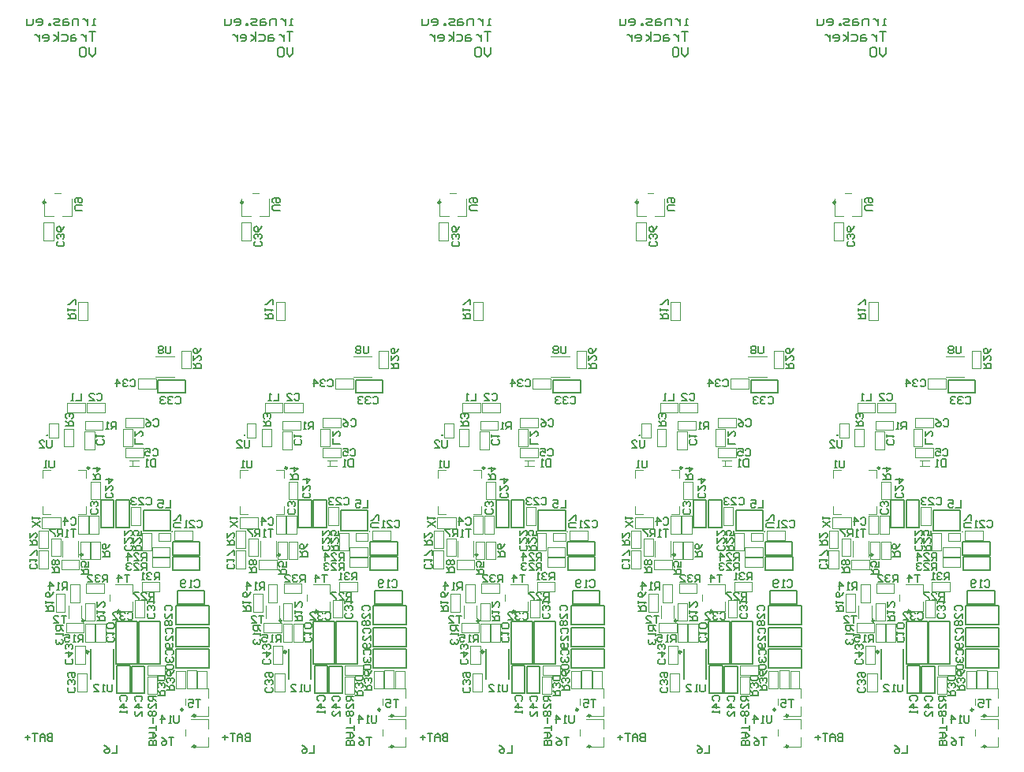
<source format=gbo>
G04*
G04 #@! TF.GenerationSoftware,Altium Limited,Altium Designer,19.1.7 (138)*
G04*
G04 Layer_Color=32896*
%FSAX25Y25*%
%MOIN*%
G70*
G01*
G75*
%ADD44C,0.00787*%
%ADD47C,0.00598*%
%ADD73C,0.00984*%
%ADD74C,0.01000*%
%ADD75C,0.00394*%
%ADD76C,0.00591*%
%ADD142C,0.00197*%
D44*
X0203845Y0242087D02*
G03*
X0203845Y0242087I-0000223J0000000D01*
G01*
X0169569Y0179893D02*
Y0192492D01*
X0179017Y0179893D02*
Y0192492D01*
X0185980Y0173868D02*
Y0185368D01*
X0180480D02*
X0185980D01*
X0180480Y0173868D02*
Y0185368D01*
Y0173868D02*
X0185980D01*
X0192200Y0173789D02*
Y0185289D01*
X0186700D02*
X0192200D01*
X0186700Y0173789D02*
Y0185289D01*
Y0173789D02*
X0192200D01*
X0189675Y0186208D02*
X0198675D01*
X0189675D02*
Y0204208D01*
X0198675D01*
Y0186208D02*
Y0204208D01*
X0180069Y0186169D02*
X0189068D01*
X0180069D02*
Y0204169D01*
X0189068D01*
Y0186169D02*
Y0204169D01*
X0209350Y0300793D02*
Y0306293D01*
X0197850Y0300793D02*
X0209350D01*
X0197850D02*
Y0306293D01*
X0209350D01*
X0173667Y0243935D02*
X0179167D01*
X0173667D02*
Y0255435D01*
X0179167D01*
Y0243935D02*
Y0255435D01*
X0180085Y0243896D02*
X0185585D01*
X0180085D02*
Y0255396D01*
X0185585D01*
Y0243896D02*
Y0255396D01*
X0203031Y0242402D02*
Y0251063D01*
X0191614D02*
X0203031D01*
X0191614Y0242402D02*
Y0251063D01*
Y0242402D02*
X0203031D01*
X0203974Y0232250D02*
Y0237750D01*
X0215474D01*
Y0232250D02*
Y0237750D01*
X0203974Y0232250D02*
X0215474D01*
X0204053Y0225911D02*
Y0231412D01*
X0215553D01*
Y0225911D02*
Y0231412D01*
X0204053Y0225911D02*
X0215553D01*
X0205982Y0211620D02*
Y0217120D01*
X0217482D01*
Y0211620D02*
Y0217120D01*
X0205982Y0211620D02*
X0217482D01*
X0219362Y0202811D02*
Y0210811D01*
X0205362D02*
X0219362D01*
X0205362Y0202811D02*
Y0210811D01*
Y0202811D02*
X0219362D01*
Y0193520D02*
Y0201520D01*
X0205362D02*
X0219362D01*
X0205362Y0193520D02*
Y0201520D01*
Y0193520D02*
X0219362D01*
Y0184465D02*
Y0192465D01*
X0205362D02*
X0219362D01*
X0205362Y0184465D02*
Y0192465D01*
Y0184465D02*
X0219362D01*
X0171417Y0456060D02*
X0170106D01*
X0170761D01*
Y0458684D01*
X0171417D01*
X0168138D02*
Y0456060D01*
Y0457372D01*
X0167482Y0458028D01*
X0166826Y0458684D01*
X0166170D01*
X0164202Y0456060D02*
Y0458684D01*
X0162234D01*
X0161578Y0458028D01*
Y0456060D01*
X0159610Y0458684D02*
X0158298D01*
X0157642Y0458028D01*
Y0456060D01*
X0159610D01*
X0160266Y0456716D01*
X0159610Y0457372D01*
X0157642D01*
X0156330Y0456060D02*
X0154362D01*
X0153707Y0456716D01*
X0154362Y0457372D01*
X0155675D01*
X0156330Y0458028D01*
X0155675Y0458684D01*
X0153707D01*
X0152395Y0456060D02*
Y0456716D01*
X0151739D01*
Y0456060D01*
X0152395D01*
X0147147D02*
X0148459D01*
X0149115Y0456716D01*
Y0458028D01*
X0148459Y0458684D01*
X0147147D01*
X0146491Y0458028D01*
Y0457372D01*
X0149115D01*
X0145179Y0458684D02*
Y0456716D01*
X0144523Y0456060D01*
X0142555D01*
Y0458684D01*
X0171417Y0453383D02*
X0168794D01*
X0170106D01*
Y0449447D01*
X0167482Y0452071D02*
Y0449447D01*
Y0450759D01*
X0166826Y0451415D01*
X0166170Y0452071D01*
X0165514D01*
X0162890D02*
X0161578D01*
X0160922Y0451415D01*
Y0449447D01*
X0162890D01*
X0163546Y0450103D01*
X0162890Y0450759D01*
X0160922D01*
X0156986Y0452071D02*
X0158954D01*
X0159610Y0451415D01*
Y0450103D01*
X0158954Y0449447D01*
X0156986D01*
X0155675D02*
Y0453383D01*
Y0450759D02*
X0153707Y0452071D01*
X0155675Y0450759D02*
X0153707Y0449447D01*
X0149771D02*
X0151083D01*
X0151739Y0450103D01*
Y0451415D01*
X0151083Y0452071D01*
X0149771D01*
X0149115Y0451415D01*
Y0450759D01*
X0151739D01*
X0147803Y0452071D02*
Y0449447D01*
Y0450759D01*
X0147147Y0451415D01*
X0146491Y0452071D01*
X0145835D01*
X0171417Y0446770D02*
Y0444147D01*
X0170106Y0442835D01*
X0168794Y0444147D01*
Y0446770D01*
X0167482Y0446114D02*
X0166826Y0446770D01*
X0165514D01*
X0164858Y0446114D01*
Y0443491D01*
X0165514Y0442835D01*
X0166826D01*
X0167482Y0443491D01*
Y0446114D01*
X0287309Y0242087D02*
G03*
X0287309Y0242087I-0000223J0000000D01*
G01*
X0253033Y0179893D02*
Y0192492D01*
X0262482Y0179893D02*
Y0192492D01*
X0269444Y0173868D02*
Y0185368D01*
X0263945D02*
X0269444D01*
X0263945Y0173868D02*
Y0185368D01*
Y0173868D02*
X0269444D01*
X0275665Y0173789D02*
Y0185289D01*
X0270165D02*
X0275665D01*
X0270165Y0173789D02*
Y0185289D01*
Y0173789D02*
X0275665D01*
X0273139Y0186208D02*
X0282139D01*
X0273139D02*
Y0204208D01*
X0282139D01*
Y0186208D02*
Y0204208D01*
X0263533Y0186169D02*
X0272533D01*
X0263533D02*
Y0204169D01*
X0272533D01*
Y0186169D02*
Y0204169D01*
X0292815Y0300793D02*
Y0306293D01*
X0281315Y0300793D02*
X0292815D01*
X0281315D02*
Y0306293D01*
X0292815D01*
X0257132Y0243935D02*
X0262632D01*
X0257132D02*
Y0255435D01*
X0262632D01*
Y0243935D02*
Y0255435D01*
X0263549Y0243896D02*
X0269049D01*
X0263549D02*
Y0255396D01*
X0269049D01*
Y0243896D02*
Y0255396D01*
X0286496Y0242402D02*
Y0251063D01*
X0275079D02*
X0286496D01*
X0275079Y0242402D02*
Y0251063D01*
Y0242402D02*
X0286496D01*
X0287439Y0232250D02*
Y0237750D01*
X0298939D01*
Y0232250D02*
Y0237750D01*
X0287439Y0232250D02*
X0298939D01*
X0287518Y0225911D02*
Y0231412D01*
X0299018D01*
Y0225911D02*
Y0231412D01*
X0287518Y0225911D02*
X0299018D01*
X0289447Y0211620D02*
Y0217120D01*
X0300947D01*
Y0211620D02*
Y0217120D01*
X0289447Y0211620D02*
X0300947D01*
X0302827Y0202811D02*
Y0210811D01*
X0288827D02*
X0302827D01*
X0288827Y0202811D02*
Y0210811D01*
Y0202811D02*
X0302827D01*
Y0193520D02*
Y0201520D01*
X0288827D02*
X0302827D01*
X0288827Y0193520D02*
Y0201520D01*
Y0193520D02*
X0302827D01*
Y0184465D02*
Y0192465D01*
X0288827D02*
X0302827D01*
X0288827Y0184465D02*
Y0192465D01*
Y0184465D02*
X0302827D01*
X0254882Y0456060D02*
X0253570D01*
X0254226D01*
Y0458684D01*
X0254882D01*
X0251602D02*
Y0456060D01*
Y0457372D01*
X0250946Y0458028D01*
X0250290Y0458684D01*
X0249634D01*
X0247667Y0456060D02*
Y0458684D01*
X0245699D01*
X0245043Y0458028D01*
Y0456060D01*
X0243075Y0458684D02*
X0241763D01*
X0241107Y0458028D01*
Y0456060D01*
X0243075D01*
X0243731Y0456716D01*
X0243075Y0457372D01*
X0241107D01*
X0239795Y0456060D02*
X0237827D01*
X0237171Y0456716D01*
X0237827Y0457372D01*
X0239139D01*
X0239795Y0458028D01*
X0239139Y0458684D01*
X0237171D01*
X0235859Y0456060D02*
Y0456716D01*
X0235203D01*
Y0456060D01*
X0235859D01*
X0230612D02*
X0231924D01*
X0232579Y0456716D01*
Y0458028D01*
X0231924Y0458684D01*
X0230612D01*
X0229956Y0458028D01*
Y0457372D01*
X0232579D01*
X0228644Y0458684D02*
Y0456716D01*
X0227988Y0456060D01*
X0226020D01*
Y0458684D01*
X0254882Y0453383D02*
X0252258D01*
X0253570D01*
Y0449447D01*
X0250946Y0452071D02*
Y0449447D01*
Y0450759D01*
X0250290Y0451415D01*
X0249634Y0452071D01*
X0248978D01*
X0246355D02*
X0245043D01*
X0244387Y0451415D01*
Y0449447D01*
X0246355D01*
X0247010Y0450103D01*
X0246355Y0450759D01*
X0244387D01*
X0240451Y0452071D02*
X0242419D01*
X0243075Y0451415D01*
Y0450103D01*
X0242419Y0449447D01*
X0240451D01*
X0239139D02*
Y0453383D01*
Y0450759D02*
X0237171Y0452071D01*
X0239139Y0450759D02*
X0237171Y0449447D01*
X0233235D02*
X0234547D01*
X0235203Y0450103D01*
Y0451415D01*
X0234547Y0452071D01*
X0233235D01*
X0232579Y0451415D01*
Y0450759D01*
X0235203D01*
X0231267Y0452071D02*
Y0449447D01*
Y0450759D01*
X0230612Y0451415D01*
X0229956Y0452071D01*
X0229300D01*
X0254882Y0446770D02*
Y0444147D01*
X0253570Y0442835D01*
X0252258Y0444147D01*
Y0446770D01*
X0250946Y0446114D02*
X0250290Y0446770D01*
X0248978D01*
X0248322Y0446114D01*
Y0443491D01*
X0248978Y0442835D01*
X0250290D01*
X0250946Y0443491D01*
Y0446114D01*
X0370774Y0242087D02*
G03*
X0370774Y0242087I-0000223J0000000D01*
G01*
X0336498Y0179893D02*
Y0192492D01*
X0345947Y0179893D02*
Y0192492D01*
X0352909Y0173868D02*
Y0185368D01*
X0347409D02*
X0352909D01*
X0347409Y0173868D02*
Y0185368D01*
Y0173868D02*
X0352909D01*
X0359130Y0173789D02*
Y0185289D01*
X0353630D02*
X0359130D01*
X0353630Y0173789D02*
Y0185289D01*
Y0173789D02*
X0359130D01*
X0356604Y0186208D02*
X0365604D01*
X0356604D02*
Y0204208D01*
X0365604D01*
Y0186208D02*
Y0204208D01*
X0346998Y0186169D02*
X0355998D01*
X0346998D02*
Y0204169D01*
X0355998D01*
Y0186169D02*
Y0204169D01*
X0376279Y0300793D02*
Y0306293D01*
X0364779Y0300793D02*
X0376279D01*
X0364779D02*
Y0306293D01*
X0376279D01*
X0340596Y0243935D02*
X0346096D01*
X0340596D02*
Y0255435D01*
X0346096D01*
Y0243935D02*
Y0255435D01*
X0347014Y0243896D02*
X0352514D01*
X0347014D02*
Y0255396D01*
X0352514D01*
Y0243896D02*
Y0255396D01*
X0369961Y0242402D02*
Y0251063D01*
X0358543D02*
X0369961D01*
X0358543Y0242402D02*
Y0251063D01*
Y0242402D02*
X0369961D01*
X0370903Y0232250D02*
Y0237750D01*
X0382403D01*
Y0232250D02*
Y0237750D01*
X0370903Y0232250D02*
X0382403D01*
X0370982Y0225911D02*
Y0231412D01*
X0382482D01*
Y0225911D02*
Y0231412D01*
X0370982Y0225911D02*
X0382482D01*
X0372911Y0211620D02*
Y0217120D01*
X0384411D01*
Y0211620D02*
Y0217120D01*
X0372911Y0211620D02*
X0384411D01*
X0386291Y0202811D02*
Y0210811D01*
X0372291D02*
X0386291D01*
X0372291Y0202811D02*
Y0210811D01*
Y0202811D02*
X0386291D01*
Y0193520D02*
Y0201520D01*
X0372291D02*
X0386291D01*
X0372291Y0193520D02*
Y0201520D01*
Y0193520D02*
X0386291D01*
Y0184465D02*
Y0192465D01*
X0372291D02*
X0386291D01*
X0372291Y0184465D02*
Y0192465D01*
Y0184465D02*
X0386291D01*
X0338347Y0456060D02*
X0337035D01*
X0337691D01*
Y0458684D01*
X0338347D01*
X0335067D02*
Y0456060D01*
Y0457372D01*
X0334411Y0458028D01*
X0333755Y0458684D01*
X0333099D01*
X0331131Y0456060D02*
Y0458684D01*
X0329163D01*
X0328507Y0458028D01*
Y0456060D01*
X0326539Y0458684D02*
X0325227D01*
X0324571Y0458028D01*
Y0456060D01*
X0326539D01*
X0327195Y0456716D01*
X0326539Y0457372D01*
X0324571D01*
X0323259Y0456060D02*
X0321292D01*
X0320636Y0456716D01*
X0321292Y0457372D01*
X0322604D01*
X0323259Y0458028D01*
X0322604Y0458684D01*
X0320636D01*
X0319324Y0456060D02*
Y0456716D01*
X0318668D01*
Y0456060D01*
X0319324D01*
X0314076D02*
X0315388D01*
X0316044Y0456716D01*
Y0458028D01*
X0315388Y0458684D01*
X0314076D01*
X0313420Y0458028D01*
Y0457372D01*
X0316044D01*
X0312108Y0458684D02*
Y0456716D01*
X0311452Y0456060D01*
X0309485D01*
Y0458684D01*
X0338347Y0453383D02*
X0335723D01*
X0337035D01*
Y0449447D01*
X0334411Y0452071D02*
Y0449447D01*
Y0450759D01*
X0333755Y0451415D01*
X0333099Y0452071D01*
X0332443D01*
X0329819D02*
X0328507D01*
X0327851Y0451415D01*
Y0449447D01*
X0329819D01*
X0330475Y0450103D01*
X0329819Y0450759D01*
X0327851D01*
X0323916Y0452071D02*
X0325883D01*
X0326539Y0451415D01*
Y0450103D01*
X0325883Y0449447D01*
X0323916D01*
X0322604D02*
Y0453383D01*
Y0450759D02*
X0320636Y0452071D01*
X0322604Y0450759D02*
X0320636Y0449447D01*
X0316700D02*
X0318012D01*
X0318668Y0450103D01*
Y0451415D01*
X0318012Y0452071D01*
X0316700D01*
X0316044Y0451415D01*
Y0450759D01*
X0318668D01*
X0314732Y0452071D02*
Y0449447D01*
Y0450759D01*
X0314076Y0451415D01*
X0313420Y0452071D01*
X0312764D01*
X0338347Y0446770D02*
Y0444147D01*
X0337035Y0442835D01*
X0335723Y0444147D01*
Y0446770D01*
X0334411Y0446114D02*
X0333755Y0446770D01*
X0332443D01*
X0331787Y0446114D01*
Y0443491D01*
X0332443Y0442835D01*
X0333755D01*
X0334411Y0443491D01*
Y0446114D01*
X0454239Y0242087D02*
G03*
X0454239Y0242087I-0000223J0000000D01*
G01*
X0419962Y0179893D02*
Y0192492D01*
X0429411Y0179893D02*
Y0192492D01*
X0436374Y0173868D02*
Y0185368D01*
X0430874D02*
X0436374D01*
X0430874Y0173868D02*
Y0185368D01*
Y0173868D02*
X0436374D01*
X0442594Y0173789D02*
Y0185289D01*
X0437094D02*
X0442594D01*
X0437094Y0173789D02*
Y0185289D01*
Y0173789D02*
X0442594D01*
X0440068Y0186208D02*
X0449068D01*
X0440068D02*
Y0204208D01*
X0449068D01*
Y0186208D02*
Y0204208D01*
X0430462Y0186169D02*
X0439462D01*
X0430462D02*
Y0204169D01*
X0439462D01*
Y0186169D02*
Y0204169D01*
X0459744Y0300793D02*
Y0306293D01*
X0448244Y0300793D02*
X0459744D01*
X0448244D02*
Y0306293D01*
X0459744D01*
X0424061Y0243935D02*
X0429561D01*
X0424061D02*
Y0255435D01*
X0429561D01*
Y0243935D02*
Y0255435D01*
X0430478Y0243896D02*
X0435978D01*
X0430478D02*
Y0255396D01*
X0435978D01*
Y0243896D02*
Y0255396D01*
X0453425Y0242402D02*
Y0251063D01*
X0442008D02*
X0453425D01*
X0442008Y0242402D02*
Y0251063D01*
Y0242402D02*
X0453425D01*
X0454368Y0232250D02*
Y0237750D01*
X0465868D01*
Y0232250D02*
Y0237750D01*
X0454368Y0232250D02*
X0465868D01*
X0454447Y0225911D02*
Y0231412D01*
X0465947D01*
Y0225911D02*
Y0231412D01*
X0454447Y0225911D02*
X0465947D01*
X0456376Y0211620D02*
Y0217120D01*
X0467876D01*
Y0211620D02*
Y0217120D01*
X0456376Y0211620D02*
X0467876D01*
X0469756Y0202811D02*
Y0210811D01*
X0455756D02*
X0469756D01*
X0455756Y0202811D02*
Y0210811D01*
Y0202811D02*
X0469756D01*
Y0193520D02*
Y0201520D01*
X0455756D02*
X0469756D01*
X0455756Y0193520D02*
Y0201520D01*
Y0193520D02*
X0469756D01*
Y0184465D02*
Y0192465D01*
X0455756D02*
X0469756D01*
X0455756Y0184465D02*
Y0192465D01*
Y0184465D02*
X0469756D01*
X0421811Y0456060D02*
X0420499D01*
X0421155D01*
Y0458684D01*
X0421811D01*
X0418531D02*
Y0456060D01*
Y0457372D01*
X0417875Y0458028D01*
X0417219Y0458684D01*
X0416564D01*
X0414596Y0456060D02*
Y0458684D01*
X0412628D01*
X0411972Y0458028D01*
Y0456060D01*
X0410004Y0458684D02*
X0408692D01*
X0408036Y0458028D01*
Y0456060D01*
X0410004D01*
X0410660Y0456716D01*
X0410004Y0457372D01*
X0408036D01*
X0406724Y0456060D02*
X0404756D01*
X0404100Y0456716D01*
X0404756Y0457372D01*
X0406068D01*
X0406724Y0458028D01*
X0406068Y0458684D01*
X0404100D01*
X0402788Y0456060D02*
Y0456716D01*
X0402132D01*
Y0456060D01*
X0402788D01*
X0397541D02*
X0398853D01*
X0399509Y0456716D01*
Y0458028D01*
X0398853Y0458684D01*
X0397541D01*
X0396885Y0458028D01*
Y0457372D01*
X0399509D01*
X0395573Y0458684D02*
Y0456716D01*
X0394917Y0456060D01*
X0392949D01*
Y0458684D01*
X0421811Y0453383D02*
X0419187D01*
X0420499D01*
Y0449447D01*
X0417875Y0452071D02*
Y0449447D01*
Y0450759D01*
X0417219Y0451415D01*
X0416564Y0452071D01*
X0415907D01*
X0413284D02*
X0411972D01*
X0411316Y0451415D01*
Y0449447D01*
X0413284D01*
X0413940Y0450103D01*
X0413284Y0450759D01*
X0411316D01*
X0407380Y0452071D02*
X0409348D01*
X0410004Y0451415D01*
Y0450103D01*
X0409348Y0449447D01*
X0407380D01*
X0406068D02*
Y0453383D01*
Y0450759D02*
X0404100Y0452071D01*
X0406068Y0450759D02*
X0404100Y0449447D01*
X0400165D02*
X0401476D01*
X0402132Y0450103D01*
Y0451415D01*
X0401476Y0452071D01*
X0400165D01*
X0399509Y0451415D01*
Y0450759D01*
X0402132D01*
X0398197Y0452071D02*
Y0449447D01*
Y0450759D01*
X0397541Y0451415D01*
X0396885Y0452071D01*
X0396229D01*
X0421811Y0446770D02*
Y0444147D01*
X0420499Y0442835D01*
X0419187Y0444147D01*
Y0446770D01*
X0417875Y0446114D02*
X0417219Y0446770D01*
X0415907D01*
X0415252Y0446114D01*
Y0443491D01*
X0415907Y0442835D01*
X0417219D01*
X0417875Y0443491D01*
Y0446114D01*
X0537703Y0242087D02*
G03*
X0537703Y0242087I-0000223J0000000D01*
G01*
X0503427Y0179893D02*
Y0192492D01*
X0512876Y0179893D02*
Y0192492D01*
X0519838Y0173868D02*
Y0185368D01*
X0514338D02*
X0519838D01*
X0514338Y0173868D02*
Y0185368D01*
Y0173868D02*
X0519838D01*
X0526059Y0173789D02*
Y0185289D01*
X0520559D02*
X0526059D01*
X0520559Y0173789D02*
Y0185289D01*
Y0173789D02*
X0526059D01*
X0523533Y0186208D02*
X0532533D01*
X0523533D02*
Y0204208D01*
X0532533D01*
Y0186208D02*
Y0204208D01*
X0513927Y0186169D02*
X0522927D01*
X0513927D02*
Y0204169D01*
X0522927D01*
Y0186169D02*
Y0204169D01*
X0543209Y0300793D02*
Y0306293D01*
X0531709Y0300793D02*
X0543209D01*
X0531709D02*
Y0306293D01*
X0543209D01*
X0507526Y0243935D02*
X0513026D01*
X0507526D02*
Y0255435D01*
X0513026D01*
Y0243935D02*
Y0255435D01*
X0513943Y0243896D02*
X0519443D01*
X0513943D02*
Y0255396D01*
X0519443D01*
Y0243896D02*
Y0255396D01*
X0536890Y0242402D02*
Y0251063D01*
X0525472D02*
X0536890D01*
X0525472Y0242402D02*
Y0251063D01*
Y0242402D02*
X0536890D01*
X0537833Y0232250D02*
Y0237750D01*
X0549333D01*
Y0232250D02*
Y0237750D01*
X0537833Y0232250D02*
X0549333D01*
X0537911Y0225911D02*
Y0231412D01*
X0549411D01*
Y0225911D02*
Y0231412D01*
X0537911Y0225911D02*
X0549411D01*
X0539841Y0211620D02*
Y0217120D01*
X0551340D01*
Y0211620D02*
Y0217120D01*
X0539841Y0211620D02*
X0551340D01*
X0553221Y0202811D02*
Y0210811D01*
X0539221D02*
X0553221D01*
X0539221Y0202811D02*
Y0210811D01*
Y0202811D02*
X0553221D01*
Y0193520D02*
Y0201520D01*
X0539221D02*
X0553221D01*
X0539221Y0193520D02*
Y0201520D01*
Y0193520D02*
X0553221D01*
Y0184465D02*
Y0192465D01*
X0539221D02*
X0553221D01*
X0539221Y0184465D02*
Y0192465D01*
Y0184465D02*
X0553221D01*
X0505276Y0456060D02*
X0503964D01*
X0504620D01*
Y0458684D01*
X0505276D01*
X0501996D02*
Y0456060D01*
Y0457372D01*
X0501340Y0458028D01*
X0500684Y0458684D01*
X0500028D01*
X0498060Y0456060D02*
Y0458684D01*
X0496092D01*
X0495436Y0458028D01*
Y0456060D01*
X0493469Y0458684D02*
X0492157D01*
X0491501Y0458028D01*
Y0456060D01*
X0493469D01*
X0494124Y0456716D01*
X0493469Y0457372D01*
X0491501D01*
X0490189Y0456060D02*
X0488221D01*
X0487565Y0456716D01*
X0488221Y0457372D01*
X0489533D01*
X0490189Y0458028D01*
X0489533Y0458684D01*
X0487565D01*
X0486253Y0456060D02*
Y0456716D01*
X0485597D01*
Y0456060D01*
X0486253D01*
X0481005D02*
X0482317D01*
X0482973Y0456716D01*
Y0458028D01*
X0482317Y0458684D01*
X0481005D01*
X0480349Y0458028D01*
Y0457372D01*
X0482973D01*
X0479037Y0458684D02*
Y0456716D01*
X0478381Y0456060D01*
X0476414D01*
Y0458684D01*
X0505276Y0453383D02*
X0502652D01*
X0503964D01*
Y0449447D01*
X0501340Y0452071D02*
Y0449447D01*
Y0450759D01*
X0500684Y0451415D01*
X0500028Y0452071D01*
X0499372D01*
X0496748D02*
X0495436D01*
X0494780Y0451415D01*
Y0449447D01*
X0496748D01*
X0497404Y0450103D01*
X0496748Y0450759D01*
X0494780D01*
X0490845Y0452071D02*
X0492812D01*
X0493469Y0451415D01*
Y0450103D01*
X0492812Y0449447D01*
X0490845D01*
X0489533D02*
Y0453383D01*
Y0450759D02*
X0487565Y0452071D01*
X0489533Y0450759D02*
X0487565Y0449447D01*
X0483629D02*
X0484941D01*
X0485597Y0450103D01*
Y0451415D01*
X0484941Y0452071D01*
X0483629D01*
X0482973Y0451415D01*
Y0450759D01*
X0485597D01*
X0481661Y0452071D02*
Y0449447D01*
Y0450759D01*
X0481005Y0451415D01*
X0480349Y0452071D01*
X0479693D01*
X0505276Y0446770D02*
Y0444147D01*
X0503964Y0442835D01*
X0502652Y0444147D01*
Y0446770D01*
X0501340Y0446114D02*
X0500684Y0446770D01*
X0499372D01*
X0498716Y0446114D01*
Y0443491D01*
X0499372Y0442835D01*
X0500684D01*
X0501340Y0443491D01*
Y0446114D01*
D47*
X0153228Y0156771D02*
Y0153622D01*
X0151654D01*
X0151129Y0154147D01*
Y0154672D01*
X0151654Y0155196D01*
X0153228D01*
X0151654D01*
X0151129Y0155721D01*
Y0156246D01*
X0151654Y0156771D01*
X0153228D01*
X0150080Y0153622D02*
Y0155721D01*
X0149030Y0156771D01*
X0147981Y0155721D01*
Y0153622D01*
Y0155196D01*
X0150080D01*
X0146931Y0156771D02*
X0144832D01*
X0145882D01*
Y0153622D01*
X0143783Y0155196D02*
X0141684D01*
X0142733Y0156246D02*
Y0154147D01*
X0197204Y0151811D02*
X0194055D01*
Y0153385D01*
X0194580Y0153910D01*
X0195105D01*
X0195630Y0153385D01*
Y0151811D01*
Y0153385D01*
X0196154Y0153910D01*
X0196679D01*
X0197204Y0153385D01*
Y0151811D01*
X0194055Y0154960D02*
X0196154D01*
X0197204Y0156009D01*
X0196154Y0157059D01*
X0194055D01*
X0195630D01*
Y0154960D01*
X0197204Y0158108D02*
Y0160207D01*
Y0159158D01*
X0194055D01*
X0195630Y0161257D02*
Y0163356D01*
X0236693Y0156771D02*
Y0153622D01*
X0235119D01*
X0234594Y0154147D01*
Y0154672D01*
X0235119Y0155196D01*
X0236693D01*
X0235119D01*
X0234594Y0155721D01*
Y0156246D01*
X0235119Y0156771D01*
X0236693D01*
X0233544Y0153622D02*
Y0155721D01*
X0232495Y0156771D01*
X0231445Y0155721D01*
Y0153622D01*
Y0155196D01*
X0233544D01*
X0230396Y0156771D02*
X0228297D01*
X0229346D01*
Y0153622D01*
X0227247Y0155196D02*
X0225148D01*
X0226198Y0156246D02*
Y0154147D01*
X0280668Y0151811D02*
X0277520D01*
Y0153385D01*
X0278045Y0153910D01*
X0278569D01*
X0279094Y0153385D01*
Y0151811D01*
Y0153385D01*
X0279619Y0153910D01*
X0280144D01*
X0280668Y0153385D01*
Y0151811D01*
X0277520Y0154960D02*
X0279619D01*
X0280668Y0156009D01*
X0279619Y0157059D01*
X0277520D01*
X0279094D01*
Y0154960D01*
X0280668Y0158108D02*
Y0160207D01*
Y0159158D01*
X0277520D01*
X0279094Y0161257D02*
Y0163356D01*
X0320158Y0156771D02*
Y0153622D01*
X0318583D01*
X0318058Y0154147D01*
Y0154672D01*
X0318583Y0155196D01*
X0320158D01*
X0318583D01*
X0318058Y0155721D01*
Y0156246D01*
X0318583Y0156771D01*
X0320158D01*
X0317009Y0153622D02*
Y0155721D01*
X0315960Y0156771D01*
X0314910Y0155721D01*
Y0153622D01*
Y0155196D01*
X0317009D01*
X0313860Y0156771D02*
X0311761D01*
X0312811D01*
Y0153622D01*
X0310712Y0155196D02*
X0308613D01*
X0309662Y0156246D02*
Y0154147D01*
X0364133Y0151811D02*
X0360984D01*
Y0153385D01*
X0361509Y0153910D01*
X0362034D01*
X0362559Y0153385D01*
Y0151811D01*
Y0153385D01*
X0363083Y0153910D01*
X0363608D01*
X0364133Y0153385D01*
Y0151811D01*
X0360984Y0154960D02*
X0363083D01*
X0364133Y0156009D01*
X0363083Y0157059D01*
X0360984D01*
X0362559D01*
Y0154960D01*
X0364133Y0158108D02*
Y0160207D01*
Y0159158D01*
X0360984D01*
X0362559Y0161257D02*
Y0163356D01*
X0403622Y0156771D02*
Y0153622D01*
X0402048D01*
X0401523Y0154147D01*
Y0154672D01*
X0402048Y0155196D01*
X0403622D01*
X0402048D01*
X0401523Y0155721D01*
Y0156246D01*
X0402048Y0156771D01*
X0403622D01*
X0400473Y0153622D02*
Y0155721D01*
X0399424Y0156771D01*
X0398375Y0155721D01*
Y0153622D01*
Y0155196D01*
X0400473D01*
X0397325Y0156771D02*
X0395226D01*
X0396275D01*
Y0153622D01*
X0394176Y0155196D02*
X0392077D01*
X0393127Y0156246D02*
Y0154147D01*
X0447598Y0151811D02*
X0444449D01*
Y0153385D01*
X0444974Y0153910D01*
X0445498D01*
X0446023Y0153385D01*
Y0151811D01*
Y0153385D01*
X0446548Y0153910D01*
X0447073D01*
X0447598Y0153385D01*
Y0151811D01*
X0444449Y0154960D02*
X0446548D01*
X0447598Y0156009D01*
X0446548Y0157059D01*
X0444449D01*
X0446023D01*
Y0154960D01*
X0447598Y0158108D02*
Y0160207D01*
Y0159158D01*
X0444449D01*
X0446023Y0161257D02*
Y0163356D01*
X0487087Y0156771D02*
Y0153622D01*
X0485512D01*
X0484988Y0154147D01*
Y0154672D01*
X0485512Y0155196D01*
X0487087D01*
X0485512D01*
X0484988Y0155721D01*
Y0156246D01*
X0485512Y0156771D01*
X0487087D01*
X0483938Y0153622D02*
Y0155721D01*
X0482889Y0156771D01*
X0481839Y0155721D01*
Y0153622D01*
Y0155196D01*
X0483938D01*
X0480790Y0156771D02*
X0478690D01*
X0479740D01*
Y0153622D01*
X0477641Y0155196D02*
X0475542D01*
X0476591Y0156246D02*
Y0154147D01*
X0531062Y0151811D02*
X0527914D01*
Y0153385D01*
X0528438Y0153910D01*
X0528963D01*
X0529488Y0153385D01*
Y0151811D01*
Y0153385D01*
X0530013Y0153910D01*
X0530537D01*
X0531062Y0153385D01*
Y0151811D01*
X0527914Y0154960D02*
X0530013D01*
X0531062Y0156009D01*
X0530013Y0157059D01*
X0527914D01*
X0529488D01*
Y0154960D01*
X0531062Y0158108D02*
Y0160207D01*
Y0159158D01*
X0527914D01*
X0529488Y0161257D02*
Y0163356D01*
D73*
X0213666Y0151338D02*
G03*
X0213666Y0151338I-0000492J0000000D01*
G01*
Y0164330D02*
G03*
X0213666Y0164330I-0000492J0000000D01*
G01*
X0181776Y0208425D02*
G03*
X0181776Y0208425I-0000492J0000000D01*
G01*
X0150256Y0381276D02*
G03*
X0150256Y0381276I-0000492J0000000D01*
G01*
X0297130Y0151338D02*
G03*
X0297130Y0151338I-0000492J0000000D01*
G01*
Y0164330D02*
G03*
X0297130Y0164330I-0000492J0000000D01*
G01*
X0265240Y0208425D02*
G03*
X0265240Y0208425I-0000492J0000000D01*
G01*
X0233720Y0381276D02*
G03*
X0233720Y0381276I-0000492J0000000D01*
G01*
X0380595Y0151338D02*
G03*
X0380595Y0151338I-0000492J0000000D01*
G01*
Y0164330D02*
G03*
X0380595Y0164330I-0000492J0000000D01*
G01*
X0348705Y0208425D02*
G03*
X0348705Y0208425I-0000492J0000000D01*
G01*
X0317185Y0381276D02*
G03*
X0317185Y0381276I-0000492J0000000D01*
G01*
X0464059Y0151338D02*
G03*
X0464059Y0151338I-0000492J0000000D01*
G01*
Y0164330D02*
G03*
X0464059Y0164330I-0000492J0000000D01*
G01*
X0432169Y0208425D02*
G03*
X0432169Y0208425I-0000492J0000000D01*
G01*
X0400649Y0381276D02*
G03*
X0400649Y0381276I-0000492J0000000D01*
G01*
X0547524Y0151338D02*
G03*
X0547524Y0151338I-0000492J0000000D01*
G01*
Y0164330D02*
G03*
X0547524Y0164330I-0000492J0000000D01*
G01*
X0515634Y0208425D02*
G03*
X0515634Y0208425I-0000492J0000000D01*
G01*
X0484114Y0381276D02*
G03*
X0484114Y0381276I-0000492J0000000D01*
G01*
D74*
X0168551Y0191311D02*
G03*
X0168551Y0191311I-0000557J0000000D01*
G01*
X0208323Y0166850D02*
G03*
X0208323Y0166850I-0000449J0000000D01*
G01*
X0166654Y0204488D02*
G03*
X0166654Y0204488I-0000473J0000000D01*
G01*
X0165945Y0232362D02*
G03*
X0165945Y0232362I-0000473J0000000D01*
G01*
X0151024Y0282874D02*
G03*
X0151024Y0282874I-0000197J0000000D01*
G01*
X0168889Y0269055D02*
G03*
X0168889Y0269055I-0000424J0000000D01*
G01*
X0252015Y0191311D02*
G03*
X0252015Y0191311I-0000557J0000000D01*
G01*
X0291788Y0166850D02*
G03*
X0291788Y0166850I-0000449J0000000D01*
G01*
X0250119Y0204488D02*
G03*
X0250119Y0204488I-0000473J0000000D01*
G01*
X0249410Y0232362D02*
G03*
X0249410Y0232362I-0000473J0000000D01*
G01*
X0234488Y0282874D02*
G03*
X0234488Y0282874I-0000197J0000000D01*
G01*
X0252353Y0269055D02*
G03*
X0252353Y0269055I-0000424J0000000D01*
G01*
X0335480Y0191311D02*
G03*
X0335480Y0191311I-0000557J0000000D01*
G01*
X0375252Y0166850D02*
G03*
X0375252Y0166850I-0000449J0000000D01*
G01*
X0333583Y0204488D02*
G03*
X0333583Y0204488I-0000473J0000000D01*
G01*
X0332874Y0232362D02*
G03*
X0332874Y0232362I-0000473J0000000D01*
G01*
X0317953Y0282874D02*
G03*
X0317953Y0282874I-0000197J0000000D01*
G01*
X0335818Y0269055D02*
G03*
X0335818Y0269055I-0000424J0000000D01*
G01*
X0418944Y0191311D02*
G03*
X0418944Y0191311I-0000557J0000000D01*
G01*
X0458717Y0166850D02*
G03*
X0458717Y0166850I-0000449J0000000D01*
G01*
X0417048Y0204488D02*
G03*
X0417048Y0204488I-0000473J0000000D01*
G01*
X0416339Y0232362D02*
G03*
X0416339Y0232362I-0000473J0000000D01*
G01*
X0401417Y0282874D02*
G03*
X0401417Y0282874I-0000197J0000000D01*
G01*
X0419282Y0269055D02*
G03*
X0419282Y0269055I-0000424J0000000D01*
G01*
X0502409Y0191311D02*
G03*
X0502409Y0191311I-0000557J0000000D01*
G01*
X0542181Y0166850D02*
G03*
X0542181Y0166850I-0000449J0000000D01*
G01*
X0500512Y0204488D02*
G03*
X0500512Y0204488I-0000473J0000000D01*
G01*
X0499803Y0232362D02*
G03*
X0499803Y0232362I-0000473J0000000D01*
G01*
X0484882Y0282874D02*
G03*
X0484882Y0282874I-0000197J0000000D01*
G01*
X0502747Y0269055D02*
G03*
X0502747Y0269055I-0000424J0000000D01*
G01*
D75*
X0219001Y0158898D02*
Y0162835D01*
Y0151338D02*
Y0155275D01*
X0209252Y0155807D02*
Y0158366D01*
X0211713Y0151338D02*
X0219001D01*
X0211713Y0162835D02*
X0219001D01*
X0168248Y0241083D02*
Y0248760D01*
X0164114D02*
X0168248D01*
X0164114Y0241083D02*
Y0248760D01*
Y0241083D02*
X0168248D01*
X0209941Y0183366D02*
X0214075D01*
Y0175689D02*
Y0183366D01*
X0209941Y0175689D02*
X0214075D01*
X0209941D02*
Y0183366D01*
X0214567Y0175787D02*
X0218504D01*
X0214567D02*
Y0183268D01*
X0218504D01*
Y0175787D02*
Y0183268D01*
X0219001Y0171890D02*
Y0175827D01*
Y0164330D02*
Y0168268D01*
X0209252Y0168799D02*
Y0171358D01*
X0211713Y0164330D02*
X0219001D01*
X0211713Y0175827D02*
X0219001D01*
X0162894Y0186319D02*
X0167028D01*
X0162894D02*
Y0193996D01*
X0167028D01*
Y0186319D02*
Y0193996D01*
X0163681Y0182185D02*
X0167815D01*
Y0174508D02*
Y0182185D01*
X0163681Y0174508D02*
X0167815D01*
X0163681D02*
Y0182185D01*
X0193307Y0180905D02*
X0197244D01*
Y0173425D02*
Y0180905D01*
X0193307Y0173425D02*
X0197244D01*
X0193307D02*
Y0180905D01*
X0200886Y0181453D02*
Y0185389D01*
X0193406Y0181453D02*
X0200886D01*
X0193406D02*
Y0185389D01*
X0200886D01*
X0198465Y0217008D02*
Y0220946D01*
X0190984Y0217008D02*
X0198465D01*
X0190984D02*
Y0220946D01*
X0198465D01*
X0188189Y0213189D02*
X0192126D01*
Y0205709D02*
Y0213189D01*
X0188189Y0205709D02*
X0192126D01*
X0188189D02*
Y0213189D01*
X0175000Y0216142D02*
Y0220079D01*
X0167520Y0216142D02*
X0175000D01*
X0167520D02*
Y0220079D01*
X0175000D01*
X0187111Y0215984D02*
Y0219921D01*
Y0208425D02*
Y0212362D01*
X0177362Y0212894D02*
Y0215453D01*
X0179823Y0208425D02*
X0187111D01*
X0179823Y0219921D02*
X0187111D01*
X0205512Y0175787D02*
X0209449D01*
X0205512D02*
Y0183268D01*
X0209449D01*
Y0175787D02*
Y0183268D01*
X0207774Y0311023D02*
X0211711D01*
X0207774D02*
Y0318504D01*
X0211711D01*
Y0311023D02*
Y0318504D01*
X0171063Y0204370D02*
Y0211850D01*
X0167126D02*
X0171063D01*
X0167126Y0204370D02*
Y0211850D01*
Y0204370D02*
X0171063D01*
X0159055Y0199488D02*
X0166535D01*
Y0203425D01*
X0159055D02*
X0166535D01*
X0159055Y0199488D02*
Y0203425D01*
X0171063Y0195630D02*
Y0203110D01*
X0167126D02*
X0171063D01*
X0167126Y0195630D02*
Y0203110D01*
Y0195630D02*
X0171063D01*
X0175610Y0195571D02*
Y0203248D01*
X0171476D02*
X0175610D01*
X0171476Y0195571D02*
Y0203248D01*
Y0195571D02*
X0175610D01*
X0160000Y0205354D02*
Y0210866D01*
X0165512Y0205354D02*
Y0210866D01*
X0158543Y0208268D02*
Y0215748D01*
X0154606D02*
X0158543D01*
X0154606Y0208268D02*
Y0215748D01*
Y0208268D02*
X0158543D01*
X0157047Y0226299D02*
X0164527D01*
Y0230236D01*
X0157047D02*
X0164527D01*
X0157047Y0226299D02*
Y0230236D01*
X0151437Y0226594D02*
Y0234272D01*
X0147303D02*
X0151437D01*
X0147303Y0226594D02*
Y0234272D01*
Y0226594D02*
X0151437D01*
X0151339Y0235197D02*
Y0242677D01*
X0147402D02*
X0151339D01*
X0147402Y0235197D02*
Y0242677D01*
Y0235197D02*
X0151339D01*
X0148858Y0243622D02*
X0153189D01*
X0156732D01*
Y0248346D01*
X0148858D02*
X0156732D01*
X0148858Y0243622D02*
Y0248346D01*
X0156693Y0231791D02*
Y0239272D01*
X0152756D02*
X0156693D01*
X0152756Y0231791D02*
Y0239272D01*
Y0231791D02*
X0156693D01*
X0157480Y0231643D02*
Y0238071D01*
X0164173Y0231654D02*
Y0238081D01*
X0160827Y0212323D02*
Y0219803D01*
Y0212323D02*
X0164764D01*
Y0219803D01*
X0160827D02*
X0164764D01*
X0165000Y0230374D02*
Y0237854D01*
Y0230374D02*
X0168937D01*
Y0237854D01*
X0165000D02*
X0168937D01*
X0169449Y0230354D02*
Y0237835D01*
Y0230354D02*
X0173386D01*
Y0237835D01*
X0169449D02*
X0173386D01*
X0172894Y0241083D02*
Y0248760D01*
X0168760D02*
X0172894D01*
X0168760Y0241083D02*
Y0248760D01*
Y0241083D02*
X0172894D01*
X0161260Y0375448D02*
Y0382736D01*
X0149764Y0375448D02*
Y0382736D01*
X0154232Y0385197D02*
X0156791D01*
X0149764Y0375448D02*
X0153700D01*
X0157323D02*
X0161260D01*
X0149508Y0365099D02*
Y0372776D01*
Y0365099D02*
X0153642D01*
Y0372776D01*
X0149508D02*
X0153642D01*
X0164134Y0331614D02*
Y0339094D01*
Y0331614D02*
X0168071D01*
Y0339094D01*
X0164134D02*
X0168071D01*
X0189250Y0306791D02*
X0196927D01*
X0189250Y0302657D02*
Y0306791D01*
Y0302657D02*
X0196927D01*
Y0306791D01*
X0196789Y0307579D02*
X0204663D01*
X0196789Y0316063D02*
X0204663Y0316043D01*
X0151811Y0281890D02*
Y0287795D01*
X0155748Y0281890D02*
Y0287795D01*
X0151811Y0281890D02*
X0155748D01*
X0151811Y0287795D02*
X0155748D01*
X0162165Y0278150D02*
Y0285630D01*
X0158228D02*
X0162165D01*
X0158228Y0278150D02*
Y0285630D01*
Y0278150D02*
X0162165D01*
X0170925Y0276909D02*
Y0284587D01*
X0166791D02*
X0170925D01*
X0166791Y0276909D02*
Y0284587D01*
Y0276909D02*
X0170925D01*
X0159567Y0292520D02*
Y0296457D01*
X0167047D01*
Y0292520D02*
Y0296457D01*
X0159567Y0292520D02*
X0167047D01*
X0167776Y0292421D02*
X0175453D01*
Y0296555D01*
X0167776D02*
X0175453D01*
X0167776Y0292421D02*
Y0296555D01*
X0167087Y0285039D02*
X0174567D01*
Y0288976D01*
X0167087D02*
X0174567D01*
X0167087Y0285039D02*
Y0288976D01*
X0183917Y0290177D02*
X0191595D01*
X0183917Y0286043D02*
Y0290177D01*
Y0286043D02*
X0191595D01*
Y0290177D01*
X0183110Y0285591D02*
X0187047D01*
Y0278110D02*
Y0285591D01*
X0183110Y0278110D02*
X0187047D01*
X0183110D02*
Y0285591D01*
X0183917Y0277618D02*
X0191595D01*
X0183917Y0273484D02*
Y0277618D01*
Y0273484D02*
X0191595D01*
Y0277618D01*
X0185827Y0272284D02*
X0187041D01*
X0185866Y0269921D02*
X0187047D01*
X0187041D02*
X0189803D01*
X0187041Y0272284D02*
X0189803D01*
X0187041Y0271102D02*
Y0272284D01*
Y0269921D02*
Y0272284D01*
X0164213Y0249646D02*
X0167559D01*
Y0252992D01*
X0149055Y0249646D02*
X0152401D01*
X0149055D02*
Y0252992D01*
Y0264803D02*
Y0268150D01*
X0152401D01*
X0167559Y0264803D02*
Y0268150D01*
X0164213D02*
X0167559D01*
X0169488Y0255827D02*
Y0263307D01*
Y0255827D02*
X0173425D01*
Y0263307D01*
X0169488D02*
X0173425D01*
X0186319Y0244823D02*
Y0252500D01*
Y0244823D02*
X0190453D01*
Y0252500D01*
X0186319D02*
X0190453D01*
X0204823Y0242657D02*
X0212500D01*
X0204823Y0238524D02*
Y0242657D01*
Y0238524D02*
X0212500D01*
Y0242657D01*
X0190984Y0234134D02*
Y0241614D01*
Y0234134D02*
X0194921D01*
Y0241614D01*
X0190984D02*
X0194921D01*
X0195394Y0231496D02*
X0202874D01*
Y0235433D01*
X0195394D02*
X0202874D01*
X0195394Y0231496D02*
Y0235433D01*
X0195394Y0227165D02*
X0202874D01*
Y0231102D01*
X0195394D02*
X0202874D01*
X0195394Y0227165D02*
Y0231102D01*
X0302466Y0158898D02*
Y0162835D01*
Y0151338D02*
Y0155275D01*
X0292717Y0155807D02*
Y0158366D01*
X0295177Y0151338D02*
X0302466D01*
X0295177Y0162835D02*
X0302466D01*
X0251713Y0241083D02*
Y0248760D01*
X0247579D02*
X0251713D01*
X0247579Y0241083D02*
Y0248760D01*
Y0241083D02*
X0251713D01*
X0293406Y0183366D02*
X0297539D01*
Y0175689D02*
Y0183366D01*
X0293406Y0175689D02*
X0297539D01*
X0293406D02*
Y0183366D01*
X0298032Y0175787D02*
X0301969D01*
X0298032D02*
Y0183268D01*
X0301969D01*
Y0175787D02*
Y0183268D01*
X0302466Y0171890D02*
Y0175827D01*
Y0164330D02*
Y0168268D01*
X0292717Y0168799D02*
Y0171358D01*
X0295177Y0164330D02*
X0302466D01*
X0295177Y0175827D02*
X0302466D01*
X0246358Y0186319D02*
X0250492D01*
X0246358D02*
Y0193996D01*
X0250492D01*
Y0186319D02*
Y0193996D01*
X0247146Y0182185D02*
X0251280D01*
Y0174508D02*
Y0182185D01*
X0247146Y0174508D02*
X0251280D01*
X0247146D02*
Y0182185D01*
X0276772Y0180905D02*
X0280709D01*
Y0173425D02*
Y0180905D01*
X0276772Y0173425D02*
X0280709D01*
X0276772D02*
Y0180905D01*
X0284350Y0181453D02*
Y0185389D01*
X0276870Y0181453D02*
X0284350D01*
X0276870D02*
Y0185389D01*
X0284350D01*
X0281929Y0217008D02*
Y0220946D01*
X0274449Y0217008D02*
X0281929D01*
X0274449D02*
Y0220946D01*
X0281929D01*
X0271654Y0213189D02*
X0275591D01*
Y0205709D02*
Y0213189D01*
X0271654Y0205709D02*
X0275591D01*
X0271654D02*
Y0213189D01*
X0258465Y0216142D02*
Y0220079D01*
X0250984Y0216142D02*
X0258465D01*
X0250984D02*
Y0220079D01*
X0258465D01*
X0270576Y0215984D02*
Y0219921D01*
Y0208425D02*
Y0212362D01*
X0260827Y0212894D02*
Y0215453D01*
X0263287Y0208425D02*
X0270576D01*
X0263287Y0219921D02*
X0270576D01*
X0288977Y0175787D02*
X0292914D01*
X0288977D02*
Y0183268D01*
X0292914D01*
Y0175787D02*
Y0183268D01*
X0291238Y0311023D02*
X0295175D01*
X0291238D02*
Y0318504D01*
X0295175D01*
Y0311023D02*
Y0318504D01*
X0254527Y0204370D02*
Y0211850D01*
X0250590D02*
X0254527D01*
X0250590Y0204370D02*
Y0211850D01*
Y0204370D02*
X0254527D01*
X0242520Y0199488D02*
X0250000D01*
Y0203425D01*
X0242520D02*
X0250000D01*
X0242520Y0199488D02*
Y0203425D01*
X0254527Y0195630D02*
Y0203110D01*
X0250590D02*
X0254527D01*
X0250590Y0195630D02*
Y0203110D01*
Y0195630D02*
X0254527D01*
X0259075Y0195571D02*
Y0203248D01*
X0254941D02*
X0259075D01*
X0254941Y0195571D02*
Y0203248D01*
Y0195571D02*
X0259075D01*
X0243465Y0205354D02*
Y0210866D01*
X0248976Y0205354D02*
Y0210866D01*
X0242008Y0208268D02*
Y0215748D01*
X0238071D02*
X0242008D01*
X0238071Y0208268D02*
Y0215748D01*
Y0208268D02*
X0242008D01*
X0240512Y0226299D02*
X0247992D01*
Y0230236D01*
X0240512D02*
X0247992D01*
X0240512Y0226299D02*
Y0230236D01*
X0234902Y0226594D02*
Y0234272D01*
X0230768D02*
X0234902D01*
X0230768Y0226594D02*
Y0234272D01*
Y0226594D02*
X0234902D01*
X0234803Y0235197D02*
Y0242677D01*
X0230866D02*
X0234803D01*
X0230866Y0235197D02*
Y0242677D01*
Y0235197D02*
X0234803D01*
X0232323Y0243622D02*
X0236653D01*
X0240197D01*
Y0248346D01*
X0232323D02*
X0240197D01*
X0232323Y0243622D02*
Y0248346D01*
X0240158Y0231791D02*
Y0239272D01*
X0236220D02*
X0240158D01*
X0236220Y0231791D02*
Y0239272D01*
Y0231791D02*
X0240158D01*
X0240945Y0231643D02*
Y0238071D01*
X0247638Y0231654D02*
Y0238081D01*
X0244291Y0212323D02*
Y0219803D01*
Y0212323D02*
X0248228D01*
Y0219803D01*
X0244291D02*
X0248228D01*
X0248464Y0230374D02*
Y0237854D01*
Y0230374D02*
X0252401D01*
Y0237854D01*
X0248464D02*
X0252401D01*
X0252913Y0230354D02*
Y0237835D01*
Y0230354D02*
X0256850D01*
Y0237835D01*
X0252913D02*
X0256850D01*
X0256358Y0241083D02*
Y0248760D01*
X0252224D02*
X0256358D01*
X0252224Y0241083D02*
Y0248760D01*
Y0241083D02*
X0256358D01*
X0244724Y0375448D02*
Y0382736D01*
X0233228Y0375448D02*
Y0382736D01*
X0237697Y0385197D02*
X0240256D01*
X0233228Y0375448D02*
X0237165D01*
X0240787D02*
X0244724D01*
X0232972Y0365099D02*
Y0372776D01*
Y0365099D02*
X0237106D01*
Y0372776D01*
X0232972D02*
X0237106D01*
X0247598Y0331614D02*
Y0339094D01*
Y0331614D02*
X0251535D01*
Y0339094D01*
X0247598D02*
X0251535D01*
X0272714Y0306791D02*
X0280392D01*
X0272714Y0302657D02*
Y0306791D01*
Y0302657D02*
X0280392D01*
Y0306791D01*
X0280254Y0307579D02*
X0288128D01*
X0280254Y0316063D02*
X0288128Y0316043D01*
X0235276Y0281890D02*
Y0287795D01*
X0239213Y0281890D02*
Y0287795D01*
X0235276Y0281890D02*
X0239213D01*
X0235276Y0287795D02*
X0239213D01*
X0245630Y0278150D02*
Y0285630D01*
X0241693D02*
X0245630D01*
X0241693Y0278150D02*
Y0285630D01*
Y0278150D02*
X0245630D01*
X0254390Y0276909D02*
Y0284587D01*
X0250256D02*
X0254390D01*
X0250256Y0276909D02*
Y0284587D01*
Y0276909D02*
X0254390D01*
X0243032Y0292520D02*
Y0296457D01*
X0250512D01*
Y0292520D02*
Y0296457D01*
X0243032Y0292520D02*
X0250512D01*
X0251240Y0292421D02*
X0258917D01*
Y0296555D01*
X0251240D02*
X0258917D01*
X0251240Y0292421D02*
Y0296555D01*
X0250551Y0285039D02*
X0258032D01*
Y0288976D01*
X0250551D02*
X0258032D01*
X0250551Y0285039D02*
Y0288976D01*
X0267382Y0290177D02*
X0275059D01*
X0267382Y0286043D02*
Y0290177D01*
Y0286043D02*
X0275059D01*
Y0290177D01*
X0266575Y0285591D02*
X0270512D01*
Y0278110D02*
Y0285591D01*
X0266575Y0278110D02*
X0270512D01*
X0266575D02*
Y0285591D01*
X0267382Y0277618D02*
X0275059D01*
X0267382Y0273484D02*
Y0277618D01*
Y0273484D02*
X0275059D01*
Y0277618D01*
X0269291Y0272284D02*
X0270505D01*
X0269331Y0269921D02*
X0270512D01*
X0270505D02*
X0273268D01*
X0270505Y0272284D02*
X0273268D01*
X0270505Y0271102D02*
Y0272284D01*
Y0269921D02*
Y0272284D01*
X0247677Y0249646D02*
X0251024D01*
Y0252992D01*
X0232520Y0249646D02*
X0235866D01*
X0232520D02*
Y0252992D01*
Y0264803D02*
Y0268150D01*
X0235866D01*
X0251024Y0264803D02*
Y0268150D01*
X0247677D02*
X0251024D01*
X0252953Y0255827D02*
Y0263307D01*
Y0255827D02*
X0256890D01*
Y0263307D01*
X0252953D02*
X0256890D01*
X0269783Y0244823D02*
Y0252500D01*
Y0244823D02*
X0273917D01*
Y0252500D01*
X0269783D02*
X0273917D01*
X0288287Y0242657D02*
X0295965D01*
X0288287Y0238524D02*
Y0242657D01*
Y0238524D02*
X0295965D01*
Y0242657D01*
X0274449Y0234134D02*
Y0241614D01*
Y0234134D02*
X0278386D01*
Y0241614D01*
X0274449D02*
X0278386D01*
X0278858Y0231496D02*
X0286339D01*
Y0235433D01*
X0278858D02*
X0286339D01*
X0278858Y0231496D02*
Y0235433D01*
X0278858Y0227165D02*
X0286339D01*
Y0231102D01*
X0278858D02*
X0286339D01*
X0278858Y0227165D02*
Y0231102D01*
X0385930Y0158898D02*
Y0162835D01*
Y0151338D02*
Y0155275D01*
X0376181Y0155807D02*
Y0158366D01*
X0378642Y0151338D02*
X0385930D01*
X0378642Y0162835D02*
X0385930D01*
X0335177Y0241083D02*
Y0248760D01*
X0331043D02*
X0335177D01*
X0331043Y0241083D02*
Y0248760D01*
Y0241083D02*
X0335177D01*
X0376870Y0183366D02*
X0381004D01*
Y0175689D02*
Y0183366D01*
X0376870Y0175689D02*
X0381004D01*
X0376870D02*
Y0183366D01*
X0381496Y0175787D02*
X0385433D01*
X0381496D02*
Y0183268D01*
X0385433D01*
Y0175787D02*
Y0183268D01*
X0385930Y0171890D02*
Y0175827D01*
Y0164330D02*
Y0168268D01*
X0376181Y0168799D02*
Y0171358D01*
X0378642Y0164330D02*
X0385930D01*
X0378642Y0175827D02*
X0385930D01*
X0329823Y0186319D02*
X0333957D01*
X0329823D02*
Y0193996D01*
X0333957D01*
Y0186319D02*
Y0193996D01*
X0330610Y0182185D02*
X0334744D01*
Y0174508D02*
Y0182185D01*
X0330610Y0174508D02*
X0334744D01*
X0330610D02*
Y0182185D01*
X0360236Y0180905D02*
X0364173D01*
Y0173425D02*
Y0180905D01*
X0360236Y0173425D02*
X0364173D01*
X0360236D02*
Y0180905D01*
X0367815Y0181453D02*
Y0185389D01*
X0360335Y0181453D02*
X0367815D01*
X0360335D02*
Y0185389D01*
X0367815D01*
X0365394Y0217008D02*
Y0220946D01*
X0357913Y0217008D02*
X0365394D01*
X0357913D02*
Y0220946D01*
X0365394D01*
X0355118Y0213189D02*
X0359055D01*
Y0205709D02*
Y0213189D01*
X0355118Y0205709D02*
X0359055D01*
X0355118D02*
Y0213189D01*
X0341929Y0216142D02*
Y0220079D01*
X0334449Y0216142D02*
X0341929D01*
X0334449D02*
Y0220079D01*
X0341929D01*
X0354040Y0215984D02*
Y0219921D01*
Y0208425D02*
Y0212362D01*
X0344291Y0212894D02*
Y0215453D01*
X0346752Y0208425D02*
X0354040D01*
X0346752Y0219921D02*
X0354040D01*
X0372441Y0175787D02*
X0376378D01*
X0372441D02*
Y0183268D01*
X0376378D01*
Y0175787D02*
Y0183268D01*
X0374703Y0311023D02*
X0378640D01*
X0374703D02*
Y0318504D01*
X0378640D01*
Y0311023D02*
Y0318504D01*
X0337992Y0204370D02*
Y0211850D01*
X0334055D02*
X0337992D01*
X0334055Y0204370D02*
Y0211850D01*
Y0204370D02*
X0337992D01*
X0325984Y0199488D02*
X0333465D01*
Y0203425D01*
X0325984D02*
X0333465D01*
X0325984Y0199488D02*
Y0203425D01*
X0337992Y0195630D02*
Y0203110D01*
X0334055D02*
X0337992D01*
X0334055Y0195630D02*
Y0203110D01*
Y0195630D02*
X0337992D01*
X0342539Y0195571D02*
Y0203248D01*
X0338405D02*
X0342539D01*
X0338405Y0195571D02*
Y0203248D01*
Y0195571D02*
X0342539D01*
X0326929Y0205354D02*
Y0210866D01*
X0332441Y0205354D02*
Y0210866D01*
X0325472Y0208268D02*
Y0215748D01*
X0321535D02*
X0325472D01*
X0321535Y0208268D02*
Y0215748D01*
Y0208268D02*
X0325472D01*
X0323976Y0226299D02*
X0331457D01*
Y0230236D01*
X0323976D02*
X0331457D01*
X0323976Y0226299D02*
Y0230236D01*
X0318366Y0226594D02*
Y0234272D01*
X0314232D02*
X0318366D01*
X0314232Y0226594D02*
Y0234272D01*
Y0226594D02*
X0318366D01*
X0318268Y0235197D02*
Y0242677D01*
X0314331D02*
X0318268D01*
X0314331Y0235197D02*
Y0242677D01*
Y0235197D02*
X0318268D01*
X0315787Y0243622D02*
X0320118D01*
X0323661D01*
Y0248346D01*
X0315787D02*
X0323661D01*
X0315787Y0243622D02*
Y0248346D01*
X0323622Y0231791D02*
Y0239272D01*
X0319685D02*
X0323622D01*
X0319685Y0231791D02*
Y0239272D01*
Y0231791D02*
X0323622D01*
X0324409Y0231643D02*
Y0238071D01*
X0331102Y0231654D02*
Y0238081D01*
X0327756Y0212323D02*
Y0219803D01*
Y0212323D02*
X0331693D01*
Y0219803D01*
X0327756D02*
X0331693D01*
X0331929Y0230374D02*
Y0237854D01*
Y0230374D02*
X0335866D01*
Y0237854D01*
X0331929D02*
X0335866D01*
X0336378Y0230354D02*
Y0237835D01*
Y0230354D02*
X0340315D01*
Y0237835D01*
X0336378D02*
X0340315D01*
X0339823Y0241083D02*
Y0248760D01*
X0335689D02*
X0339823D01*
X0335689Y0241083D02*
Y0248760D01*
Y0241083D02*
X0339823D01*
X0328189Y0375448D02*
Y0382736D01*
X0316693Y0375448D02*
Y0382736D01*
X0321161Y0385197D02*
X0323721D01*
X0316693Y0375448D02*
X0320630D01*
X0324252D02*
X0328189D01*
X0316437Y0365099D02*
Y0372776D01*
Y0365099D02*
X0320571D01*
Y0372776D01*
X0316437D02*
X0320571D01*
X0331063Y0331614D02*
Y0339094D01*
Y0331614D02*
X0335000D01*
Y0339094D01*
X0331063D02*
X0335000D01*
X0356179Y0306791D02*
X0363856D01*
X0356179Y0302657D02*
Y0306791D01*
Y0302657D02*
X0363856D01*
Y0306791D01*
X0363719Y0307579D02*
X0371592D01*
X0363719Y0316063D02*
X0371592Y0316043D01*
X0318740Y0281890D02*
Y0287795D01*
X0322677Y0281890D02*
Y0287795D01*
X0318740Y0281890D02*
X0322677D01*
X0318740Y0287795D02*
X0322677D01*
X0329095Y0278150D02*
Y0285630D01*
X0325157D02*
X0329095D01*
X0325157Y0278150D02*
Y0285630D01*
Y0278150D02*
X0329095D01*
X0337854Y0276909D02*
Y0284587D01*
X0333720D02*
X0337854D01*
X0333720Y0276909D02*
Y0284587D01*
Y0276909D02*
X0337854D01*
X0326496Y0292520D02*
Y0296457D01*
X0333976D01*
Y0292520D02*
Y0296457D01*
X0326496Y0292520D02*
X0333976D01*
X0334705Y0292421D02*
X0342382D01*
Y0296555D01*
X0334705D02*
X0342382D01*
X0334705Y0292421D02*
Y0296555D01*
X0334016Y0285039D02*
X0341496D01*
Y0288976D01*
X0334016D02*
X0341496D01*
X0334016Y0285039D02*
Y0288976D01*
X0350847Y0290177D02*
X0358524D01*
X0350847Y0286043D02*
Y0290177D01*
Y0286043D02*
X0358524D01*
Y0290177D01*
X0350039Y0285591D02*
X0353976D01*
Y0278110D02*
Y0285591D01*
X0350039Y0278110D02*
X0353976D01*
X0350039D02*
Y0285591D01*
X0350847Y0277618D02*
X0358524D01*
X0350847Y0273484D02*
Y0277618D01*
Y0273484D02*
X0358524D01*
Y0277618D01*
X0352756Y0272284D02*
X0353970D01*
X0352795Y0269921D02*
X0353976D01*
X0353970D02*
X0356732D01*
X0353970Y0272284D02*
X0356732D01*
X0353970Y0271102D02*
Y0272284D01*
Y0269921D02*
Y0272284D01*
X0331142Y0249646D02*
X0334488D01*
Y0252992D01*
X0315984Y0249646D02*
X0319331D01*
X0315984D02*
Y0252992D01*
Y0264803D02*
Y0268150D01*
X0319331D01*
X0334488Y0264803D02*
Y0268150D01*
X0331142D02*
X0334488D01*
X0336417Y0255827D02*
Y0263307D01*
Y0255827D02*
X0340354D01*
Y0263307D01*
X0336417D02*
X0340354D01*
X0353248Y0244823D02*
Y0252500D01*
Y0244823D02*
X0357382D01*
Y0252500D01*
X0353248D02*
X0357382D01*
X0371752Y0242657D02*
X0379429D01*
X0371752Y0238524D02*
Y0242657D01*
Y0238524D02*
X0379429D01*
Y0242657D01*
X0357913Y0234134D02*
Y0241614D01*
Y0234134D02*
X0361850D01*
Y0241614D01*
X0357913D02*
X0361850D01*
X0362323Y0231496D02*
X0369803D01*
Y0235433D01*
X0362323D02*
X0369803D01*
X0362323Y0231496D02*
Y0235433D01*
X0362323Y0227165D02*
X0369803D01*
Y0231102D01*
X0362323D02*
X0369803D01*
X0362323Y0227165D02*
Y0231102D01*
X0469395Y0158898D02*
Y0162835D01*
Y0151338D02*
Y0155275D01*
X0459646Y0155807D02*
Y0158366D01*
X0462106Y0151338D02*
X0469395D01*
X0462106Y0162835D02*
X0469395D01*
X0418642Y0241083D02*
Y0248760D01*
X0414508D02*
X0418642D01*
X0414508Y0241083D02*
Y0248760D01*
Y0241083D02*
X0418642D01*
X0460335Y0183366D02*
X0464469D01*
Y0175689D02*
Y0183366D01*
X0460335Y0175689D02*
X0464469D01*
X0460335D02*
Y0183366D01*
X0464961Y0175787D02*
X0468898D01*
X0464961D02*
Y0183268D01*
X0468898D01*
Y0175787D02*
Y0183268D01*
X0469395Y0171890D02*
Y0175827D01*
Y0164330D02*
Y0168268D01*
X0459646Y0168799D02*
Y0171358D01*
X0462106Y0164330D02*
X0469395D01*
X0462106Y0175827D02*
X0469395D01*
X0413287Y0186319D02*
X0417421D01*
X0413287D02*
Y0193996D01*
X0417421D01*
Y0186319D02*
Y0193996D01*
X0414075Y0182185D02*
X0418209D01*
Y0174508D02*
Y0182185D01*
X0414075Y0174508D02*
X0418209D01*
X0414075D02*
Y0182185D01*
X0443701Y0180905D02*
X0447638D01*
Y0173425D02*
Y0180905D01*
X0443701Y0173425D02*
X0447638D01*
X0443701D02*
Y0180905D01*
X0451280Y0181453D02*
Y0185389D01*
X0443799Y0181453D02*
X0451280D01*
X0443799D02*
Y0185389D01*
X0451280D01*
X0448858Y0217008D02*
Y0220946D01*
X0441378Y0217008D02*
X0448858D01*
X0441378D02*
Y0220946D01*
X0448858D01*
X0438583Y0213189D02*
X0442520D01*
Y0205709D02*
Y0213189D01*
X0438583Y0205709D02*
X0442520D01*
X0438583D02*
Y0213189D01*
X0425394Y0216142D02*
Y0220079D01*
X0417913Y0216142D02*
X0425394D01*
X0417913D02*
Y0220079D01*
X0425394D01*
X0437505Y0215984D02*
Y0219921D01*
Y0208425D02*
Y0212362D01*
X0427756Y0212894D02*
Y0215453D01*
X0430217Y0208425D02*
X0437505D01*
X0430217Y0219921D02*
X0437505D01*
X0455906Y0175787D02*
X0459843D01*
X0455906D02*
Y0183268D01*
X0459843D01*
Y0175787D02*
Y0183268D01*
X0458167Y0311023D02*
X0462104D01*
X0458167D02*
Y0318504D01*
X0462104D01*
Y0311023D02*
Y0318504D01*
X0421457Y0204370D02*
Y0211850D01*
X0417520D02*
X0421457D01*
X0417520Y0204370D02*
Y0211850D01*
Y0204370D02*
X0421457D01*
X0409449Y0199488D02*
X0416929D01*
Y0203425D01*
X0409449D02*
X0416929D01*
X0409449Y0199488D02*
Y0203425D01*
X0421457Y0195630D02*
Y0203110D01*
X0417520D02*
X0421457D01*
X0417520Y0195630D02*
Y0203110D01*
Y0195630D02*
X0421457D01*
X0426004Y0195571D02*
Y0203248D01*
X0421870D02*
X0426004D01*
X0421870Y0195571D02*
Y0203248D01*
Y0195571D02*
X0426004D01*
X0410394Y0205354D02*
Y0210866D01*
X0415906Y0205354D02*
Y0210866D01*
X0408937Y0208268D02*
Y0215748D01*
X0405000D02*
X0408937D01*
X0405000Y0208268D02*
Y0215748D01*
Y0208268D02*
X0408937D01*
X0407441Y0226299D02*
X0414921D01*
Y0230236D01*
X0407441D02*
X0414921D01*
X0407441Y0226299D02*
Y0230236D01*
X0401831Y0226594D02*
Y0234272D01*
X0397697D02*
X0401831D01*
X0397697Y0226594D02*
Y0234272D01*
Y0226594D02*
X0401831D01*
X0401732Y0235197D02*
Y0242677D01*
X0397795D02*
X0401732D01*
X0397795Y0235197D02*
Y0242677D01*
Y0235197D02*
X0401732D01*
X0399252Y0243622D02*
X0403583D01*
X0407126D01*
Y0248346D01*
X0399252D02*
X0407126D01*
X0399252Y0243622D02*
Y0248346D01*
X0407087Y0231791D02*
Y0239272D01*
X0403150D02*
X0407087D01*
X0403150Y0231791D02*
Y0239272D01*
Y0231791D02*
X0407087D01*
X0407874Y0231643D02*
Y0238071D01*
X0414567Y0231654D02*
Y0238081D01*
X0411221Y0212323D02*
Y0219803D01*
Y0212323D02*
X0415158D01*
Y0219803D01*
X0411221D02*
X0415158D01*
X0415394Y0230374D02*
Y0237854D01*
Y0230374D02*
X0419331D01*
Y0237854D01*
X0415394D02*
X0419331D01*
X0419842Y0230354D02*
Y0237835D01*
Y0230354D02*
X0423779D01*
Y0237835D01*
X0419842D02*
X0423779D01*
X0423287Y0241083D02*
Y0248760D01*
X0419153D02*
X0423287D01*
X0419153Y0241083D02*
Y0248760D01*
Y0241083D02*
X0423287D01*
X0411654Y0375448D02*
Y0382736D01*
X0400157Y0375448D02*
Y0382736D01*
X0404626Y0385197D02*
X0407185D01*
X0400157Y0375448D02*
X0404094D01*
X0407717D02*
X0411654D01*
X0399902Y0365099D02*
Y0372776D01*
Y0365099D02*
X0404035D01*
Y0372776D01*
X0399902D02*
X0404035D01*
X0414528Y0331614D02*
Y0339094D01*
Y0331614D02*
X0418465D01*
Y0339094D01*
X0414528D02*
X0418465D01*
X0439644Y0306791D02*
X0447321D01*
X0439644Y0302657D02*
Y0306791D01*
Y0302657D02*
X0447321D01*
Y0306791D01*
X0447183Y0307579D02*
X0455057D01*
X0447183Y0316063D02*
X0455057Y0316043D01*
X0402205Y0281890D02*
Y0287795D01*
X0406142Y0281890D02*
Y0287795D01*
X0402205Y0281890D02*
X0406142D01*
X0402205Y0287795D02*
X0406142D01*
X0412559Y0278150D02*
Y0285630D01*
X0408622D02*
X0412559D01*
X0408622Y0278150D02*
Y0285630D01*
Y0278150D02*
X0412559D01*
X0421319Y0276909D02*
Y0284587D01*
X0417185D02*
X0421319D01*
X0417185Y0276909D02*
Y0284587D01*
Y0276909D02*
X0421319D01*
X0409961Y0292520D02*
Y0296457D01*
X0417441D01*
Y0292520D02*
Y0296457D01*
X0409961Y0292520D02*
X0417441D01*
X0418169Y0292421D02*
X0425846D01*
Y0296555D01*
X0418169D02*
X0425846D01*
X0418169Y0292421D02*
Y0296555D01*
X0417480Y0285039D02*
X0424961D01*
Y0288976D01*
X0417480D02*
X0424961D01*
X0417480Y0285039D02*
Y0288976D01*
X0434311Y0290177D02*
X0441988D01*
X0434311Y0286043D02*
Y0290177D01*
Y0286043D02*
X0441988D01*
Y0290177D01*
X0433504Y0285591D02*
X0437441D01*
Y0278110D02*
Y0285591D01*
X0433504Y0278110D02*
X0437441D01*
X0433504D02*
Y0285591D01*
X0434311Y0277618D02*
X0441988D01*
X0434311Y0273484D02*
Y0277618D01*
Y0273484D02*
X0441988D01*
Y0277618D01*
X0436221Y0272284D02*
X0437434D01*
X0436260Y0269921D02*
X0437441D01*
X0437434D02*
X0440197D01*
X0437434Y0272284D02*
X0440197D01*
X0437434Y0271102D02*
Y0272284D01*
Y0269921D02*
Y0272284D01*
X0414606Y0249646D02*
X0417953D01*
Y0252992D01*
X0399449Y0249646D02*
X0402795D01*
X0399449D02*
Y0252992D01*
Y0264803D02*
Y0268150D01*
X0402795D01*
X0417953Y0264803D02*
Y0268150D01*
X0414606D02*
X0417953D01*
X0419882Y0255827D02*
Y0263307D01*
Y0255827D02*
X0423819D01*
Y0263307D01*
X0419882D02*
X0423819D01*
X0436713Y0244823D02*
Y0252500D01*
Y0244823D02*
X0440846D01*
Y0252500D01*
X0436713D02*
X0440846D01*
X0455217Y0242657D02*
X0462894D01*
X0455217Y0238524D02*
Y0242657D01*
Y0238524D02*
X0462894D01*
Y0242657D01*
X0441378Y0234134D02*
Y0241614D01*
Y0234134D02*
X0445315D01*
Y0241614D01*
X0441378D02*
X0445315D01*
X0445787Y0231496D02*
X0453268D01*
Y0235433D01*
X0445787D02*
X0453268D01*
X0445787Y0231496D02*
Y0235433D01*
X0445787Y0227165D02*
X0453268D01*
Y0231102D01*
X0445787D02*
X0453268D01*
X0445787Y0227165D02*
Y0231102D01*
X0552859Y0158898D02*
Y0162835D01*
Y0151338D02*
Y0155275D01*
X0543110Y0155807D02*
Y0158366D01*
X0545571Y0151338D02*
X0552859D01*
X0545571Y0162835D02*
X0552859D01*
X0502106Y0241083D02*
Y0248760D01*
X0497972D02*
X0502106D01*
X0497972Y0241083D02*
Y0248760D01*
Y0241083D02*
X0502106D01*
X0543799Y0183366D02*
X0547933D01*
Y0175689D02*
Y0183366D01*
X0543799Y0175689D02*
X0547933D01*
X0543799D02*
Y0183366D01*
X0548425Y0175787D02*
X0552362D01*
X0548425D02*
Y0183268D01*
X0552362D01*
Y0175787D02*
Y0183268D01*
X0552859Y0171890D02*
Y0175827D01*
Y0164330D02*
Y0168268D01*
X0543110Y0168799D02*
Y0171358D01*
X0545571Y0164330D02*
X0552859D01*
X0545571Y0175827D02*
X0552859D01*
X0496752Y0186319D02*
X0500886D01*
X0496752D02*
Y0193996D01*
X0500886D01*
Y0186319D02*
Y0193996D01*
X0497540Y0182185D02*
X0501673D01*
Y0174508D02*
Y0182185D01*
X0497540Y0174508D02*
X0501673D01*
X0497540D02*
Y0182185D01*
X0527165Y0180905D02*
X0531103D01*
Y0173425D02*
Y0180905D01*
X0527165Y0173425D02*
X0531103D01*
X0527165D02*
Y0180905D01*
X0534744Y0181453D02*
Y0185389D01*
X0527264Y0181453D02*
X0534744D01*
X0527264D02*
Y0185389D01*
X0534744D01*
X0532323Y0217008D02*
Y0220946D01*
X0524843Y0217008D02*
X0532323D01*
X0524843D02*
Y0220946D01*
X0532323D01*
X0522047Y0213189D02*
X0525984D01*
Y0205709D02*
Y0213189D01*
X0522047Y0205709D02*
X0525984D01*
X0522047D02*
Y0213189D01*
X0508858Y0216142D02*
Y0220079D01*
X0501378Y0216142D02*
X0508858D01*
X0501378D02*
Y0220079D01*
X0508858D01*
X0520969Y0215984D02*
Y0219921D01*
Y0208425D02*
Y0212362D01*
X0511220Y0212894D02*
Y0215453D01*
X0513681Y0208425D02*
X0520969D01*
X0513681Y0219921D02*
X0520969D01*
X0539370Y0175787D02*
X0543307D01*
X0539370D02*
Y0183268D01*
X0543307D01*
Y0175787D02*
Y0183268D01*
X0541632Y0311023D02*
X0545569D01*
X0541632D02*
Y0318504D01*
X0545569D01*
Y0311023D02*
Y0318504D01*
X0504921Y0204370D02*
Y0211850D01*
X0500984D02*
X0504921D01*
X0500984Y0204370D02*
Y0211850D01*
Y0204370D02*
X0504921D01*
X0492913Y0199488D02*
X0500394D01*
Y0203425D01*
X0492913D02*
X0500394D01*
X0492913Y0199488D02*
Y0203425D01*
X0504921Y0195630D02*
Y0203110D01*
X0500984D02*
X0504921D01*
X0500984Y0195630D02*
Y0203110D01*
Y0195630D02*
X0504921D01*
X0509469Y0195571D02*
Y0203248D01*
X0505335D02*
X0509469D01*
X0505335Y0195571D02*
Y0203248D01*
Y0195571D02*
X0509469D01*
X0493858Y0205354D02*
Y0210866D01*
X0499370Y0205354D02*
Y0210866D01*
X0492402Y0208268D02*
Y0215748D01*
X0488465D02*
X0492402D01*
X0488465Y0208268D02*
Y0215748D01*
Y0208268D02*
X0492402D01*
X0490906Y0226299D02*
X0498386D01*
Y0230236D01*
X0490906D02*
X0498386D01*
X0490906Y0226299D02*
Y0230236D01*
X0485295Y0226594D02*
Y0234272D01*
X0481161D02*
X0485295D01*
X0481161Y0226594D02*
Y0234272D01*
Y0226594D02*
X0485295D01*
X0485197Y0235197D02*
Y0242677D01*
X0481260D02*
X0485197D01*
X0481260Y0235197D02*
Y0242677D01*
Y0235197D02*
X0485197D01*
X0482717Y0243622D02*
X0487047D01*
X0490590D01*
Y0248346D01*
X0482717D02*
X0490590D01*
X0482717Y0243622D02*
Y0248346D01*
X0490551Y0231791D02*
Y0239272D01*
X0486614D02*
X0490551D01*
X0486614Y0231791D02*
Y0239272D01*
Y0231791D02*
X0490551D01*
X0491339Y0231643D02*
Y0238071D01*
X0498032Y0231654D02*
Y0238081D01*
X0494685Y0212323D02*
Y0219803D01*
Y0212323D02*
X0498622D01*
Y0219803D01*
X0494685D02*
X0498622D01*
X0498858Y0230374D02*
Y0237854D01*
Y0230374D02*
X0502795D01*
Y0237854D01*
X0498858D02*
X0502795D01*
X0503307Y0230354D02*
Y0237835D01*
Y0230354D02*
X0507244D01*
Y0237835D01*
X0503307D02*
X0507244D01*
X0506752Y0241083D02*
Y0248760D01*
X0502618D02*
X0506752D01*
X0502618Y0241083D02*
Y0248760D01*
Y0241083D02*
X0506752D01*
X0495118Y0375448D02*
Y0382736D01*
X0483622Y0375448D02*
Y0382736D01*
X0488091Y0385197D02*
X0490650D01*
X0483622Y0375448D02*
X0487559D01*
X0491181D02*
X0495118D01*
X0483366Y0365099D02*
Y0372776D01*
Y0365099D02*
X0487500D01*
Y0372776D01*
X0483366D02*
X0487500D01*
X0497992Y0331614D02*
Y0339094D01*
Y0331614D02*
X0501929D01*
Y0339094D01*
X0497992D02*
X0501929D01*
X0523108Y0306791D02*
X0530785D01*
X0523108Y0302657D02*
Y0306791D01*
Y0302657D02*
X0530785D01*
Y0306791D01*
X0530648Y0307579D02*
X0538522D01*
X0530648Y0316063D02*
X0538522Y0316043D01*
X0485669Y0281890D02*
Y0287795D01*
X0489606Y0281890D02*
Y0287795D01*
X0485669Y0281890D02*
X0489606D01*
X0485669Y0287795D02*
X0489606D01*
X0496024Y0278150D02*
Y0285630D01*
X0492087D02*
X0496024D01*
X0492087Y0278150D02*
Y0285630D01*
Y0278150D02*
X0496024D01*
X0504783Y0276909D02*
Y0284587D01*
X0500650D02*
X0504783D01*
X0500650Y0276909D02*
Y0284587D01*
Y0276909D02*
X0504783D01*
X0493425Y0292520D02*
Y0296457D01*
X0500906D01*
Y0292520D02*
Y0296457D01*
X0493425Y0292520D02*
X0500906D01*
X0501634Y0292421D02*
X0509311D01*
Y0296555D01*
X0501634D02*
X0509311D01*
X0501634Y0292421D02*
Y0296555D01*
X0500945Y0285039D02*
X0508425D01*
Y0288976D01*
X0500945D02*
X0508425D01*
X0500945Y0285039D02*
Y0288976D01*
X0517776Y0290177D02*
X0525453D01*
X0517776Y0286043D02*
Y0290177D01*
Y0286043D02*
X0525453D01*
Y0290177D01*
X0516968Y0285591D02*
X0520905D01*
Y0278110D02*
Y0285591D01*
X0516968Y0278110D02*
X0520905D01*
X0516968D02*
Y0285591D01*
X0517776Y0277618D02*
X0525453D01*
X0517776Y0273484D02*
Y0277618D01*
Y0273484D02*
X0525453D01*
Y0277618D01*
X0519685Y0272284D02*
X0520899D01*
X0519724Y0269921D02*
X0520905D01*
X0520899D02*
X0523661D01*
X0520899Y0272284D02*
X0523662D01*
X0520899Y0271102D02*
Y0272284D01*
Y0269921D02*
Y0272284D01*
X0498071Y0249646D02*
X0501417D01*
Y0252992D01*
X0482913Y0249646D02*
X0486260D01*
X0482913D02*
Y0252992D01*
Y0264803D02*
Y0268150D01*
X0486260D01*
X0501417Y0264803D02*
Y0268150D01*
X0498071D02*
X0501417D01*
X0503346Y0255827D02*
Y0263307D01*
Y0255827D02*
X0507283D01*
Y0263307D01*
X0503346D02*
X0507283D01*
X0520177Y0244823D02*
Y0252500D01*
Y0244823D02*
X0524311D01*
Y0252500D01*
X0520177D02*
X0524311D01*
X0538681Y0242657D02*
X0546358D01*
X0538681Y0238524D02*
Y0242657D01*
Y0238524D02*
X0546358D01*
Y0242657D01*
X0524843Y0234134D02*
Y0241614D01*
Y0234134D02*
X0528780D01*
Y0241614D01*
X0524843D02*
X0528780D01*
X0529252Y0231496D02*
X0536732D01*
Y0235433D01*
X0529252D02*
X0536732D01*
X0529252Y0231496D02*
Y0235433D01*
X0529252Y0227165D02*
X0536732D01*
Y0231102D01*
X0529252D02*
X0536732D01*
X0529252Y0227165D02*
Y0231102D01*
D76*
X0206651Y0164439D02*
Y0161815D01*
X0206126Y0161290D01*
X0205076D01*
X0204552Y0161815D01*
Y0164439D01*
X0203502Y0161290D02*
X0202452D01*
X0202977D01*
Y0164439D01*
X0203502Y0163914D01*
X0199304Y0161290D02*
Y0164439D01*
X0200878Y0162864D01*
X0198779D01*
X0204528Y0155038D02*
X0202429D01*
X0203478D01*
Y0151890D01*
X0199280Y0155038D02*
X0200329Y0154514D01*
X0201379Y0153464D01*
Y0152415D01*
X0200854Y0151890D01*
X0199805D01*
X0199280Y0152415D01*
Y0152939D01*
X0199805Y0153464D01*
X0201379D01*
X0215908Y0171033D02*
X0213809D01*
X0214858D01*
Y0167884D01*
X0210660Y0171033D02*
X0212759D01*
Y0169459D01*
X0211710Y0169983D01*
X0211185D01*
X0210660Y0169459D01*
Y0168409D01*
X0211185Y0167884D01*
X0212235D01*
X0212759Y0168409D01*
X0201575Y0175047D02*
X0204724D01*
Y0176621D01*
X0204199Y0177146D01*
X0203149D01*
X0202624Y0176621D01*
Y0175047D01*
Y0176097D02*
X0201575Y0177146D01*
X0204199Y0178196D02*
X0204724Y0178720D01*
Y0179770D01*
X0204199Y0180295D01*
X0203674D01*
X0203149Y0179770D01*
Y0179245D01*
Y0179770D01*
X0202624Y0180295D01*
X0202100D01*
X0201575Y0179770D01*
Y0178720D01*
X0202100Y0178196D01*
X0204724Y0183443D02*
X0204199Y0182394D01*
X0203149Y0181344D01*
X0202100D01*
X0201575Y0181869D01*
Y0182919D01*
X0202100Y0183443D01*
X0202624D01*
X0203149Y0182919D01*
Y0181344D01*
X0178543Y0177597D02*
Y0174974D01*
X0178019Y0174449D01*
X0176969D01*
X0176444Y0174974D01*
Y0177597D01*
X0175395Y0174449D02*
X0174345D01*
X0174870D01*
Y0177597D01*
X0175395Y0177073D01*
X0170672Y0174449D02*
X0172771D01*
X0170672Y0176548D01*
Y0177073D01*
X0171197Y0177597D01*
X0172246D01*
X0172771Y0177073D01*
X0185789Y0224015D02*
X0183690D01*
X0184739D01*
Y0220866D01*
X0181066D02*
Y0224015D01*
X0182641Y0222440D01*
X0180541D01*
X0176496Y0220866D02*
Y0224015D01*
X0174922D01*
X0174397Y0223490D01*
Y0222440D01*
X0174922Y0221916D01*
X0176496D01*
X0175446D02*
X0174397Y0220866D01*
X0173347Y0223490D02*
X0172823Y0224015D01*
X0171773D01*
X0171248Y0223490D01*
Y0222965D01*
X0171773Y0222440D01*
X0172298D01*
X0171773D01*
X0171248Y0221916D01*
Y0221391D01*
X0171773Y0220866D01*
X0172823D01*
X0173347Y0221391D01*
X0168100Y0220866D02*
X0170199D01*
X0168100Y0222965D01*
Y0223490D01*
X0168624Y0224015D01*
X0169674D01*
X0170199Y0223490D01*
X0198375Y0221693D02*
Y0224841D01*
X0196801D01*
X0196276Y0224317D01*
Y0223267D01*
X0196801Y0222742D01*
X0198375D01*
X0197326D02*
X0196276Y0221693D01*
X0195227Y0224317D02*
X0194702Y0224841D01*
X0193653D01*
X0193128Y0224317D01*
Y0223792D01*
X0193653Y0223267D01*
X0194177D01*
X0193653D01*
X0193128Y0222742D01*
Y0222218D01*
X0193653Y0221693D01*
X0194702D01*
X0195227Y0222218D01*
X0192078Y0221693D02*
X0191029D01*
X0191554D01*
Y0224841D01*
X0192078Y0224317D01*
X0197717Y0172874D02*
X0200865D01*
Y0174448D01*
X0200341Y0174973D01*
X0199291D01*
X0198766Y0174448D01*
Y0172874D01*
Y0173924D02*
X0197717Y0174973D01*
X0200341Y0176023D02*
X0200865Y0176547D01*
Y0177597D01*
X0200341Y0178122D01*
X0199816D01*
X0199291Y0177597D01*
Y0177072D01*
Y0177597D01*
X0198766Y0178122D01*
X0198241D01*
X0197717Y0177597D01*
Y0176547D01*
X0198241Y0176023D01*
X0200341Y0179171D02*
X0200865Y0179696D01*
Y0180745D01*
X0200341Y0181270D01*
X0198241D01*
X0197717Y0180745D01*
Y0179696D01*
X0198241Y0179171D01*
X0200341D01*
X0196929Y0172598D02*
X0193781D01*
Y0171024D01*
X0194305Y0170499D01*
X0195355D01*
X0195880Y0171024D01*
Y0172598D01*
Y0171549D02*
X0196929Y0170499D01*
Y0167351D02*
Y0169450D01*
X0194830Y0167351D01*
X0194305D01*
X0193781Y0167876D01*
Y0168925D01*
X0194305Y0169450D01*
Y0166301D02*
X0193781Y0165777D01*
Y0164727D01*
X0194305Y0164202D01*
X0194830D01*
X0195355Y0164727D01*
X0195880Y0164202D01*
X0196404D01*
X0196929Y0164727D01*
Y0165777D01*
X0196404Y0166301D01*
X0195880D01*
X0195355Y0165777D01*
X0194830Y0166301D01*
X0194305D01*
X0195355Y0165777D02*
Y0164727D01*
X0196063Y0213347D02*
Y0216495D01*
X0194489D01*
X0193964Y0215970D01*
Y0214921D01*
X0194489Y0214396D01*
X0196063D01*
X0195013D02*
X0193964Y0213347D01*
X0190815D02*
X0192914D01*
X0190815Y0215445D01*
Y0215970D01*
X0191340Y0216495D01*
X0192390D01*
X0192914Y0215970D01*
X0189766Y0216495D02*
X0187667D01*
Y0215970D01*
X0189766Y0213871D01*
Y0213347D01*
X0180433Y0151731D02*
Y0148583D01*
X0178334D01*
X0175186Y0151731D02*
X0176235Y0151207D01*
X0177285Y0150157D01*
Y0149107D01*
X0176760Y0148583D01*
X0175710D01*
X0175186Y0149107D01*
Y0149632D01*
X0175710Y0150157D01*
X0177285D01*
X0161285Y0188241D02*
X0161810Y0187716D01*
Y0186667D01*
X0161285Y0186142D01*
X0159186D01*
X0158661Y0186667D01*
Y0187716D01*
X0159186Y0188241D01*
X0158661Y0190865D02*
X0161810D01*
X0160236Y0189290D01*
Y0191389D01*
X0161285Y0192439D02*
X0161810Y0192964D01*
Y0194013D01*
X0161285Y0194538D01*
X0160761D01*
X0160236Y0194013D01*
Y0193488D01*
Y0194013D01*
X0159711Y0194538D01*
X0159186D01*
X0158661Y0194013D01*
Y0192964D01*
X0159186Y0192439D01*
X0188557Y0170499D02*
X0188033Y0171024D01*
Y0172074D01*
X0188557Y0172598D01*
X0190656D01*
X0191181Y0172074D01*
Y0171024D01*
X0190656Y0170499D01*
X0191181Y0167876D02*
X0188033D01*
X0189607Y0169450D01*
Y0167351D01*
X0191181Y0164202D02*
Y0166301D01*
X0189082Y0164202D01*
X0188557D01*
X0188033Y0164727D01*
Y0165777D01*
X0188557Y0166301D01*
X0182219Y0170617D02*
X0181694Y0171142D01*
Y0172192D01*
X0182219Y0172716D01*
X0184318D01*
X0184843Y0172192D01*
Y0171142D01*
X0184318Y0170617D01*
X0184843Y0167994D02*
X0181694D01*
X0183268Y0169568D01*
Y0167469D01*
X0184843Y0166419D02*
Y0165370D01*
Y0165895D01*
X0181694D01*
X0182219Y0166419D01*
X0162315Y0176317D02*
X0162840Y0175793D01*
Y0174743D01*
X0162315Y0174218D01*
X0160216D01*
X0159691Y0174743D01*
Y0175793D01*
X0160216Y0176317D01*
X0162315Y0177367D02*
X0162840Y0177892D01*
Y0178941D01*
X0162315Y0179466D01*
X0161790D01*
X0161266Y0178941D01*
Y0178416D01*
Y0178941D01*
X0160741Y0179466D01*
X0160216D01*
X0159691Y0178941D01*
Y0177892D01*
X0160216Y0177367D01*
Y0180515D02*
X0159691Y0181040D01*
Y0182090D01*
X0160216Y0182614D01*
X0162315D01*
X0162840Y0182090D01*
Y0181040D01*
X0162315Y0180515D01*
X0161790D01*
X0161266Y0181040D01*
Y0182614D01*
X0185021Y0207572D02*
X0185546Y0208097D01*
X0186595D01*
X0187120Y0207572D01*
Y0205473D01*
X0186595Y0204949D01*
X0185546D01*
X0185021Y0205473D01*
X0183971Y0207572D02*
X0183447Y0208097D01*
X0182397D01*
X0181872Y0207572D01*
Y0207048D01*
X0182397Y0206523D01*
X0182922D01*
X0182397D01*
X0181872Y0205998D01*
Y0205473D01*
X0182397Y0204949D01*
X0183447D01*
X0183971Y0205473D01*
X0178724Y0204949D02*
X0180823D01*
X0178724Y0207048D01*
Y0207572D01*
X0179248Y0208097D01*
X0180298D01*
X0180823Y0207572D01*
X0195970Y0207650D02*
X0196495Y0207125D01*
Y0206076D01*
X0195970Y0205551D01*
X0193871D01*
X0193347Y0206076D01*
Y0207125D01*
X0193871Y0207650D01*
X0195970Y0208700D02*
X0196495Y0209225D01*
Y0210274D01*
X0195970Y0210799D01*
X0195446D01*
X0194921Y0210274D01*
Y0209749D01*
Y0210274D01*
X0194396Y0210799D01*
X0193871D01*
X0193347Y0210274D01*
Y0209225D01*
X0193871Y0208700D01*
X0193347Y0211848D02*
Y0212898D01*
Y0212373D01*
X0196495D01*
X0195970Y0211848D01*
X0212835Y0311221D02*
X0215983D01*
Y0312795D01*
X0215458Y0313320D01*
X0214409D01*
X0213884Y0312795D01*
Y0311221D01*
Y0312270D02*
X0212835Y0313320D01*
Y0316468D02*
Y0314369D01*
X0214934Y0316468D01*
X0215458D01*
X0215983Y0315943D01*
Y0314894D01*
X0215458Y0314369D01*
X0215983Y0319617D02*
X0215458Y0318567D01*
X0214409Y0317518D01*
X0213359D01*
X0212835Y0318042D01*
Y0319092D01*
X0213359Y0319617D01*
X0213884D01*
X0214409Y0319092D01*
Y0317518D01*
X0148030Y0244331D02*
X0144882Y0246430D01*
X0148030D02*
X0144882Y0244331D01*
Y0247479D02*
Y0248529D01*
Y0248004D01*
X0148030D01*
X0147506Y0247479D01*
X0165786Y0377953D02*
X0163163D01*
X0162638Y0378478D01*
Y0379527D01*
X0163163Y0380052D01*
X0165786D01*
X0163163Y0381101D02*
X0162638Y0381626D01*
Y0382676D01*
X0163163Y0383201D01*
X0165262D01*
X0165786Y0382676D01*
Y0381626D01*
X0165262Y0381101D01*
X0164737D01*
X0164212Y0381626D01*
Y0383201D01*
X0203228Y0320550D02*
Y0317926D01*
X0202704Y0317402D01*
X0201654D01*
X0201129Y0317926D01*
Y0320550D01*
X0200080Y0320025D02*
X0199555Y0320550D01*
X0198505D01*
X0197981Y0320025D01*
Y0319501D01*
X0198505Y0318976D01*
X0197981Y0318451D01*
Y0317926D01*
X0198505Y0317402D01*
X0199555D01*
X0200080Y0317926D01*
Y0318451D01*
X0199555Y0318976D01*
X0200080Y0319501D01*
Y0320025D01*
X0199555Y0318976D02*
X0198505D01*
X0207558Y0243780D02*
X0204934D01*
X0204410Y0244304D01*
Y0245354D01*
X0204934Y0245879D01*
X0207558D01*
Y0246928D02*
Y0249027D01*
X0207033D01*
X0204934Y0246928D01*
X0204410D01*
X0152992Y0280826D02*
Y0278202D01*
X0152467Y0277677D01*
X0151418D01*
X0150893Y0278202D01*
Y0280826D01*
X0147745Y0277677D02*
X0149844D01*
X0147745Y0279776D01*
Y0280301D01*
X0148269Y0280826D01*
X0149319D01*
X0149844Y0280301D01*
X0153976Y0272243D02*
Y0269619D01*
X0153452Y0269094D01*
X0152402D01*
X0151877Y0269619D01*
Y0272243D01*
X0150828Y0269094D02*
X0149778D01*
X0150303D01*
Y0272243D01*
X0150828Y0271718D01*
X0159055Y0206574D02*
X0156956D01*
X0158006D01*
Y0203425D01*
X0153807D02*
X0155906D01*
X0153807Y0205524D01*
Y0206049D01*
X0154332Y0206574D01*
X0155382D01*
X0155906Y0206049D01*
X0163032Y0243031D02*
X0160933D01*
X0161982D01*
Y0239882D01*
X0159883D02*
X0158834D01*
X0159358D01*
Y0243031D01*
X0159883Y0242506D01*
X0187520Y0234173D02*
X0190668D01*
Y0235748D01*
X0190144Y0236272D01*
X0189094D01*
X0188569Y0235748D01*
Y0234173D01*
Y0235223D02*
X0187520Y0236272D01*
Y0239421D02*
Y0237322D01*
X0189619Y0239421D01*
X0190144D01*
X0190668Y0238896D01*
Y0237847D01*
X0190144Y0237322D01*
X0190668Y0242569D02*
Y0240471D01*
X0189094D01*
X0189619Y0241520D01*
Y0242045D01*
X0189094Y0242569D01*
X0188045D01*
X0187520Y0242045D01*
Y0240995D01*
X0188045Y0240471D01*
X0192913Y0230000D02*
Y0233149D01*
X0191339D01*
X0190814Y0232624D01*
Y0231574D01*
X0191339Y0231050D01*
X0192913D01*
X0191864D02*
X0190814Y0230000D01*
X0187666D02*
X0189765D01*
X0187666Y0232099D01*
Y0232624D01*
X0188190Y0233149D01*
X0189240D01*
X0189765Y0232624D01*
X0185042Y0230000D02*
Y0233149D01*
X0186616Y0231574D01*
X0184517D01*
X0192913Y0225827D02*
Y0228975D01*
X0191339D01*
X0190814Y0228451D01*
Y0227401D01*
X0191339Y0226876D01*
X0192913D01*
X0191864D02*
X0190814Y0225827D01*
X0187666D02*
X0189765D01*
X0187666Y0227926D01*
Y0228451D01*
X0188190Y0228975D01*
X0189240D01*
X0189765Y0228451D01*
X0186616D02*
X0186091Y0228975D01*
X0185042D01*
X0184517Y0228451D01*
Y0227926D01*
X0185042Y0227401D01*
X0185567D01*
X0185042D01*
X0184517Y0226876D01*
Y0226352D01*
X0185042Y0225827D01*
X0186091D01*
X0186616Y0226352D01*
X0159764Y0332244D02*
X0162912D01*
Y0333818D01*
X0162388Y0334343D01*
X0161338D01*
X0160813Y0333818D01*
Y0332244D01*
Y0333294D02*
X0159764Y0334343D01*
Y0335393D02*
Y0336442D01*
Y0335917D01*
X0162912D01*
X0162388Y0335393D01*
X0162912Y0338017D02*
Y0340116D01*
X0162388D01*
X0160289Y0338017D01*
X0159764D01*
X0150433Y0208622D02*
X0153582D01*
Y0210196D01*
X0153057Y0210721D01*
X0152007D01*
X0151483Y0210196D01*
Y0208622D01*
Y0209672D02*
X0150433Y0210721D01*
Y0211771D02*
Y0212820D01*
Y0212296D01*
X0153582D01*
X0153057Y0211771D01*
X0153582Y0216494D02*
X0153057Y0215444D01*
X0152007Y0214394D01*
X0150958D01*
X0150433Y0214919D01*
Y0215969D01*
X0150958Y0216494D01*
X0151483D01*
X0152007Y0215969D01*
Y0214394D01*
X0166221Y0195512D02*
Y0198660D01*
X0164646D01*
X0164121Y0198136D01*
Y0197086D01*
X0164646Y0196561D01*
X0166221D01*
X0165171D02*
X0164121Y0195512D01*
X0163072D02*
X0162022D01*
X0162547D01*
Y0198660D01*
X0163072Y0198136D01*
X0158349Y0198660D02*
X0160448D01*
Y0197086D01*
X0159399Y0197611D01*
X0158874D01*
X0158349Y0197086D01*
Y0196037D01*
X0158874Y0195512D01*
X0159923D01*
X0160448Y0196037D01*
X0159370Y0217559D02*
Y0220708D01*
X0157796D01*
X0157271Y0220183D01*
Y0219133D01*
X0157796Y0218609D01*
X0159370D01*
X0158321D02*
X0157271Y0217559D01*
X0156222D02*
X0155172D01*
X0155697D01*
Y0220708D01*
X0156222Y0220183D01*
X0152023Y0217559D02*
Y0220708D01*
X0153598Y0219133D01*
X0151499D01*
X0157760Y0202447D02*
X0154611D01*
Y0200873D01*
X0155136Y0200348D01*
X0156185D01*
X0156710Y0200873D01*
Y0202447D01*
Y0201398D02*
X0157760Y0200348D01*
Y0199299D02*
Y0198249D01*
Y0198774D01*
X0154611D01*
X0155136Y0199299D01*
Y0196675D02*
X0154611Y0196150D01*
Y0195101D01*
X0155136Y0194576D01*
X0155661D01*
X0156185Y0195101D01*
Y0195625D01*
Y0195101D01*
X0156710Y0194576D01*
X0157235D01*
X0157760Y0195101D01*
Y0196150D01*
X0157235Y0196675D01*
X0172165Y0204488D02*
X0175314D01*
Y0206063D01*
X0174789Y0206587D01*
X0173740D01*
X0173215Y0206063D01*
Y0204488D01*
Y0205538D02*
X0172165Y0206587D01*
Y0207637D02*
Y0208686D01*
Y0208161D01*
X0175314D01*
X0174789Y0207637D01*
X0172165Y0212360D02*
Y0210261D01*
X0174265Y0212360D01*
X0174789D01*
X0175314Y0211835D01*
Y0210785D01*
X0174789Y0210261D01*
X0152913Y0224921D02*
X0156062D01*
Y0226496D01*
X0155537Y0227020D01*
X0154488D01*
X0153963Y0226496D01*
Y0224921D01*
Y0225971D02*
X0152913Y0227020D01*
X0155537Y0228070D02*
X0156062Y0228595D01*
Y0229644D01*
X0155537Y0230169D01*
X0155013D01*
X0154488Y0229644D01*
X0153963Y0230169D01*
X0153438D01*
X0152913Y0229644D01*
Y0228595D01*
X0153438Y0228070D01*
X0153963D01*
X0154488Y0228595D01*
X0155013Y0228070D01*
X0155537D01*
X0154488Y0228595D02*
Y0229644D01*
X0157441Y0240197D02*
Y0243345D01*
X0155867D01*
X0155342Y0242821D01*
Y0241771D01*
X0155867Y0241246D01*
X0157441D01*
X0156391D02*
X0155342Y0240197D01*
X0154292Y0243345D02*
X0152193D01*
Y0242821D01*
X0154292Y0240722D01*
Y0240197D01*
X0174331Y0231654D02*
X0177479D01*
Y0233228D01*
X0176954Y0233753D01*
X0175905D01*
X0175380Y0233228D01*
Y0231654D01*
Y0232703D02*
X0174331Y0233753D01*
X0177479Y0236901D02*
X0176954Y0235852D01*
X0175905Y0234802D01*
X0174855D01*
X0174331Y0235327D01*
Y0236377D01*
X0174855Y0236901D01*
X0175380D01*
X0175905Y0236377D01*
Y0234802D01*
X0165315Y0224134D02*
X0168464D01*
Y0225708D01*
X0167939Y0226233D01*
X0166889D01*
X0166365Y0225708D01*
Y0224134D01*
Y0225183D02*
X0165315Y0226233D01*
X0168464Y0229382D02*
Y0227283D01*
X0166889D01*
X0167414Y0228332D01*
Y0228857D01*
X0166889Y0229382D01*
X0165840D01*
X0165315Y0228857D01*
Y0227807D01*
X0165840Y0227283D01*
X0170354Y0264291D02*
X0173503D01*
Y0265866D01*
X0172978Y0266390D01*
X0171929D01*
X0171404Y0265866D01*
Y0264291D01*
Y0265341D02*
X0170354Y0266390D01*
Y0269014D02*
X0173503D01*
X0171929Y0267440D01*
Y0269539D01*
X0158898Y0286772D02*
X0162046D01*
Y0288346D01*
X0161521Y0288871D01*
X0160472D01*
X0159947Y0288346D01*
Y0286772D01*
Y0287821D02*
X0158898Y0288871D01*
X0161521Y0289920D02*
X0162046Y0290445D01*
Y0291495D01*
X0161521Y0292019D01*
X0160997D01*
X0160472Y0291495D01*
Y0290970D01*
Y0291495D01*
X0159947Y0292019D01*
X0159422D01*
X0158898Y0291495D01*
Y0290445D01*
X0159422Y0289920D01*
X0143583Y0236364D02*
X0146731D01*
Y0237939D01*
X0146206Y0238463D01*
X0145157D01*
X0144632Y0237939D01*
Y0236364D01*
Y0237414D02*
X0143583Y0238463D01*
Y0241612D02*
Y0239513D01*
X0145682Y0241612D01*
X0146206D01*
X0146731Y0241087D01*
Y0240038D01*
X0146206Y0239513D01*
X0180079Y0285354D02*
Y0288503D01*
X0178504D01*
X0177980Y0287978D01*
Y0286929D01*
X0178504Y0286404D01*
X0180079D01*
X0179029D02*
X0177980Y0285354D01*
X0176930D02*
X0175881D01*
X0176405D01*
Y0288503D01*
X0176930Y0287978D01*
X0203110Y0255393D02*
Y0252244D01*
X0201011D01*
X0197863Y0255393D02*
X0199962D01*
Y0253818D01*
X0198912Y0254343D01*
X0198387D01*
X0197863Y0253818D01*
Y0252769D01*
X0198387Y0252244D01*
X0199437D01*
X0199962Y0252769D01*
X0191377Y0279252D02*
X0188228D01*
Y0281351D01*
Y0284500D02*
Y0282401D01*
X0190327Y0284500D01*
X0190852D01*
X0191377Y0283975D01*
Y0282925D01*
X0190852Y0282401D01*
X0165276Y0300668D02*
Y0297520D01*
X0163177D01*
X0162127D02*
X0161077D01*
X0161602D01*
Y0300668D01*
X0162127Y0300144D01*
X0196850Y0272755D02*
Y0269606D01*
X0195276D01*
X0194751Y0270131D01*
Y0272230D01*
X0195276Y0272755D01*
X0196850D01*
X0193702Y0269606D02*
X0192652D01*
X0193177D01*
Y0272755D01*
X0193702Y0272230D01*
X0157703Y0364816D02*
X0158227Y0364291D01*
Y0363241D01*
X0157703Y0362717D01*
X0155604D01*
X0155079Y0363241D01*
Y0364291D01*
X0155604Y0364816D01*
X0157703Y0365865D02*
X0158227Y0366390D01*
Y0367440D01*
X0157703Y0367964D01*
X0157178D01*
X0156653Y0367440D01*
Y0366915D01*
Y0367440D01*
X0156128Y0367964D01*
X0155604D01*
X0155079Y0367440D01*
Y0366390D01*
X0155604Y0365865D01*
X0158227Y0371113D02*
X0157703Y0370063D01*
X0156653Y0369014D01*
X0155604D01*
X0155079Y0369538D01*
Y0370588D01*
X0155604Y0371113D01*
X0156128D01*
X0156653Y0370588D01*
Y0369014D01*
X0186090Y0306010D02*
X0186615Y0306535D01*
X0187664D01*
X0188189Y0306010D01*
Y0303911D01*
X0187664Y0303386D01*
X0186615D01*
X0186090Y0303911D01*
X0185040Y0306010D02*
X0184516Y0306535D01*
X0183466D01*
X0182941Y0306010D01*
Y0305485D01*
X0183466Y0304960D01*
X0183991D01*
X0183466D01*
X0182941Y0304435D01*
Y0303911D01*
X0183466Y0303386D01*
X0184516D01*
X0185040Y0303911D01*
X0180317Y0303386D02*
Y0306535D01*
X0181892Y0304960D01*
X0179793D01*
X0205184Y0298766D02*
X0205709Y0299290D01*
X0206759D01*
X0207283Y0298766D01*
Y0296667D01*
X0206759Y0296142D01*
X0205709D01*
X0205184Y0296667D01*
X0204135Y0298766D02*
X0203610Y0299290D01*
X0202561D01*
X0202036Y0298766D01*
Y0298241D01*
X0202561Y0297716D01*
X0203085D01*
X0202561D01*
X0202036Y0297191D01*
Y0296667D01*
X0202561Y0296142D01*
X0203610D01*
X0204135Y0296667D01*
X0200986Y0298766D02*
X0200462Y0299290D01*
X0199412D01*
X0198887Y0298766D01*
Y0298241D01*
X0199412Y0297716D01*
X0199937D01*
X0199412D01*
X0198887Y0297191D01*
Y0296667D01*
X0199412Y0296142D01*
X0200462D01*
X0200986Y0296667D01*
X0201746Y0190145D02*
X0201222Y0190670D01*
Y0191719D01*
X0201746Y0192244D01*
X0203845D01*
X0204370Y0191719D01*
Y0190670D01*
X0203845Y0190145D01*
X0201746Y0189095D02*
X0201222Y0188571D01*
Y0187521D01*
X0201746Y0186996D01*
X0202271D01*
X0202796Y0187521D01*
Y0188046D01*
Y0187521D01*
X0203321Y0186996D01*
X0203845D01*
X0204370Y0187521D01*
Y0188571D01*
X0203845Y0189095D01*
X0201746Y0185947D02*
X0201222Y0185422D01*
Y0184373D01*
X0201746Y0183848D01*
X0203845D01*
X0204370Y0184373D01*
Y0185422D01*
X0203845Y0185947D01*
X0201746D01*
X0201550Y0199200D02*
X0201025Y0199725D01*
Y0200774D01*
X0201550Y0201299D01*
X0203648D01*
X0204173Y0200774D01*
Y0199725D01*
X0203648Y0199200D01*
X0204173Y0196052D02*
Y0198151D01*
X0202074Y0196052D01*
X0201550D01*
X0201025Y0196576D01*
Y0197626D01*
X0201550Y0198151D01*
X0203648Y0195002D02*
X0204173Y0194477D01*
Y0193428D01*
X0203648Y0192903D01*
X0201550D01*
X0201025Y0193428D01*
Y0194477D01*
X0201550Y0195002D01*
X0202074D01*
X0202599Y0194477D01*
Y0192903D01*
X0201195Y0208688D02*
X0200670Y0209213D01*
Y0210263D01*
X0201195Y0210787D01*
X0203294D01*
X0203819Y0210263D01*
Y0209213D01*
X0203294Y0208688D01*
X0203819Y0205540D02*
Y0207639D01*
X0201720Y0205540D01*
X0201195D01*
X0200670Y0206065D01*
Y0207114D01*
X0201195Y0207639D01*
Y0204490D02*
X0200670Y0203965D01*
Y0202916D01*
X0201195Y0202391D01*
X0201720D01*
X0202245Y0202916D01*
X0202769Y0202391D01*
X0203294D01*
X0203819Y0202916D01*
Y0203965D01*
X0203294Y0204490D01*
X0202769D01*
X0202245Y0203965D01*
X0201720Y0204490D01*
X0201195D01*
X0202245Y0203965D02*
Y0202916D01*
X0178214Y0258477D02*
X0178739Y0257952D01*
Y0256903D01*
X0178214Y0256378D01*
X0176115D01*
X0175591Y0256903D01*
Y0257952D01*
X0176115Y0258477D01*
X0175591Y0261626D02*
Y0259527D01*
X0177690Y0261626D01*
X0178214D01*
X0178739Y0261101D01*
Y0260051D01*
X0178214Y0259527D01*
X0175591Y0264249D02*
X0178739D01*
X0177165Y0262675D01*
Y0264774D01*
X0192862Y0256049D02*
X0193386Y0256574D01*
X0194436D01*
X0194961Y0256049D01*
Y0253950D01*
X0194436Y0253425D01*
X0193386D01*
X0192862Y0253950D01*
X0189713Y0253425D02*
X0191812D01*
X0189713Y0255524D01*
Y0256049D01*
X0190238Y0256574D01*
X0191287D01*
X0191812Y0256049D01*
X0188663D02*
X0188139Y0256574D01*
X0187089D01*
X0186564Y0256049D01*
Y0255524D01*
X0187089Y0254999D01*
X0187614D01*
X0187089D01*
X0186564Y0254475D01*
Y0253950D01*
X0187089Y0253425D01*
X0188139D01*
X0188663Y0253950D01*
X0186403Y0236272D02*
X0186928Y0235748D01*
Y0234698D01*
X0186403Y0234173D01*
X0184304D01*
X0183780Y0234698D01*
Y0235748D01*
X0184304Y0236272D01*
X0183780Y0239421D02*
Y0237322D01*
X0185879Y0239421D01*
X0186403D01*
X0186928Y0238896D01*
Y0237847D01*
X0186403Y0237322D01*
X0183780Y0242569D02*
Y0240471D01*
X0185879Y0242569D01*
X0186403D01*
X0186928Y0242045D01*
Y0240995D01*
X0186403Y0240471D01*
X0214318Y0246482D02*
X0214843Y0247007D01*
X0215893D01*
X0216417Y0246482D01*
Y0244383D01*
X0215893Y0243858D01*
X0214843D01*
X0214318Y0244383D01*
X0211170Y0243858D02*
X0213269D01*
X0211170Y0245957D01*
Y0246482D01*
X0211694Y0247007D01*
X0212744D01*
X0213269Y0246482D01*
X0210120Y0243858D02*
X0209071D01*
X0209595D01*
Y0247007D01*
X0210120Y0246482D01*
X0213237Y0221246D02*
X0213762Y0221771D01*
X0214812D01*
X0215336Y0221246D01*
Y0219147D01*
X0214812Y0218622D01*
X0213762D01*
X0213237Y0219147D01*
X0212188Y0218622D02*
X0211138D01*
X0211663D01*
Y0221771D01*
X0212188Y0221246D01*
X0209564Y0219147D02*
X0209039Y0218622D01*
X0207990D01*
X0207465Y0219147D01*
Y0221246D01*
X0207990Y0221771D01*
X0209039D01*
X0209564Y0221246D01*
Y0220721D01*
X0209039Y0220196D01*
X0207465D01*
X0146206Y0228518D02*
X0146731Y0227993D01*
Y0226943D01*
X0146206Y0226419D01*
X0144107D01*
X0143583Y0226943D01*
Y0227993D01*
X0144107Y0228518D01*
X0143583Y0229567D02*
Y0230617D01*
Y0230092D01*
X0146731D01*
X0146206Y0229567D01*
X0146731Y0232191D02*
Y0234290D01*
X0146206D01*
X0144107Y0232191D01*
X0143583D01*
X0178743Y0197598D02*
X0179268Y0197074D01*
Y0196024D01*
X0178743Y0195499D01*
X0176644D01*
X0176119Y0196024D01*
Y0197074D01*
X0176644Y0197598D01*
X0176119Y0198648D02*
Y0199697D01*
Y0199173D01*
X0179268D01*
X0178743Y0198648D01*
Y0201272D02*
X0179268Y0201797D01*
Y0202846D01*
X0178743Y0203371D01*
X0176644D01*
X0176119Y0202846D01*
Y0201797D01*
X0176644Y0201272D01*
X0178743D01*
X0195814Y0289199D02*
X0196339Y0289723D01*
X0197389D01*
X0197913Y0289199D01*
Y0287100D01*
X0197389Y0286575D01*
X0196339D01*
X0195814Y0287100D01*
X0192666Y0289723D02*
X0193715Y0289199D01*
X0194765Y0288149D01*
Y0287100D01*
X0194240Y0286575D01*
X0193191D01*
X0192666Y0287100D01*
Y0287624D01*
X0193191Y0288149D01*
X0194765D01*
X0195617Y0276679D02*
X0196142Y0277204D01*
X0197192D01*
X0197716Y0276679D01*
Y0274580D01*
X0197192Y0274055D01*
X0196142D01*
X0195617Y0274580D01*
X0192469Y0277204D02*
X0194568D01*
Y0275629D01*
X0193518Y0276154D01*
X0192994D01*
X0192469Y0275629D01*
Y0274580D01*
X0192994Y0274055D01*
X0194043D01*
X0194568Y0274580D01*
X0160933Y0247506D02*
X0161457Y0248030D01*
X0162507D01*
X0163032Y0247506D01*
Y0245407D01*
X0162507Y0244882D01*
X0161457D01*
X0160933Y0245407D01*
X0158309Y0244882D02*
Y0248030D01*
X0159883Y0246456D01*
X0157784D01*
X0171876Y0251705D02*
X0172401Y0251181D01*
Y0250131D01*
X0171876Y0249606D01*
X0169777D01*
X0169252Y0250131D01*
Y0251181D01*
X0169777Y0251705D01*
X0171876Y0252755D02*
X0172401Y0253280D01*
Y0254329D01*
X0171876Y0254854D01*
X0171351D01*
X0170826Y0254329D01*
Y0253804D01*
Y0254329D01*
X0170301Y0254854D01*
X0169777D01*
X0169252Y0254329D01*
Y0253280D01*
X0169777Y0252755D01*
X0171995Y0300144D02*
X0172520Y0300668D01*
X0173570D01*
X0174094Y0300144D01*
Y0298044D01*
X0173570Y0297520D01*
X0172520D01*
X0171995Y0298044D01*
X0168847Y0297520D02*
X0170946D01*
X0168847Y0299619D01*
Y0300144D01*
X0169372Y0300668D01*
X0170421D01*
X0170946Y0300144D01*
X0174514Y0281036D02*
X0175038Y0280511D01*
Y0279462D01*
X0174514Y0278937D01*
X0172415D01*
X0171890Y0279462D01*
Y0280511D01*
X0172415Y0281036D01*
X0171890Y0282086D02*
Y0283135D01*
Y0282610D01*
X0175038D01*
X0174514Y0282086D01*
X0290115Y0164439D02*
Y0161815D01*
X0289591Y0161290D01*
X0288541D01*
X0288016Y0161815D01*
Y0164439D01*
X0286967Y0161290D02*
X0285917D01*
X0286442D01*
Y0164439D01*
X0286967Y0163914D01*
X0282769Y0161290D02*
Y0164439D01*
X0284343Y0162864D01*
X0282244D01*
X0287992Y0155038D02*
X0285893D01*
X0286943D01*
Y0151890D01*
X0282745Y0155038D02*
X0283794Y0154514D01*
X0284844Y0153464D01*
Y0152415D01*
X0284319Y0151890D01*
X0283269D01*
X0282745Y0152415D01*
Y0152939D01*
X0283269Y0153464D01*
X0284844D01*
X0299373Y0171033D02*
X0297273D01*
X0298323D01*
Y0167884D01*
X0294125Y0171033D02*
X0296224D01*
Y0169459D01*
X0295174Y0169983D01*
X0294650D01*
X0294125Y0169459D01*
Y0168409D01*
X0294650Y0167884D01*
X0295699D01*
X0296224Y0168409D01*
X0285039Y0175047D02*
X0288188D01*
Y0176621D01*
X0287663Y0177146D01*
X0286614D01*
X0286089Y0176621D01*
Y0175047D01*
Y0176097D02*
X0285039Y0177146D01*
X0287663Y0178196D02*
X0288188Y0178720D01*
Y0179770D01*
X0287663Y0180295D01*
X0287139D01*
X0286614Y0179770D01*
Y0179245D01*
Y0179770D01*
X0286089Y0180295D01*
X0285564D01*
X0285039Y0179770D01*
Y0178720D01*
X0285564Y0178196D01*
X0288188Y0183443D02*
X0287663Y0182394D01*
X0286614Y0181344D01*
X0285564D01*
X0285039Y0181869D01*
Y0182919D01*
X0285564Y0183443D01*
X0286089D01*
X0286614Y0182919D01*
Y0181344D01*
X0262008Y0177597D02*
Y0174974D01*
X0261483Y0174449D01*
X0260434D01*
X0259909Y0174974D01*
Y0177597D01*
X0258859Y0174449D02*
X0257810D01*
X0258335D01*
Y0177597D01*
X0258859Y0177073D01*
X0254136Y0174449D02*
X0256236D01*
X0254136Y0176548D01*
Y0177073D01*
X0254661Y0177597D01*
X0255711D01*
X0256236Y0177073D01*
X0269254Y0224015D02*
X0267155D01*
X0268204D01*
Y0220866D01*
X0264531D02*
Y0224015D01*
X0266105Y0222440D01*
X0264006D01*
X0259961Y0220866D02*
Y0224015D01*
X0258386D01*
X0257861Y0223490D01*
Y0222440D01*
X0258386Y0221916D01*
X0259961D01*
X0258911D02*
X0257861Y0220866D01*
X0256812Y0223490D02*
X0256287Y0224015D01*
X0255238D01*
X0254713Y0223490D01*
Y0222965D01*
X0255238Y0222440D01*
X0255763D01*
X0255238D01*
X0254713Y0221916D01*
Y0221391D01*
X0255238Y0220866D01*
X0256287D01*
X0256812Y0221391D01*
X0251564Y0220866D02*
X0253663D01*
X0251564Y0222965D01*
Y0223490D01*
X0252089Y0224015D01*
X0253139D01*
X0253663Y0223490D01*
X0281840Y0221693D02*
Y0224841D01*
X0280266D01*
X0279741Y0224317D01*
Y0223267D01*
X0280266Y0222742D01*
X0281840D01*
X0280791D02*
X0279741Y0221693D01*
X0278692Y0224317D02*
X0278167Y0224841D01*
X0277117D01*
X0276592Y0224317D01*
Y0223792D01*
X0277117Y0223267D01*
X0277642D01*
X0277117D01*
X0276592Y0222742D01*
Y0222218D01*
X0277117Y0221693D01*
X0278167D01*
X0278692Y0222218D01*
X0275543Y0221693D02*
X0274493D01*
X0275018D01*
Y0224841D01*
X0275543Y0224317D01*
X0281181Y0172874D02*
X0284330D01*
Y0174448D01*
X0283805Y0174973D01*
X0282755D01*
X0282231Y0174448D01*
Y0172874D01*
Y0173924D02*
X0281181Y0174973D01*
X0283805Y0176023D02*
X0284330Y0176547D01*
Y0177597D01*
X0283805Y0178122D01*
X0283280D01*
X0282755Y0177597D01*
Y0177072D01*
Y0177597D01*
X0282231Y0178122D01*
X0281706D01*
X0281181Y0177597D01*
Y0176547D01*
X0281706Y0176023D01*
X0283805Y0179171D02*
X0284330Y0179696D01*
Y0180745D01*
X0283805Y0181270D01*
X0281706D01*
X0281181Y0180745D01*
Y0179696D01*
X0281706Y0179171D01*
X0283805D01*
X0280394Y0172598D02*
X0277245D01*
Y0171024D01*
X0277770Y0170499D01*
X0278819D01*
X0279344Y0171024D01*
Y0172598D01*
Y0171549D02*
X0280394Y0170499D01*
Y0167351D02*
Y0169450D01*
X0278295Y0167351D01*
X0277770D01*
X0277245Y0167876D01*
Y0168925D01*
X0277770Y0169450D01*
Y0166301D02*
X0277245Y0165777D01*
Y0164727D01*
X0277770Y0164202D01*
X0278295D01*
X0278819Y0164727D01*
X0279344Y0164202D01*
X0279869D01*
X0280394Y0164727D01*
Y0165777D01*
X0279869Y0166301D01*
X0279344D01*
X0278819Y0165777D01*
X0278295Y0166301D01*
X0277770D01*
X0278819Y0165777D02*
Y0164727D01*
X0279528Y0213347D02*
Y0216495D01*
X0277953D01*
X0277429Y0215970D01*
Y0214921D01*
X0277953Y0214396D01*
X0279528D01*
X0278478D02*
X0277429Y0213347D01*
X0274280D02*
X0276379D01*
X0274280Y0215445D01*
Y0215970D01*
X0274805Y0216495D01*
X0275854D01*
X0276379Y0215970D01*
X0273231Y0216495D02*
X0271131D01*
Y0215970D01*
X0273231Y0213871D01*
Y0213347D01*
X0263898Y0151731D02*
Y0148583D01*
X0261799D01*
X0258650Y0151731D02*
X0259700Y0151207D01*
X0260749Y0150157D01*
Y0149107D01*
X0260224Y0148583D01*
X0259175D01*
X0258650Y0149107D01*
Y0149632D01*
X0259175Y0150157D01*
X0260749D01*
X0244750Y0188241D02*
X0245275Y0187716D01*
Y0186667D01*
X0244750Y0186142D01*
X0242651D01*
X0242126Y0186667D01*
Y0187716D01*
X0242651Y0188241D01*
X0242126Y0190865D02*
X0245275D01*
X0243700Y0189290D01*
Y0191389D01*
X0244750Y0192439D02*
X0245275Y0192964D01*
Y0194013D01*
X0244750Y0194538D01*
X0244225D01*
X0243700Y0194013D01*
Y0193488D01*
Y0194013D01*
X0243176Y0194538D01*
X0242651D01*
X0242126Y0194013D01*
Y0192964D01*
X0242651Y0192439D01*
X0272022Y0170499D02*
X0271497Y0171024D01*
Y0172074D01*
X0272022Y0172598D01*
X0274121D01*
X0274646Y0172074D01*
Y0171024D01*
X0274121Y0170499D01*
X0274646Y0167876D02*
X0271497D01*
X0273072Y0169450D01*
Y0167351D01*
X0274646Y0164202D02*
Y0166301D01*
X0272547Y0164202D01*
X0272022D01*
X0271497Y0164727D01*
Y0165777D01*
X0272022Y0166301D01*
X0265683Y0170617D02*
X0265159Y0171142D01*
Y0172192D01*
X0265683Y0172716D01*
X0267782D01*
X0268307Y0172192D01*
Y0171142D01*
X0267782Y0170617D01*
X0268307Y0167994D02*
X0265159D01*
X0266733Y0169568D01*
Y0167469D01*
X0268307Y0166419D02*
Y0165370D01*
Y0165895D01*
X0265159D01*
X0265683Y0166419D01*
X0245780Y0176317D02*
X0246304Y0175793D01*
Y0174743D01*
X0245780Y0174218D01*
X0243681D01*
X0243156Y0174743D01*
Y0175793D01*
X0243681Y0176317D01*
X0245780Y0177367D02*
X0246304Y0177892D01*
Y0178941D01*
X0245780Y0179466D01*
X0245255D01*
X0244730Y0178941D01*
Y0178416D01*
Y0178941D01*
X0244205Y0179466D01*
X0243681D01*
X0243156Y0178941D01*
Y0177892D01*
X0243681Y0177367D01*
Y0180515D02*
X0243156Y0181040D01*
Y0182090D01*
X0243681Y0182614D01*
X0245780D01*
X0246304Y0182090D01*
Y0181040D01*
X0245780Y0180515D01*
X0245255D01*
X0244730Y0181040D01*
Y0182614D01*
X0268485Y0207572D02*
X0269010Y0208097D01*
X0270060D01*
X0270585Y0207572D01*
Y0205473D01*
X0270060Y0204949D01*
X0269010D01*
X0268485Y0205473D01*
X0267436Y0207572D02*
X0266911Y0208097D01*
X0265862D01*
X0265337Y0207572D01*
Y0207048D01*
X0265862Y0206523D01*
X0266386D01*
X0265862D01*
X0265337Y0205998D01*
Y0205473D01*
X0265862Y0204949D01*
X0266911D01*
X0267436Y0205473D01*
X0262188Y0204949D02*
X0264287D01*
X0262188Y0207048D01*
Y0207572D01*
X0262713Y0208097D01*
X0263763D01*
X0264287Y0207572D01*
X0279435Y0207650D02*
X0279960Y0207125D01*
Y0206076D01*
X0279435Y0205551D01*
X0277336D01*
X0276811Y0206076D01*
Y0207125D01*
X0277336Y0207650D01*
X0279435Y0208700D02*
X0279960Y0209225D01*
Y0210274D01*
X0279435Y0210799D01*
X0278910D01*
X0278385Y0210274D01*
Y0209749D01*
Y0210274D01*
X0277861Y0210799D01*
X0277336D01*
X0276811Y0210274D01*
Y0209225D01*
X0277336Y0208700D01*
X0276811Y0211848D02*
Y0212898D01*
Y0212373D01*
X0279960D01*
X0279435Y0211848D01*
X0296299Y0311221D02*
X0299448D01*
Y0312795D01*
X0298923Y0313320D01*
X0297873D01*
X0297349Y0312795D01*
Y0311221D01*
Y0312270D02*
X0296299Y0313320D01*
Y0316468D02*
Y0314369D01*
X0298398Y0316468D01*
X0298923D01*
X0299448Y0315943D01*
Y0314894D01*
X0298923Y0314369D01*
X0299448Y0319617D02*
X0298923Y0318567D01*
X0297873Y0317518D01*
X0296824D01*
X0296299Y0318042D01*
Y0319092D01*
X0296824Y0319617D01*
X0297349D01*
X0297873Y0319092D01*
Y0317518D01*
X0231495Y0244331D02*
X0228346Y0246430D01*
X0231495D02*
X0228346Y0244331D01*
Y0247479D02*
Y0248529D01*
Y0248004D01*
X0231495D01*
X0230970Y0247479D01*
X0249251Y0377953D02*
X0246627D01*
X0246102Y0378478D01*
Y0379527D01*
X0246627Y0380052D01*
X0249251D01*
X0246627Y0381101D02*
X0246102Y0381626D01*
Y0382676D01*
X0246627Y0383201D01*
X0248726D01*
X0249251Y0382676D01*
Y0381626D01*
X0248726Y0381101D01*
X0248201D01*
X0247677Y0381626D01*
Y0383201D01*
X0286693Y0320550D02*
Y0317926D01*
X0286168Y0317402D01*
X0285119D01*
X0284594Y0317926D01*
Y0320550D01*
X0283544Y0320025D02*
X0283020Y0320550D01*
X0281970D01*
X0281445Y0320025D01*
Y0319501D01*
X0281970Y0318976D01*
X0281445Y0318451D01*
Y0317926D01*
X0281970Y0317402D01*
X0283020D01*
X0283544Y0317926D01*
Y0318451D01*
X0283020Y0318976D01*
X0283544Y0319501D01*
Y0320025D01*
X0283020Y0318976D02*
X0281970D01*
X0291023Y0243780D02*
X0288399D01*
X0287874Y0244304D01*
Y0245354D01*
X0288399Y0245879D01*
X0291023D01*
Y0246928D02*
Y0249027D01*
X0290498D01*
X0288399Y0246928D01*
X0287874D01*
X0236457Y0280826D02*
Y0278202D01*
X0235932Y0277677D01*
X0234882D01*
X0234358Y0278202D01*
Y0280826D01*
X0231209Y0277677D02*
X0233308D01*
X0231209Y0279776D01*
Y0280301D01*
X0231734Y0280826D01*
X0232783D01*
X0233308Y0280301D01*
X0237441Y0272243D02*
Y0269619D01*
X0236916Y0269094D01*
X0235867D01*
X0235342Y0269619D01*
Y0272243D01*
X0234292Y0269094D02*
X0233243D01*
X0233768D01*
Y0272243D01*
X0234292Y0271718D01*
X0242520Y0206574D02*
X0240421D01*
X0241470D01*
Y0203425D01*
X0237272D02*
X0239371D01*
X0237272Y0205524D01*
Y0206049D01*
X0237797Y0206574D01*
X0238846D01*
X0239371Y0206049D01*
X0246496Y0243031D02*
X0244397D01*
X0245447D01*
Y0239882D01*
X0243348D02*
X0242298D01*
X0242823D01*
Y0243031D01*
X0243348Y0242506D01*
X0270984Y0234173D02*
X0274133D01*
Y0235748D01*
X0273608Y0236272D01*
X0272559D01*
X0272034Y0235748D01*
Y0234173D01*
Y0235223D02*
X0270984Y0236272D01*
Y0239421D02*
Y0237322D01*
X0273083Y0239421D01*
X0273608D01*
X0274133Y0238896D01*
Y0237847D01*
X0273608Y0237322D01*
X0274133Y0242569D02*
Y0240471D01*
X0272559D01*
X0273083Y0241520D01*
Y0242045D01*
X0272559Y0242569D01*
X0271509D01*
X0270984Y0242045D01*
Y0240995D01*
X0271509Y0240471D01*
X0276378Y0230000D02*
Y0233149D01*
X0274804D01*
X0274279Y0232624D01*
Y0231574D01*
X0274804Y0231050D01*
X0276378D01*
X0275328D02*
X0274279Y0230000D01*
X0271130D02*
X0273229D01*
X0271130Y0232099D01*
Y0232624D01*
X0271655Y0233149D01*
X0272705D01*
X0273229Y0232624D01*
X0268507Y0230000D02*
Y0233149D01*
X0270081Y0231574D01*
X0267982D01*
X0276378Y0225827D02*
Y0228975D01*
X0274804D01*
X0274279Y0228451D01*
Y0227401D01*
X0274804Y0226876D01*
X0276378D01*
X0275328D02*
X0274279Y0225827D01*
X0271130D02*
X0273229D01*
X0271130Y0227926D01*
Y0228451D01*
X0271655Y0228975D01*
X0272705D01*
X0273229Y0228451D01*
X0270081D02*
X0269556Y0228975D01*
X0268507D01*
X0267982Y0228451D01*
Y0227926D01*
X0268507Y0227401D01*
X0269031D01*
X0268507D01*
X0267982Y0226876D01*
Y0226352D01*
X0268507Y0225827D01*
X0269556D01*
X0270081Y0226352D01*
X0243228Y0332244D02*
X0246377D01*
Y0333818D01*
X0245852Y0334343D01*
X0244803D01*
X0244278Y0333818D01*
Y0332244D01*
Y0333294D02*
X0243228Y0334343D01*
Y0335393D02*
Y0336442D01*
Y0335917D01*
X0246377D01*
X0245852Y0335393D01*
X0246377Y0338017D02*
Y0340116D01*
X0245852D01*
X0243753Y0338017D01*
X0243228D01*
X0233898Y0208622D02*
X0237046D01*
Y0210196D01*
X0236522Y0210721D01*
X0235472D01*
X0234947Y0210196D01*
Y0208622D01*
Y0209672D02*
X0233898Y0210721D01*
Y0211771D02*
Y0212820D01*
Y0212296D01*
X0237046D01*
X0236522Y0211771D01*
X0237046Y0216494D02*
X0236522Y0215444D01*
X0235472Y0214394D01*
X0234422D01*
X0233898Y0214919D01*
Y0215969D01*
X0234422Y0216494D01*
X0234947D01*
X0235472Y0215969D01*
Y0214394D01*
X0249685Y0195512D02*
Y0198660D01*
X0248111D01*
X0247586Y0198136D01*
Y0197086D01*
X0248111Y0196561D01*
X0249685D01*
X0248636D02*
X0247586Y0195512D01*
X0246536D02*
X0245487D01*
X0246012D01*
Y0198660D01*
X0246536Y0198136D01*
X0241814Y0198660D02*
X0243913D01*
Y0197086D01*
X0242863Y0197611D01*
X0242338D01*
X0241814Y0197086D01*
Y0196037D01*
X0242338Y0195512D01*
X0243388D01*
X0243913Y0196037D01*
X0242835Y0217559D02*
Y0220708D01*
X0241260D01*
X0240736Y0220183D01*
Y0219133D01*
X0241260Y0218609D01*
X0242835D01*
X0241785D02*
X0240736Y0217559D01*
X0239686D02*
X0238637D01*
X0239161D01*
Y0220708D01*
X0239686Y0220183D01*
X0235488Y0217559D02*
Y0220708D01*
X0237062Y0219133D01*
X0234963D01*
X0241224Y0202447D02*
X0238076D01*
Y0200873D01*
X0238601Y0200348D01*
X0239650D01*
X0240175Y0200873D01*
Y0202447D01*
Y0201398D02*
X0241224Y0200348D01*
Y0199299D02*
Y0198249D01*
Y0198774D01*
X0238076D01*
X0238601Y0199299D01*
Y0196675D02*
X0238076Y0196150D01*
Y0195101D01*
X0238601Y0194576D01*
X0239125D01*
X0239650Y0195101D01*
Y0195625D01*
Y0195101D01*
X0240175Y0194576D01*
X0240700D01*
X0241224Y0195101D01*
Y0196150D01*
X0240700Y0196675D01*
X0255630Y0204488D02*
X0258779D01*
Y0206063D01*
X0258254Y0206587D01*
X0257204D01*
X0256680Y0206063D01*
Y0204488D01*
Y0205538D02*
X0255630Y0206587D01*
Y0207637D02*
Y0208686D01*
Y0208161D01*
X0258779D01*
X0258254Y0207637D01*
X0255630Y0212360D02*
Y0210261D01*
X0257729Y0212360D01*
X0258254D01*
X0258779Y0211835D01*
Y0210785D01*
X0258254Y0210261D01*
X0236378Y0224921D02*
X0239527D01*
Y0226496D01*
X0239002Y0227020D01*
X0237952D01*
X0237427Y0226496D01*
Y0224921D01*
Y0225971D02*
X0236378Y0227020D01*
X0239002Y0228070D02*
X0239527Y0228595D01*
Y0229644D01*
X0239002Y0230169D01*
X0238477D01*
X0237952Y0229644D01*
X0237427Y0230169D01*
X0236903D01*
X0236378Y0229644D01*
Y0228595D01*
X0236903Y0228070D01*
X0237427D01*
X0237952Y0228595D01*
X0238477Y0228070D01*
X0239002D01*
X0237952Y0228595D02*
Y0229644D01*
X0240905Y0240197D02*
Y0243345D01*
X0239331D01*
X0238807Y0242821D01*
Y0241771D01*
X0239331Y0241246D01*
X0240905D01*
X0239856D02*
X0238807Y0240197D01*
X0237757Y0243345D02*
X0235658D01*
Y0242821D01*
X0237757Y0240722D01*
Y0240197D01*
X0257795Y0231654D02*
X0260944D01*
Y0233228D01*
X0260419Y0233753D01*
X0259370D01*
X0258845Y0233228D01*
Y0231654D01*
Y0232703D02*
X0257795Y0233753D01*
X0260944Y0236901D02*
X0260419Y0235852D01*
X0259370Y0234802D01*
X0258320D01*
X0257795Y0235327D01*
Y0236377D01*
X0258320Y0236901D01*
X0258845D01*
X0259370Y0236377D01*
Y0234802D01*
X0248780Y0224134D02*
X0251928D01*
Y0225708D01*
X0251403Y0226233D01*
X0250354D01*
X0249829Y0225708D01*
Y0224134D01*
Y0225183D02*
X0248780Y0226233D01*
X0251928Y0229382D02*
Y0227283D01*
X0250354D01*
X0250879Y0228332D01*
Y0228857D01*
X0250354Y0229382D01*
X0249304D01*
X0248780Y0228857D01*
Y0227807D01*
X0249304Y0227283D01*
X0253819Y0264291D02*
X0256967D01*
Y0265866D01*
X0256443Y0266390D01*
X0255393D01*
X0254868Y0265866D01*
Y0264291D01*
Y0265341D02*
X0253819Y0266390D01*
Y0269014D02*
X0256967D01*
X0255393Y0267440D01*
Y0269539D01*
X0242362Y0286772D02*
X0245511D01*
Y0288346D01*
X0244986Y0288871D01*
X0243936D01*
X0243412Y0288346D01*
Y0286772D01*
Y0287821D02*
X0242362Y0288871D01*
X0244986Y0289920D02*
X0245511Y0290445D01*
Y0291495D01*
X0244986Y0292019D01*
X0244461D01*
X0243936Y0291495D01*
Y0290970D01*
Y0291495D01*
X0243412Y0292019D01*
X0242887D01*
X0242362Y0291495D01*
Y0290445D01*
X0242887Y0289920D01*
X0227047Y0236364D02*
X0230196D01*
Y0237939D01*
X0229671Y0238463D01*
X0228622D01*
X0228097Y0237939D01*
Y0236364D01*
Y0237414D02*
X0227047Y0238463D01*
Y0241612D02*
Y0239513D01*
X0229146Y0241612D01*
X0229671D01*
X0230196Y0241087D01*
Y0240038D01*
X0229671Y0239513D01*
X0263543Y0285354D02*
Y0288503D01*
X0261969D01*
X0261444Y0287978D01*
Y0286929D01*
X0261969Y0286404D01*
X0263543D01*
X0262494D02*
X0261444Y0285354D01*
X0260395D02*
X0259345D01*
X0259870D01*
Y0288503D01*
X0260395Y0287978D01*
X0286575Y0255393D02*
Y0252244D01*
X0284476D01*
X0281327Y0255393D02*
X0283426D01*
Y0253818D01*
X0282377Y0254343D01*
X0281852D01*
X0281327Y0253818D01*
Y0252769D01*
X0281852Y0252244D01*
X0282902D01*
X0283426Y0252769D01*
X0274841Y0279252D02*
X0271693D01*
Y0281351D01*
Y0284500D02*
Y0282401D01*
X0273792Y0284500D01*
X0274317D01*
X0274841Y0283975D01*
Y0282925D01*
X0274317Y0282401D01*
X0248740Y0300668D02*
Y0297520D01*
X0246641D01*
X0245592D02*
X0244542D01*
X0245067D01*
Y0300668D01*
X0245592Y0300144D01*
X0280315Y0272755D02*
Y0269606D01*
X0278741D01*
X0278216Y0270131D01*
Y0272230D01*
X0278741Y0272755D01*
X0280315D01*
X0277166Y0269606D02*
X0276117D01*
X0276642D01*
Y0272755D01*
X0277166Y0272230D01*
X0241167Y0364816D02*
X0241692Y0364291D01*
Y0363241D01*
X0241167Y0362717D01*
X0239068D01*
X0238543Y0363241D01*
Y0364291D01*
X0239068Y0364816D01*
X0241167Y0365865D02*
X0241692Y0366390D01*
Y0367440D01*
X0241167Y0367964D01*
X0240642D01*
X0240118Y0367440D01*
Y0366915D01*
Y0367440D01*
X0239593Y0367964D01*
X0239068D01*
X0238543Y0367440D01*
Y0366390D01*
X0239068Y0365865D01*
X0241692Y0371113D02*
X0241167Y0370063D01*
X0240118Y0369014D01*
X0239068D01*
X0238543Y0369538D01*
Y0370588D01*
X0239068Y0371113D01*
X0239593D01*
X0240118Y0370588D01*
Y0369014D01*
X0269554Y0306010D02*
X0270079Y0306535D01*
X0271129D01*
X0271654Y0306010D01*
Y0303911D01*
X0271129Y0303386D01*
X0270079D01*
X0269554Y0303911D01*
X0268505Y0306010D02*
X0267980Y0306535D01*
X0266931D01*
X0266406Y0306010D01*
Y0305485D01*
X0266931Y0304960D01*
X0267455D01*
X0266931D01*
X0266406Y0304435D01*
Y0303911D01*
X0266931Y0303386D01*
X0267980D01*
X0268505Y0303911D01*
X0263782Y0303386D02*
Y0306535D01*
X0265356Y0304960D01*
X0263257D01*
X0288649Y0298766D02*
X0289174Y0299290D01*
X0290223D01*
X0290748Y0298766D01*
Y0296667D01*
X0290223Y0296142D01*
X0289174D01*
X0288649Y0296667D01*
X0287599Y0298766D02*
X0287075Y0299290D01*
X0286025D01*
X0285500Y0298766D01*
Y0298241D01*
X0286025Y0297716D01*
X0286550D01*
X0286025D01*
X0285500Y0297191D01*
Y0296667D01*
X0286025Y0296142D01*
X0287075D01*
X0287599Y0296667D01*
X0284451Y0298766D02*
X0283926Y0299290D01*
X0282877D01*
X0282352Y0298766D01*
Y0298241D01*
X0282877Y0297716D01*
X0283401D01*
X0282877D01*
X0282352Y0297191D01*
Y0296667D01*
X0282877Y0296142D01*
X0283926D01*
X0284451Y0296667D01*
X0285211Y0190145D02*
X0284686Y0190670D01*
Y0191719D01*
X0285211Y0192244D01*
X0287310D01*
X0287835Y0191719D01*
Y0190670D01*
X0287310Y0190145D01*
X0285211Y0189095D02*
X0284686Y0188571D01*
Y0187521D01*
X0285211Y0186996D01*
X0285736D01*
X0286260Y0187521D01*
Y0188046D01*
Y0187521D01*
X0286785Y0186996D01*
X0287310D01*
X0287835Y0187521D01*
Y0188571D01*
X0287310Y0189095D01*
X0285211Y0185947D02*
X0284686Y0185422D01*
Y0184373D01*
X0285211Y0183848D01*
X0287310D01*
X0287835Y0184373D01*
Y0185422D01*
X0287310Y0185947D01*
X0285211D01*
X0285014Y0199200D02*
X0284489Y0199725D01*
Y0200774D01*
X0285014Y0201299D01*
X0287113D01*
X0287638Y0200774D01*
Y0199725D01*
X0287113Y0199200D01*
X0287638Y0196052D02*
Y0198151D01*
X0285539Y0196052D01*
X0285014D01*
X0284489Y0196576D01*
Y0197626D01*
X0285014Y0198151D01*
X0287113Y0195002D02*
X0287638Y0194477D01*
Y0193428D01*
X0287113Y0192903D01*
X0285014D01*
X0284489Y0193428D01*
Y0194477D01*
X0285014Y0195002D01*
X0285539D01*
X0286064Y0194477D01*
Y0192903D01*
X0284660Y0208688D02*
X0284135Y0209213D01*
Y0210263D01*
X0284660Y0210787D01*
X0286759D01*
X0287284Y0210263D01*
Y0209213D01*
X0286759Y0208688D01*
X0287284Y0205540D02*
Y0207639D01*
X0285185Y0205540D01*
X0284660D01*
X0284135Y0206065D01*
Y0207114D01*
X0284660Y0207639D01*
Y0204490D02*
X0284135Y0203965D01*
Y0202916D01*
X0284660Y0202391D01*
X0285185D01*
X0285709Y0202916D01*
X0286234Y0202391D01*
X0286759D01*
X0287284Y0202916D01*
Y0203965D01*
X0286759Y0204490D01*
X0286234D01*
X0285709Y0203965D01*
X0285185Y0204490D01*
X0284660D01*
X0285709Y0203965D02*
Y0202916D01*
X0261679Y0258477D02*
X0262204Y0257952D01*
Y0256903D01*
X0261679Y0256378D01*
X0259580D01*
X0259055Y0256903D01*
Y0257952D01*
X0259580Y0258477D01*
X0259055Y0261626D02*
Y0259527D01*
X0261154Y0261626D01*
X0261679D01*
X0262204Y0261101D01*
Y0260051D01*
X0261679Y0259527D01*
X0259055Y0264249D02*
X0262204D01*
X0260629Y0262675D01*
Y0264774D01*
X0276326Y0256049D02*
X0276851Y0256574D01*
X0277900D01*
X0278425Y0256049D01*
Y0253950D01*
X0277900Y0253425D01*
X0276851D01*
X0276326Y0253950D01*
X0273178Y0253425D02*
X0275277D01*
X0273178Y0255524D01*
Y0256049D01*
X0273702Y0256574D01*
X0274752D01*
X0275277Y0256049D01*
X0272128D02*
X0271603Y0256574D01*
X0270554D01*
X0270029Y0256049D01*
Y0255524D01*
X0270554Y0254999D01*
X0271078D01*
X0270554D01*
X0270029Y0254475D01*
Y0253950D01*
X0270554Y0253425D01*
X0271603D01*
X0272128Y0253950D01*
X0269868Y0236272D02*
X0270393Y0235748D01*
Y0234698D01*
X0269868Y0234173D01*
X0267769D01*
X0267244Y0234698D01*
Y0235748D01*
X0267769Y0236272D01*
X0267244Y0239421D02*
Y0237322D01*
X0269343Y0239421D01*
X0269868D01*
X0270393Y0238896D01*
Y0237847D01*
X0269868Y0237322D01*
X0267244Y0242569D02*
Y0240471D01*
X0269343Y0242569D01*
X0269868D01*
X0270393Y0242045D01*
Y0240995D01*
X0269868Y0240471D01*
X0297783Y0246482D02*
X0298308Y0247007D01*
X0299357D01*
X0299882Y0246482D01*
Y0244383D01*
X0299357Y0243858D01*
X0298308D01*
X0297783Y0244383D01*
X0294634Y0243858D02*
X0296733D01*
X0294634Y0245957D01*
Y0246482D01*
X0295159Y0247007D01*
X0296209D01*
X0296733Y0246482D01*
X0293585Y0243858D02*
X0292535D01*
X0293060D01*
Y0247007D01*
X0293585Y0246482D01*
X0296702Y0221246D02*
X0297227Y0221771D01*
X0298276D01*
X0298801Y0221246D01*
Y0219147D01*
X0298276Y0218622D01*
X0297227D01*
X0296702Y0219147D01*
X0295652Y0218622D02*
X0294603D01*
X0295128D01*
Y0221771D01*
X0295652Y0221246D01*
X0293029Y0219147D02*
X0292504Y0218622D01*
X0291454D01*
X0290930Y0219147D01*
Y0221246D01*
X0291454Y0221771D01*
X0292504D01*
X0293029Y0221246D01*
Y0220721D01*
X0292504Y0220196D01*
X0290930D01*
X0229671Y0228518D02*
X0230196Y0227993D01*
Y0226943D01*
X0229671Y0226419D01*
X0227572D01*
X0227047Y0226943D01*
Y0227993D01*
X0227572Y0228518D01*
X0227047Y0229567D02*
Y0230617D01*
Y0230092D01*
X0230196D01*
X0229671Y0229567D01*
X0230196Y0232191D02*
Y0234290D01*
X0229671D01*
X0227572Y0232191D01*
X0227047D01*
X0262207Y0197598D02*
X0262732Y0197074D01*
Y0196024D01*
X0262207Y0195499D01*
X0260108D01*
X0259584Y0196024D01*
Y0197074D01*
X0260108Y0197598D01*
X0259584Y0198648D02*
Y0199697D01*
Y0199173D01*
X0262732D01*
X0262207Y0198648D01*
Y0201272D02*
X0262732Y0201797D01*
Y0202846D01*
X0262207Y0203371D01*
X0260108D01*
X0259584Y0202846D01*
Y0201797D01*
X0260108Y0201272D01*
X0262207D01*
X0279279Y0289199D02*
X0279804Y0289723D01*
X0280853D01*
X0281378Y0289199D01*
Y0287100D01*
X0280853Y0286575D01*
X0279804D01*
X0279279Y0287100D01*
X0276130Y0289723D02*
X0277180Y0289199D01*
X0278229Y0288149D01*
Y0287100D01*
X0277705Y0286575D01*
X0276655D01*
X0276130Y0287100D01*
Y0287624D01*
X0276655Y0288149D01*
X0278229D01*
X0279082Y0276679D02*
X0279607Y0277204D01*
X0280656D01*
X0281181Y0276679D01*
Y0274580D01*
X0280656Y0274055D01*
X0279607D01*
X0279082Y0274580D01*
X0275934Y0277204D02*
X0278032D01*
Y0275629D01*
X0276983Y0276154D01*
X0276458D01*
X0275934Y0275629D01*
Y0274580D01*
X0276458Y0274055D01*
X0277508D01*
X0278032Y0274580D01*
X0244397Y0247506D02*
X0244922Y0248030D01*
X0245971D01*
X0246496Y0247506D01*
Y0245407D01*
X0245971Y0244882D01*
X0244922D01*
X0244397Y0245407D01*
X0241773Y0244882D02*
Y0248030D01*
X0243348Y0246456D01*
X0241248D01*
X0255340Y0251705D02*
X0255865Y0251181D01*
Y0250131D01*
X0255340Y0249606D01*
X0253241D01*
X0252717Y0250131D01*
Y0251181D01*
X0253241Y0251705D01*
X0255340Y0252755D02*
X0255865Y0253280D01*
Y0254329D01*
X0255340Y0254854D01*
X0254816D01*
X0254291Y0254329D01*
Y0253804D01*
Y0254329D01*
X0253766Y0254854D01*
X0253241D01*
X0252717Y0254329D01*
Y0253280D01*
X0253241Y0252755D01*
X0255460Y0300144D02*
X0255985Y0300668D01*
X0257034D01*
X0257559Y0300144D01*
Y0298044D01*
X0257034Y0297520D01*
X0255985D01*
X0255460Y0298044D01*
X0252311Y0297520D02*
X0254411D01*
X0252311Y0299619D01*
Y0300144D01*
X0252836Y0300668D01*
X0253886D01*
X0254411Y0300144D01*
X0257978Y0281036D02*
X0258503Y0280511D01*
Y0279462D01*
X0257978Y0278937D01*
X0255879D01*
X0255354Y0279462D01*
Y0280511D01*
X0255879Y0281036D01*
X0255354Y0282086D02*
Y0283135D01*
Y0282610D01*
X0258503D01*
X0257978Y0282086D01*
X0373580Y0164439D02*
Y0161815D01*
X0373055Y0161290D01*
X0372006D01*
X0371481Y0161815D01*
Y0164439D01*
X0370431Y0161290D02*
X0369382D01*
X0369906D01*
Y0164439D01*
X0370431Y0163914D01*
X0366233Y0161290D02*
Y0164439D01*
X0367807Y0162864D01*
X0365708D01*
X0371457Y0155038D02*
X0369358D01*
X0370407D01*
Y0151890D01*
X0366209Y0155038D02*
X0367259Y0154514D01*
X0368308Y0153464D01*
Y0152415D01*
X0367783Y0151890D01*
X0366734D01*
X0366209Y0152415D01*
Y0152939D01*
X0366734Y0153464D01*
X0368308D01*
X0382837Y0171033D02*
X0380738D01*
X0381788D01*
Y0167884D01*
X0377590Y0171033D02*
X0379689D01*
Y0169459D01*
X0378639Y0169983D01*
X0378114D01*
X0377590Y0169459D01*
Y0168409D01*
X0378114Y0167884D01*
X0379164D01*
X0379689Y0168409D01*
X0368504Y0175047D02*
X0371653D01*
Y0176621D01*
X0371128Y0177146D01*
X0370078D01*
X0369554Y0176621D01*
Y0175047D01*
Y0176097D02*
X0368504Y0177146D01*
X0371128Y0178196D02*
X0371653Y0178720D01*
Y0179770D01*
X0371128Y0180295D01*
X0370603D01*
X0370078Y0179770D01*
Y0179245D01*
Y0179770D01*
X0369554Y0180295D01*
X0369029D01*
X0368504Y0179770D01*
Y0178720D01*
X0369029Y0178196D01*
X0371653Y0183443D02*
X0371128Y0182394D01*
X0370078Y0181344D01*
X0369029D01*
X0368504Y0181869D01*
Y0182919D01*
X0369029Y0183443D01*
X0369554D01*
X0370078Y0182919D01*
Y0181344D01*
X0345473Y0177597D02*
Y0174974D01*
X0344948Y0174449D01*
X0343898D01*
X0343373Y0174974D01*
Y0177597D01*
X0342324Y0174449D02*
X0341274D01*
X0341799D01*
Y0177597D01*
X0342324Y0177073D01*
X0337601Y0174449D02*
X0339700D01*
X0337601Y0176548D01*
Y0177073D01*
X0338126Y0177597D01*
X0339175D01*
X0339700Y0177073D01*
X0352718Y0224015D02*
X0350619D01*
X0351669D01*
Y0220866D01*
X0347995D02*
Y0224015D01*
X0349570Y0222440D01*
X0347470D01*
X0343425Y0220866D02*
Y0224015D01*
X0341851D01*
X0341326Y0223490D01*
Y0222440D01*
X0341851Y0221916D01*
X0343425D01*
X0342376D02*
X0341326Y0220866D01*
X0340277Y0223490D02*
X0339752Y0224015D01*
X0338702D01*
X0338177Y0223490D01*
Y0222965D01*
X0338702Y0222440D01*
X0339227D01*
X0338702D01*
X0338177Y0221916D01*
Y0221391D01*
X0338702Y0220866D01*
X0339752D01*
X0340277Y0221391D01*
X0335029Y0220866D02*
X0337128D01*
X0335029Y0222965D01*
Y0223490D01*
X0335554Y0224015D01*
X0336603D01*
X0337128Y0223490D01*
X0365305Y0221693D02*
Y0224841D01*
X0363730D01*
X0363206Y0224317D01*
Y0223267D01*
X0363730Y0222742D01*
X0365305D01*
X0364255D02*
X0363206Y0221693D01*
X0362156Y0224317D02*
X0361631Y0224841D01*
X0360582D01*
X0360057Y0224317D01*
Y0223792D01*
X0360582Y0223267D01*
X0361107D01*
X0360582D01*
X0360057Y0222742D01*
Y0222218D01*
X0360582Y0221693D01*
X0361631D01*
X0362156Y0222218D01*
X0359008Y0221693D02*
X0357958D01*
X0358483D01*
Y0224841D01*
X0359008Y0224317D01*
X0364646Y0172874D02*
X0367794D01*
Y0174448D01*
X0367270Y0174973D01*
X0366220D01*
X0365695Y0174448D01*
Y0172874D01*
Y0173924D02*
X0364646Y0174973D01*
X0367270Y0176023D02*
X0367794Y0176547D01*
Y0177597D01*
X0367270Y0178122D01*
X0366745D01*
X0366220Y0177597D01*
Y0177072D01*
Y0177597D01*
X0365695Y0178122D01*
X0365171D01*
X0364646Y0177597D01*
Y0176547D01*
X0365171Y0176023D01*
X0367270Y0179171D02*
X0367794Y0179696D01*
Y0180745D01*
X0367270Y0181270D01*
X0365171D01*
X0364646Y0180745D01*
Y0179696D01*
X0365171Y0179171D01*
X0367270D01*
X0363858Y0172598D02*
X0360710D01*
Y0171024D01*
X0361234Y0170499D01*
X0362284D01*
X0362809Y0171024D01*
Y0172598D01*
Y0171549D02*
X0363858Y0170499D01*
Y0167351D02*
Y0169450D01*
X0361759Y0167351D01*
X0361234D01*
X0360710Y0167876D01*
Y0168925D01*
X0361234Y0169450D01*
Y0166301D02*
X0360710Y0165777D01*
Y0164727D01*
X0361234Y0164202D01*
X0361759D01*
X0362284Y0164727D01*
X0362809Y0164202D01*
X0363334D01*
X0363858Y0164727D01*
Y0165777D01*
X0363334Y0166301D01*
X0362809D01*
X0362284Y0165777D01*
X0361759Y0166301D01*
X0361234D01*
X0362284Y0165777D02*
Y0164727D01*
X0362992Y0213347D02*
Y0216495D01*
X0361418D01*
X0360893Y0215970D01*
Y0214921D01*
X0361418Y0214396D01*
X0362992D01*
X0361943D02*
X0360893Y0213347D01*
X0357745D02*
X0359844D01*
X0357745Y0215445D01*
Y0215970D01*
X0358269Y0216495D01*
X0359319D01*
X0359844Y0215970D01*
X0356695Y0216495D02*
X0354596D01*
Y0215970D01*
X0356695Y0213871D01*
Y0213347D01*
X0347362Y0151731D02*
Y0148583D01*
X0345263D01*
X0342115Y0151731D02*
X0343164Y0151207D01*
X0344214Y0150157D01*
Y0149107D01*
X0343689Y0148583D01*
X0342639D01*
X0342115Y0149107D01*
Y0149632D01*
X0342639Y0150157D01*
X0344214D01*
X0328215Y0188241D02*
X0328739Y0187716D01*
Y0186667D01*
X0328215Y0186142D01*
X0326115D01*
X0325591Y0186667D01*
Y0187716D01*
X0326115Y0188241D01*
X0325591Y0190865D02*
X0328739D01*
X0327165Y0189290D01*
Y0191389D01*
X0328215Y0192439D02*
X0328739Y0192964D01*
Y0194013D01*
X0328215Y0194538D01*
X0327690D01*
X0327165Y0194013D01*
Y0193488D01*
Y0194013D01*
X0326640Y0194538D01*
X0326115D01*
X0325591Y0194013D01*
Y0192964D01*
X0326115Y0192439D01*
X0355486Y0170499D02*
X0354962Y0171024D01*
Y0172074D01*
X0355486Y0172598D01*
X0357586D01*
X0358110Y0172074D01*
Y0171024D01*
X0357586Y0170499D01*
X0358110Y0167876D02*
X0354962D01*
X0356536Y0169450D01*
Y0167351D01*
X0358110Y0164202D02*
Y0166301D01*
X0356011Y0164202D01*
X0355486D01*
X0354962Y0164727D01*
Y0165777D01*
X0355486Y0166301D01*
X0349148Y0170617D02*
X0348623Y0171142D01*
Y0172192D01*
X0349148Y0172716D01*
X0351247D01*
X0351772Y0172192D01*
Y0171142D01*
X0351247Y0170617D01*
X0351772Y0167994D02*
X0348623D01*
X0350197Y0169568D01*
Y0167469D01*
X0351772Y0166419D02*
Y0165370D01*
Y0165895D01*
X0348623D01*
X0349148Y0166419D01*
X0329244Y0176317D02*
X0329769Y0175793D01*
Y0174743D01*
X0329244Y0174218D01*
X0327145D01*
X0326620Y0174743D01*
Y0175793D01*
X0327145Y0176317D01*
X0329244Y0177367D02*
X0329769Y0177892D01*
Y0178941D01*
X0329244Y0179466D01*
X0328719D01*
X0328195Y0178941D01*
Y0178416D01*
Y0178941D01*
X0327670Y0179466D01*
X0327145D01*
X0326620Y0178941D01*
Y0177892D01*
X0327145Y0177367D01*
Y0180515D02*
X0326620Y0181040D01*
Y0182090D01*
X0327145Y0182614D01*
X0329244D01*
X0329769Y0182090D01*
Y0181040D01*
X0329244Y0180515D01*
X0328719D01*
X0328195Y0181040D01*
Y0182614D01*
X0351950Y0207572D02*
X0352475Y0208097D01*
X0353524D01*
X0354049Y0207572D01*
Y0205473D01*
X0353524Y0204949D01*
X0352475D01*
X0351950Y0205473D01*
X0350901Y0207572D02*
X0350376Y0208097D01*
X0349326D01*
X0348801Y0207572D01*
Y0207048D01*
X0349326Y0206523D01*
X0349851D01*
X0349326D01*
X0348801Y0205998D01*
Y0205473D01*
X0349326Y0204949D01*
X0350376D01*
X0350901Y0205473D01*
X0345653Y0204949D02*
X0347752D01*
X0345653Y0207048D01*
Y0207572D01*
X0346178Y0208097D01*
X0347227D01*
X0347752Y0207572D01*
X0362899Y0207650D02*
X0363424Y0207125D01*
Y0206076D01*
X0362899Y0205551D01*
X0360801D01*
X0360276Y0206076D01*
Y0207125D01*
X0360801Y0207650D01*
X0362899Y0208700D02*
X0363424Y0209225D01*
Y0210274D01*
X0362899Y0210799D01*
X0362375D01*
X0361850Y0210274D01*
Y0209749D01*
Y0210274D01*
X0361325Y0210799D01*
X0360801D01*
X0360276Y0210274D01*
Y0209225D01*
X0360801Y0208700D01*
X0360276Y0211848D02*
Y0212898D01*
Y0212373D01*
X0363424D01*
X0362899Y0211848D01*
X0379764Y0311221D02*
X0382912D01*
Y0312795D01*
X0382388Y0313320D01*
X0381338D01*
X0380813Y0312795D01*
Y0311221D01*
Y0312270D02*
X0379764Y0313320D01*
Y0316468D02*
Y0314369D01*
X0381863Y0316468D01*
X0382388D01*
X0382912Y0315943D01*
Y0314894D01*
X0382388Y0314369D01*
X0382912Y0319617D02*
X0382388Y0318567D01*
X0381338Y0317518D01*
X0380289D01*
X0379764Y0318042D01*
Y0319092D01*
X0380289Y0319617D01*
X0380813D01*
X0381338Y0319092D01*
Y0317518D01*
X0314960Y0244331D02*
X0311811Y0246430D01*
X0314960D02*
X0311811Y0244331D01*
Y0247479D02*
Y0248529D01*
Y0248004D01*
X0314960D01*
X0314435Y0247479D01*
X0332716Y0377953D02*
X0330092D01*
X0329567Y0378478D01*
Y0379527D01*
X0330092Y0380052D01*
X0332716D01*
X0330092Y0381101D02*
X0329567Y0381626D01*
Y0382676D01*
X0330092Y0383201D01*
X0332191D01*
X0332716Y0382676D01*
Y0381626D01*
X0332191Y0381101D01*
X0331666D01*
X0331141Y0381626D01*
Y0383201D01*
X0370158Y0320550D02*
Y0317926D01*
X0369633Y0317402D01*
X0368583D01*
X0368058Y0317926D01*
Y0320550D01*
X0367009Y0320025D02*
X0366484Y0320550D01*
X0365435D01*
X0364910Y0320025D01*
Y0319501D01*
X0365435Y0318976D01*
X0364910Y0318451D01*
Y0317926D01*
X0365435Y0317402D01*
X0366484D01*
X0367009Y0317926D01*
Y0318451D01*
X0366484Y0318976D01*
X0367009Y0319501D01*
Y0320025D01*
X0366484Y0318976D02*
X0365435D01*
X0374487Y0243780D02*
X0371863D01*
X0371339Y0244304D01*
Y0245354D01*
X0371863Y0245879D01*
X0374487D01*
Y0246928D02*
Y0249027D01*
X0373962D01*
X0371863Y0246928D01*
X0371339D01*
X0319921Y0280826D02*
Y0278202D01*
X0319396Y0277677D01*
X0318347D01*
X0317822Y0278202D01*
Y0280826D01*
X0314674Y0277677D02*
X0316773D01*
X0314674Y0279776D01*
Y0280301D01*
X0315198Y0280826D01*
X0316248D01*
X0316773Y0280301D01*
X0320905Y0272243D02*
Y0269619D01*
X0320381Y0269094D01*
X0319331D01*
X0318807Y0269619D01*
Y0272243D01*
X0317757Y0269094D02*
X0316707D01*
X0317232D01*
Y0272243D01*
X0317757Y0271718D01*
X0325984Y0206574D02*
X0323885D01*
X0324935D01*
Y0203425D01*
X0320737D02*
X0322836D01*
X0320737Y0205524D01*
Y0206049D01*
X0321261Y0206574D01*
X0322311D01*
X0322836Y0206049D01*
X0329961Y0243031D02*
X0327862D01*
X0328911D01*
Y0239882D01*
X0326812D02*
X0325763D01*
X0326287D01*
Y0243031D01*
X0326812Y0242506D01*
X0354449Y0234173D02*
X0357597D01*
Y0235748D01*
X0357073Y0236272D01*
X0356023D01*
X0355498Y0235748D01*
Y0234173D01*
Y0235223D02*
X0354449Y0236272D01*
Y0239421D02*
Y0237322D01*
X0356548Y0239421D01*
X0357073D01*
X0357597Y0238896D01*
Y0237847D01*
X0357073Y0237322D01*
X0357597Y0242569D02*
Y0240471D01*
X0356023D01*
X0356548Y0241520D01*
Y0242045D01*
X0356023Y0242569D01*
X0354974D01*
X0354449Y0242045D01*
Y0240995D01*
X0354974Y0240471D01*
X0359842Y0230000D02*
Y0233149D01*
X0358268D01*
X0357744Y0232624D01*
Y0231574D01*
X0358268Y0231050D01*
X0359842D01*
X0358793D02*
X0357744Y0230000D01*
X0354595D02*
X0356694D01*
X0354595Y0232099D01*
Y0232624D01*
X0355120Y0233149D01*
X0356169D01*
X0356694Y0232624D01*
X0351971Y0230000D02*
Y0233149D01*
X0353545Y0231574D01*
X0351446D01*
X0359842Y0225827D02*
Y0228975D01*
X0358268D01*
X0357744Y0228451D01*
Y0227401D01*
X0358268Y0226876D01*
X0359842D01*
X0358793D02*
X0357744Y0225827D01*
X0354595D02*
X0356694D01*
X0354595Y0227926D01*
Y0228451D01*
X0355120Y0228975D01*
X0356169D01*
X0356694Y0228451D01*
X0353545D02*
X0353021Y0228975D01*
X0351971D01*
X0351446Y0228451D01*
Y0227926D01*
X0351971Y0227401D01*
X0352496D01*
X0351971D01*
X0351446Y0226876D01*
Y0226352D01*
X0351971Y0225827D01*
X0353021D01*
X0353545Y0226352D01*
X0326693Y0332244D02*
X0329841D01*
Y0333818D01*
X0329317Y0334343D01*
X0328267D01*
X0327743Y0333818D01*
Y0332244D01*
Y0333294D02*
X0326693Y0334343D01*
Y0335393D02*
Y0336442D01*
Y0335917D01*
X0329841D01*
X0329317Y0335393D01*
X0329841Y0338017D02*
Y0340116D01*
X0329317D01*
X0327218Y0338017D01*
X0326693D01*
X0317362Y0208622D02*
X0320511D01*
Y0210196D01*
X0319986Y0210721D01*
X0318936D01*
X0318412Y0210196D01*
Y0208622D01*
Y0209672D02*
X0317362Y0210721D01*
Y0211771D02*
Y0212820D01*
Y0212296D01*
X0320511D01*
X0319986Y0211771D01*
X0320511Y0216494D02*
X0319986Y0215444D01*
X0318936Y0214394D01*
X0317887D01*
X0317362Y0214919D01*
Y0215969D01*
X0317887Y0216494D01*
X0318412D01*
X0318936Y0215969D01*
Y0214394D01*
X0333150Y0195512D02*
Y0198660D01*
X0331575D01*
X0331051Y0198136D01*
Y0197086D01*
X0331575Y0196561D01*
X0333150D01*
X0332100D02*
X0331051Y0195512D01*
X0330001D02*
X0328952D01*
X0329476D01*
Y0198660D01*
X0330001Y0198136D01*
X0325278Y0198660D02*
X0327377D01*
Y0197086D01*
X0326328Y0197611D01*
X0325803D01*
X0325278Y0197086D01*
Y0196037D01*
X0325803Y0195512D01*
X0326852D01*
X0327377Y0196037D01*
X0326299Y0217559D02*
Y0220708D01*
X0324725D01*
X0324200Y0220183D01*
Y0219133D01*
X0324725Y0218609D01*
X0326299D01*
X0325250D02*
X0324200Y0217559D01*
X0323151D02*
X0322101D01*
X0322626D01*
Y0220708D01*
X0323151Y0220183D01*
X0318953Y0217559D02*
Y0220708D01*
X0320527Y0219133D01*
X0318428D01*
X0324689Y0202447D02*
X0321540D01*
Y0200873D01*
X0322065Y0200348D01*
X0323115D01*
X0323639Y0200873D01*
Y0202447D01*
Y0201398D02*
X0324689Y0200348D01*
Y0199299D02*
Y0198249D01*
Y0198774D01*
X0321540D01*
X0322065Y0199299D01*
Y0196675D02*
X0321540Y0196150D01*
Y0195101D01*
X0322065Y0194576D01*
X0322590D01*
X0323115Y0195101D01*
Y0195625D01*
Y0195101D01*
X0323639Y0194576D01*
X0324164D01*
X0324689Y0195101D01*
Y0196150D01*
X0324164Y0196675D01*
X0339095Y0204488D02*
X0342243D01*
Y0206063D01*
X0341718Y0206587D01*
X0340669D01*
X0340144Y0206063D01*
Y0204488D01*
Y0205538D02*
X0339095Y0206587D01*
Y0207637D02*
Y0208686D01*
Y0208161D01*
X0342243D01*
X0341718Y0207637D01*
X0339095Y0212360D02*
Y0210261D01*
X0341194Y0212360D01*
X0341718D01*
X0342243Y0211835D01*
Y0210785D01*
X0341718Y0210261D01*
X0319843Y0224921D02*
X0322991D01*
Y0226496D01*
X0322466Y0227020D01*
X0321417D01*
X0320892Y0226496D01*
Y0224921D01*
Y0225971D02*
X0319843Y0227020D01*
X0322466Y0228070D02*
X0322991Y0228595D01*
Y0229644D01*
X0322466Y0230169D01*
X0321942D01*
X0321417Y0229644D01*
X0320892Y0230169D01*
X0320367D01*
X0319843Y0229644D01*
Y0228595D01*
X0320367Y0228070D01*
X0320892D01*
X0321417Y0228595D01*
X0321942Y0228070D01*
X0322466D01*
X0321417Y0228595D02*
Y0229644D01*
X0324370Y0240197D02*
Y0243345D01*
X0322796D01*
X0322271Y0242821D01*
Y0241771D01*
X0322796Y0241246D01*
X0324370D01*
X0323321D02*
X0322271Y0240197D01*
X0321221Y0243345D02*
X0319122D01*
Y0242821D01*
X0321221Y0240722D01*
Y0240197D01*
X0341260Y0231654D02*
X0344408D01*
Y0233228D01*
X0343884Y0233753D01*
X0342834D01*
X0342309Y0233228D01*
Y0231654D01*
Y0232703D02*
X0341260Y0233753D01*
X0344408Y0236901D02*
X0343884Y0235852D01*
X0342834Y0234802D01*
X0341785D01*
X0341260Y0235327D01*
Y0236377D01*
X0341785Y0236901D01*
X0342309D01*
X0342834Y0236377D01*
Y0234802D01*
X0332244Y0224134D02*
X0335393D01*
Y0225708D01*
X0334868Y0226233D01*
X0333818D01*
X0333294Y0225708D01*
Y0224134D01*
Y0225183D02*
X0332244Y0226233D01*
X0335393Y0229382D02*
Y0227283D01*
X0333818D01*
X0334343Y0228332D01*
Y0228857D01*
X0333818Y0229382D01*
X0332769D01*
X0332244Y0228857D01*
Y0227807D01*
X0332769Y0227283D01*
X0337283Y0264291D02*
X0340432D01*
Y0265866D01*
X0339907Y0266390D01*
X0338858D01*
X0338333Y0265866D01*
Y0264291D01*
Y0265341D02*
X0337283Y0266390D01*
Y0269014D02*
X0340432D01*
X0338858Y0267440D01*
Y0269539D01*
X0325827Y0286772D02*
X0328975D01*
Y0288346D01*
X0328451Y0288871D01*
X0327401D01*
X0326876Y0288346D01*
Y0286772D01*
Y0287821D02*
X0325827Y0288871D01*
X0328451Y0289920D02*
X0328975Y0290445D01*
Y0291495D01*
X0328451Y0292019D01*
X0327926D01*
X0327401Y0291495D01*
Y0290970D01*
Y0291495D01*
X0326876Y0292019D01*
X0326352D01*
X0325827Y0291495D01*
Y0290445D01*
X0326352Y0289920D01*
X0310512Y0236364D02*
X0313660D01*
Y0237939D01*
X0313136Y0238463D01*
X0312086D01*
X0311561Y0237939D01*
Y0236364D01*
Y0237414D02*
X0310512Y0238463D01*
Y0241612D02*
Y0239513D01*
X0312611Y0241612D01*
X0313136D01*
X0313660Y0241087D01*
Y0240038D01*
X0313136Y0239513D01*
X0347008Y0285354D02*
Y0288503D01*
X0345434D01*
X0344909Y0287978D01*
Y0286929D01*
X0345434Y0286404D01*
X0347008D01*
X0345958D02*
X0344909Y0285354D01*
X0343859D02*
X0342810D01*
X0343335D01*
Y0288503D01*
X0343859Y0287978D01*
X0370039Y0255393D02*
Y0252244D01*
X0367940D01*
X0364792Y0255393D02*
X0366891D01*
Y0253818D01*
X0365841Y0254343D01*
X0365317D01*
X0364792Y0253818D01*
Y0252769D01*
X0365317Y0252244D01*
X0366366D01*
X0366891Y0252769D01*
X0358306Y0279252D02*
X0355157D01*
Y0281351D01*
Y0284500D02*
Y0282401D01*
X0357257Y0284500D01*
X0357781D01*
X0358306Y0283975D01*
Y0282925D01*
X0357781Y0282401D01*
X0332205Y0300668D02*
Y0297520D01*
X0330106D01*
X0329056D02*
X0328007D01*
X0328531D01*
Y0300668D01*
X0329056Y0300144D01*
X0363779Y0272755D02*
Y0269606D01*
X0362205D01*
X0361681Y0270131D01*
Y0272230D01*
X0362205Y0272755D01*
X0363779D01*
X0360631Y0269606D02*
X0359581D01*
X0360106D01*
Y0272755D01*
X0360631Y0272230D01*
X0324632Y0364816D02*
X0325156Y0364291D01*
Y0363241D01*
X0324632Y0362717D01*
X0322533D01*
X0322008Y0363241D01*
Y0364291D01*
X0322533Y0364816D01*
X0324632Y0365865D02*
X0325156Y0366390D01*
Y0367440D01*
X0324632Y0367964D01*
X0324107D01*
X0323582Y0367440D01*
Y0366915D01*
Y0367440D01*
X0323057Y0367964D01*
X0322533D01*
X0322008Y0367440D01*
Y0366390D01*
X0322533Y0365865D01*
X0325156Y0371113D02*
X0324632Y0370063D01*
X0323582Y0369014D01*
X0322533D01*
X0322008Y0369538D01*
Y0370588D01*
X0322533Y0371113D01*
X0323057D01*
X0323582Y0370588D01*
Y0369014D01*
X0353019Y0306010D02*
X0353544Y0306535D01*
X0354593D01*
X0355118Y0306010D01*
Y0303911D01*
X0354593Y0303386D01*
X0353544D01*
X0353019Y0303911D01*
X0351970Y0306010D02*
X0351445Y0306535D01*
X0350395D01*
X0349870Y0306010D01*
Y0305485D01*
X0350395Y0304960D01*
X0350920D01*
X0350395D01*
X0349870Y0304435D01*
Y0303911D01*
X0350395Y0303386D01*
X0351445D01*
X0351970Y0303911D01*
X0347247Y0303386D02*
Y0306535D01*
X0348821Y0304960D01*
X0346722D01*
X0372113Y0298766D02*
X0372638Y0299290D01*
X0373688D01*
X0374213Y0298766D01*
Y0296667D01*
X0373688Y0296142D01*
X0372638D01*
X0372113Y0296667D01*
X0371064Y0298766D02*
X0370539Y0299290D01*
X0369490D01*
X0368965Y0298766D01*
Y0298241D01*
X0369490Y0297716D01*
X0370015D01*
X0369490D01*
X0368965Y0297191D01*
Y0296667D01*
X0369490Y0296142D01*
X0370539D01*
X0371064Y0296667D01*
X0367915Y0298766D02*
X0367391Y0299290D01*
X0366341D01*
X0365816Y0298766D01*
Y0298241D01*
X0366341Y0297716D01*
X0366866D01*
X0366341D01*
X0365816Y0297191D01*
Y0296667D01*
X0366341Y0296142D01*
X0367391D01*
X0367915Y0296667D01*
X0368675Y0190145D02*
X0368151Y0190670D01*
Y0191719D01*
X0368675Y0192244D01*
X0370775D01*
X0371299Y0191719D01*
Y0190670D01*
X0370775Y0190145D01*
X0368675Y0189095D02*
X0368151Y0188571D01*
Y0187521D01*
X0368675Y0186996D01*
X0369200D01*
X0369725Y0187521D01*
Y0188046D01*
Y0187521D01*
X0370250Y0186996D01*
X0370775D01*
X0371299Y0187521D01*
Y0188571D01*
X0370775Y0189095D01*
X0368675Y0185947D02*
X0368151Y0185422D01*
Y0184373D01*
X0368675Y0183848D01*
X0370775D01*
X0371299Y0184373D01*
Y0185422D01*
X0370775Y0185947D01*
X0368675D01*
X0368479Y0199200D02*
X0367954Y0199725D01*
Y0200774D01*
X0368479Y0201299D01*
X0370578D01*
X0371102Y0200774D01*
Y0199725D01*
X0370578Y0199200D01*
X0371102Y0196052D02*
Y0198151D01*
X0369003Y0196052D01*
X0368479D01*
X0367954Y0196576D01*
Y0197626D01*
X0368479Y0198151D01*
X0370578Y0195002D02*
X0371102Y0194477D01*
Y0193428D01*
X0370578Y0192903D01*
X0368479D01*
X0367954Y0193428D01*
Y0194477D01*
X0368479Y0195002D01*
X0369003D01*
X0369528Y0194477D01*
Y0192903D01*
X0368124Y0208688D02*
X0367600Y0209213D01*
Y0210263D01*
X0368124Y0210787D01*
X0370223D01*
X0370748Y0210263D01*
Y0209213D01*
X0370223Y0208688D01*
X0370748Y0205540D02*
Y0207639D01*
X0368649Y0205540D01*
X0368124D01*
X0367600Y0206065D01*
Y0207114D01*
X0368124Y0207639D01*
Y0204490D02*
X0367600Y0203965D01*
Y0202916D01*
X0368124Y0202391D01*
X0368649D01*
X0369174Y0202916D01*
X0369699Y0202391D01*
X0370223D01*
X0370748Y0202916D01*
Y0203965D01*
X0370223Y0204490D01*
X0369699D01*
X0369174Y0203965D01*
X0368649Y0204490D01*
X0368124D01*
X0369174Y0203965D02*
Y0202916D01*
X0345144Y0258477D02*
X0345668Y0257952D01*
Y0256903D01*
X0345144Y0256378D01*
X0343044D01*
X0342520Y0256903D01*
Y0257952D01*
X0343044Y0258477D01*
X0342520Y0261626D02*
Y0259527D01*
X0344619Y0261626D01*
X0345144D01*
X0345668Y0261101D01*
Y0260051D01*
X0345144Y0259527D01*
X0342520Y0264249D02*
X0345668D01*
X0344094Y0262675D01*
Y0264774D01*
X0359791Y0256049D02*
X0360315Y0256574D01*
X0361365D01*
X0361890Y0256049D01*
Y0253950D01*
X0361365Y0253425D01*
X0360315D01*
X0359791Y0253950D01*
X0356642Y0253425D02*
X0358741D01*
X0356642Y0255524D01*
Y0256049D01*
X0357167Y0256574D01*
X0358216D01*
X0358741Y0256049D01*
X0355593D02*
X0355068Y0256574D01*
X0354018D01*
X0353493Y0256049D01*
Y0255524D01*
X0354018Y0254999D01*
X0354543D01*
X0354018D01*
X0353493Y0254475D01*
Y0253950D01*
X0354018Y0253425D01*
X0355068D01*
X0355593Y0253950D01*
X0353332Y0236272D02*
X0353857Y0235748D01*
Y0234698D01*
X0353332Y0234173D01*
X0351233D01*
X0350709Y0234698D01*
Y0235748D01*
X0351233Y0236272D01*
X0350709Y0239421D02*
Y0237322D01*
X0352808Y0239421D01*
X0353332D01*
X0353857Y0238896D01*
Y0237847D01*
X0353332Y0237322D01*
X0350709Y0242569D02*
Y0240471D01*
X0352808Y0242569D01*
X0353332D01*
X0353857Y0242045D01*
Y0240995D01*
X0353332Y0240471D01*
X0381247Y0246482D02*
X0381772Y0247007D01*
X0382822D01*
X0383347Y0246482D01*
Y0244383D01*
X0382822Y0243858D01*
X0381772D01*
X0381247Y0244383D01*
X0378099Y0243858D02*
X0380198D01*
X0378099Y0245957D01*
Y0246482D01*
X0378624Y0247007D01*
X0379673D01*
X0380198Y0246482D01*
X0377049Y0243858D02*
X0376000D01*
X0376524D01*
Y0247007D01*
X0377049Y0246482D01*
X0380167Y0221246D02*
X0380691Y0221771D01*
X0381741D01*
X0382266Y0221246D01*
Y0219147D01*
X0381741Y0218622D01*
X0380691D01*
X0380167Y0219147D01*
X0379117Y0218622D02*
X0378067D01*
X0378592D01*
Y0221771D01*
X0379117Y0221246D01*
X0376493Y0219147D02*
X0375968Y0218622D01*
X0374919D01*
X0374394Y0219147D01*
Y0221246D01*
X0374919Y0221771D01*
X0375968D01*
X0376493Y0221246D01*
Y0220721D01*
X0375968Y0220196D01*
X0374394D01*
X0313136Y0228518D02*
X0313660Y0227993D01*
Y0226943D01*
X0313136Y0226419D01*
X0311037D01*
X0310512Y0226943D01*
Y0227993D01*
X0311037Y0228518D01*
X0310512Y0229567D02*
Y0230617D01*
Y0230092D01*
X0313660D01*
X0313136Y0229567D01*
X0313660Y0232191D02*
Y0234290D01*
X0313136D01*
X0311037Y0232191D01*
X0310512D01*
X0345672Y0197598D02*
X0346197Y0197074D01*
Y0196024D01*
X0345672Y0195499D01*
X0343573D01*
X0343048Y0196024D01*
Y0197074D01*
X0343573Y0197598D01*
X0343048Y0198648D02*
Y0199697D01*
Y0199173D01*
X0346197D01*
X0345672Y0198648D01*
Y0201272D02*
X0346197Y0201797D01*
Y0202846D01*
X0345672Y0203371D01*
X0343573D01*
X0343048Y0202846D01*
Y0201797D01*
X0343573Y0201272D01*
X0345672D01*
X0362743Y0289199D02*
X0363268Y0289723D01*
X0364318D01*
X0364843Y0289199D01*
Y0287100D01*
X0364318Y0286575D01*
X0363268D01*
X0362743Y0287100D01*
X0359595Y0289723D02*
X0360644Y0289199D01*
X0361694Y0288149D01*
Y0287100D01*
X0361169Y0286575D01*
X0360120D01*
X0359595Y0287100D01*
Y0287624D01*
X0360120Y0288149D01*
X0361694D01*
X0362547Y0276679D02*
X0363071Y0277204D01*
X0364121D01*
X0364646Y0276679D01*
Y0274580D01*
X0364121Y0274055D01*
X0363071D01*
X0362547Y0274580D01*
X0359398Y0277204D02*
X0361497D01*
Y0275629D01*
X0360448Y0276154D01*
X0359923D01*
X0359398Y0275629D01*
Y0274580D01*
X0359923Y0274055D01*
X0360972D01*
X0361497Y0274580D01*
X0327862Y0247506D02*
X0328386Y0248030D01*
X0329436D01*
X0329961Y0247506D01*
Y0245407D01*
X0329436Y0244882D01*
X0328386D01*
X0327862Y0245407D01*
X0325238Y0244882D02*
Y0248030D01*
X0326812Y0246456D01*
X0324713D01*
X0338805Y0251705D02*
X0339330Y0251181D01*
Y0250131D01*
X0338805Y0249606D01*
X0336706D01*
X0336181Y0250131D01*
Y0251181D01*
X0336706Y0251705D01*
X0338805Y0252755D02*
X0339330Y0253280D01*
Y0254329D01*
X0338805Y0254854D01*
X0338280D01*
X0337755Y0254329D01*
Y0253804D01*
Y0254329D01*
X0337231Y0254854D01*
X0336706D01*
X0336181Y0254329D01*
Y0253280D01*
X0336706Y0252755D01*
X0338925Y0300144D02*
X0339449Y0300668D01*
X0340499D01*
X0341024Y0300144D01*
Y0298044D01*
X0340499Y0297520D01*
X0339449D01*
X0338925Y0298044D01*
X0335776Y0297520D02*
X0337875D01*
X0335776Y0299619D01*
Y0300144D01*
X0336301Y0300668D01*
X0337350D01*
X0337875Y0300144D01*
X0341443Y0281036D02*
X0341968Y0280511D01*
Y0279462D01*
X0341443Y0278937D01*
X0339344D01*
X0338819Y0279462D01*
Y0280511D01*
X0339344Y0281036D01*
X0338819Y0282086D02*
Y0283135D01*
Y0282610D01*
X0341968D01*
X0341443Y0282086D01*
X0457044Y0164439D02*
Y0161815D01*
X0456520Y0161290D01*
X0455470D01*
X0454945Y0161815D01*
Y0164439D01*
X0453896Y0161290D02*
X0452846D01*
X0453371D01*
Y0164439D01*
X0453896Y0163914D01*
X0449698Y0161290D02*
Y0164439D01*
X0451272Y0162864D01*
X0449173D01*
X0454921Y0155038D02*
X0452822D01*
X0453872D01*
Y0151890D01*
X0449674Y0155038D02*
X0450723Y0154514D01*
X0451773Y0153464D01*
Y0152415D01*
X0451248Y0151890D01*
X0450199D01*
X0449674Y0152415D01*
Y0152939D01*
X0450199Y0153464D01*
X0451773D01*
X0466302Y0171033D02*
X0464203D01*
X0465252D01*
Y0167884D01*
X0461054Y0171033D02*
X0463153D01*
Y0169459D01*
X0462104Y0169983D01*
X0461579D01*
X0461054Y0169459D01*
Y0168409D01*
X0461579Y0167884D01*
X0462628D01*
X0463153Y0168409D01*
X0451969Y0175047D02*
X0455117D01*
Y0176621D01*
X0454592Y0177146D01*
X0453543D01*
X0453018Y0176621D01*
Y0175047D01*
Y0176097D02*
X0451969Y0177146D01*
X0454592Y0178196D02*
X0455117Y0178720D01*
Y0179770D01*
X0454592Y0180295D01*
X0454068D01*
X0453543Y0179770D01*
Y0179245D01*
Y0179770D01*
X0453018Y0180295D01*
X0452493D01*
X0451969Y0179770D01*
Y0178720D01*
X0452493Y0178196D01*
X0455117Y0183443D02*
X0454592Y0182394D01*
X0453543Y0181344D01*
X0452493D01*
X0451969Y0181869D01*
Y0182919D01*
X0452493Y0183443D01*
X0453018D01*
X0453543Y0182919D01*
Y0181344D01*
X0428937Y0177597D02*
Y0174974D01*
X0428412Y0174449D01*
X0427363D01*
X0426838Y0174974D01*
Y0177597D01*
X0425788Y0174449D02*
X0424739D01*
X0425264D01*
Y0177597D01*
X0425788Y0177073D01*
X0421066Y0174449D02*
X0423165D01*
X0421066Y0176548D01*
Y0177073D01*
X0421590Y0177597D01*
X0422640D01*
X0423165Y0177073D01*
X0436183Y0224015D02*
X0434084D01*
X0435133D01*
Y0220866D01*
X0431460D02*
Y0224015D01*
X0433034Y0222440D01*
X0430935D01*
X0426890Y0220866D02*
Y0224015D01*
X0425315D01*
X0424791Y0223490D01*
Y0222440D01*
X0425315Y0221916D01*
X0426890D01*
X0425840D02*
X0424791Y0220866D01*
X0423741Y0223490D02*
X0423216Y0224015D01*
X0422167D01*
X0421642Y0223490D01*
Y0222965D01*
X0422167Y0222440D01*
X0422692D01*
X0422167D01*
X0421642Y0221916D01*
Y0221391D01*
X0422167Y0220866D01*
X0423216D01*
X0423741Y0221391D01*
X0418494Y0220866D02*
X0420592D01*
X0418494Y0222965D01*
Y0223490D01*
X0419018Y0224015D01*
X0420068D01*
X0420592Y0223490D01*
X0448769Y0221693D02*
Y0224841D01*
X0447195D01*
X0446670Y0224317D01*
Y0223267D01*
X0447195Y0222742D01*
X0448769D01*
X0447720D02*
X0446670Y0221693D01*
X0445621Y0224317D02*
X0445096Y0224841D01*
X0444046D01*
X0443522Y0224317D01*
Y0223792D01*
X0444046Y0223267D01*
X0444571D01*
X0444046D01*
X0443522Y0222742D01*
Y0222218D01*
X0444046Y0221693D01*
X0445096D01*
X0445621Y0222218D01*
X0442472Y0221693D02*
X0441423D01*
X0441947D01*
Y0224841D01*
X0442472Y0224317D01*
X0448110Y0172874D02*
X0451259D01*
Y0174448D01*
X0450734Y0174973D01*
X0449685D01*
X0449160Y0174448D01*
Y0172874D01*
Y0173924D02*
X0448110Y0174973D01*
X0450734Y0176023D02*
X0451259Y0176547D01*
Y0177597D01*
X0450734Y0178122D01*
X0450209D01*
X0449685Y0177597D01*
Y0177072D01*
Y0177597D01*
X0449160Y0178122D01*
X0448635D01*
X0448110Y0177597D01*
Y0176547D01*
X0448635Y0176023D01*
X0450734Y0179171D02*
X0451259Y0179696D01*
Y0180745D01*
X0450734Y0181270D01*
X0448635D01*
X0448110Y0180745D01*
Y0179696D01*
X0448635Y0179171D01*
X0450734D01*
X0447323Y0172598D02*
X0444174D01*
Y0171024D01*
X0444699Y0170499D01*
X0445749D01*
X0446273Y0171024D01*
Y0172598D01*
Y0171549D02*
X0447323Y0170499D01*
Y0167351D02*
Y0169450D01*
X0445224Y0167351D01*
X0444699D01*
X0444174Y0167876D01*
Y0168925D01*
X0444699Y0169450D01*
Y0166301D02*
X0444174Y0165777D01*
Y0164727D01*
X0444699Y0164202D01*
X0445224D01*
X0445749Y0164727D01*
X0446273Y0164202D01*
X0446798D01*
X0447323Y0164727D01*
Y0165777D01*
X0446798Y0166301D01*
X0446273D01*
X0445749Y0165777D01*
X0445224Y0166301D01*
X0444699D01*
X0445749Y0165777D02*
Y0164727D01*
X0446457Y0213347D02*
Y0216495D01*
X0444882D01*
X0444358Y0215970D01*
Y0214921D01*
X0444882Y0214396D01*
X0446457D01*
X0445407D02*
X0444358Y0213347D01*
X0441209D02*
X0443308D01*
X0441209Y0215445D01*
Y0215970D01*
X0441734Y0216495D01*
X0442783D01*
X0443308Y0215970D01*
X0440160Y0216495D02*
X0438061D01*
Y0215970D01*
X0440160Y0213871D01*
Y0213347D01*
X0430827Y0151731D02*
Y0148583D01*
X0428728D01*
X0425579Y0151731D02*
X0426629Y0151207D01*
X0427678Y0150157D01*
Y0149107D01*
X0427153Y0148583D01*
X0426104D01*
X0425579Y0149107D01*
Y0149632D01*
X0426104Y0150157D01*
X0427678D01*
X0411679Y0188241D02*
X0412204Y0187716D01*
Y0186667D01*
X0411679Y0186142D01*
X0409580D01*
X0409055Y0186667D01*
Y0187716D01*
X0409580Y0188241D01*
X0409055Y0190865D02*
X0412204D01*
X0410630Y0189290D01*
Y0191389D01*
X0411679Y0192439D02*
X0412204Y0192964D01*
Y0194013D01*
X0411679Y0194538D01*
X0411154D01*
X0410630Y0194013D01*
Y0193488D01*
Y0194013D01*
X0410105Y0194538D01*
X0409580D01*
X0409055Y0194013D01*
Y0192964D01*
X0409580Y0192439D01*
X0438951Y0170499D02*
X0438426Y0171024D01*
Y0172074D01*
X0438951Y0172598D01*
X0441050D01*
X0441575Y0172074D01*
Y0171024D01*
X0441050Y0170499D01*
X0441575Y0167876D02*
X0438426D01*
X0440001Y0169450D01*
Y0167351D01*
X0441575Y0164202D02*
Y0166301D01*
X0439476Y0164202D01*
X0438951D01*
X0438426Y0164727D01*
Y0165777D01*
X0438951Y0166301D01*
X0432613Y0170617D02*
X0432088Y0171142D01*
Y0172192D01*
X0432613Y0172716D01*
X0434712D01*
X0435236Y0172192D01*
Y0171142D01*
X0434712Y0170617D01*
X0435236Y0167994D02*
X0432088D01*
X0433662Y0169568D01*
Y0167469D01*
X0435236Y0166419D02*
Y0165370D01*
Y0165895D01*
X0432088D01*
X0432613Y0166419D01*
X0412709Y0176317D02*
X0413234Y0175793D01*
Y0174743D01*
X0412709Y0174218D01*
X0410610D01*
X0410085Y0174743D01*
Y0175793D01*
X0410610Y0176317D01*
X0412709Y0177367D02*
X0413234Y0177892D01*
Y0178941D01*
X0412709Y0179466D01*
X0412184D01*
X0411659Y0178941D01*
Y0178416D01*
Y0178941D01*
X0411134Y0179466D01*
X0410610D01*
X0410085Y0178941D01*
Y0177892D01*
X0410610Y0177367D01*
Y0180515D02*
X0410085Y0181040D01*
Y0182090D01*
X0410610Y0182614D01*
X0412709D01*
X0413234Y0182090D01*
Y0181040D01*
X0412709Y0180515D01*
X0412184D01*
X0411659Y0181040D01*
Y0182614D01*
X0435415Y0207572D02*
X0435939Y0208097D01*
X0436989D01*
X0437514Y0207572D01*
Y0205473D01*
X0436989Y0204949D01*
X0435939D01*
X0435415Y0205473D01*
X0434365Y0207572D02*
X0433840Y0208097D01*
X0432791D01*
X0432266Y0207572D01*
Y0207048D01*
X0432791Y0206523D01*
X0433316D01*
X0432791D01*
X0432266Y0205998D01*
Y0205473D01*
X0432791Y0204949D01*
X0433840D01*
X0434365Y0205473D01*
X0429117Y0204949D02*
X0431216D01*
X0429117Y0207048D01*
Y0207572D01*
X0429642Y0208097D01*
X0430692D01*
X0431216Y0207572D01*
X0446364Y0207650D02*
X0446889Y0207125D01*
Y0206076D01*
X0446364Y0205551D01*
X0444265D01*
X0443740Y0206076D01*
Y0207125D01*
X0444265Y0207650D01*
X0446364Y0208700D02*
X0446889Y0209225D01*
Y0210274D01*
X0446364Y0210799D01*
X0445839D01*
X0445315Y0210274D01*
Y0209749D01*
Y0210274D01*
X0444790Y0210799D01*
X0444265D01*
X0443740Y0210274D01*
Y0209225D01*
X0444265Y0208700D01*
X0443740Y0211848D02*
Y0212898D01*
Y0212373D01*
X0446889D01*
X0446364Y0211848D01*
X0463228Y0311221D02*
X0466377D01*
Y0312795D01*
X0465852Y0313320D01*
X0464803D01*
X0464278Y0312795D01*
Y0311221D01*
Y0312270D02*
X0463228Y0313320D01*
Y0316468D02*
Y0314369D01*
X0465327Y0316468D01*
X0465852D01*
X0466377Y0315943D01*
Y0314894D01*
X0465852Y0314369D01*
X0466377Y0319617D02*
X0465852Y0318567D01*
X0464803Y0317518D01*
X0463753D01*
X0463228Y0318042D01*
Y0319092D01*
X0463753Y0319617D01*
X0464278D01*
X0464803Y0319092D01*
Y0317518D01*
X0398424Y0244331D02*
X0395276Y0246430D01*
X0398424D02*
X0395276Y0244331D01*
Y0247479D02*
Y0248529D01*
Y0248004D01*
X0398424D01*
X0397899Y0247479D01*
X0416180Y0377953D02*
X0413556D01*
X0413031Y0378478D01*
Y0379527D01*
X0413556Y0380052D01*
X0416180D01*
X0413556Y0381101D02*
X0413031Y0381626D01*
Y0382676D01*
X0413556Y0383201D01*
X0415655D01*
X0416180Y0382676D01*
Y0381626D01*
X0415655Y0381101D01*
X0415131D01*
X0414606Y0381626D01*
Y0383201D01*
X0453622Y0320550D02*
Y0317926D01*
X0453097Y0317402D01*
X0452048D01*
X0451523Y0317926D01*
Y0320550D01*
X0450473Y0320025D02*
X0449949Y0320550D01*
X0448899D01*
X0448374Y0320025D01*
Y0319501D01*
X0448899Y0318976D01*
X0448374Y0318451D01*
Y0317926D01*
X0448899Y0317402D01*
X0449949D01*
X0450473Y0317926D01*
Y0318451D01*
X0449949Y0318976D01*
X0450473Y0319501D01*
Y0320025D01*
X0449949Y0318976D02*
X0448899D01*
X0457952Y0243780D02*
X0455328D01*
X0454803Y0244304D01*
Y0245354D01*
X0455328Y0245879D01*
X0457952D01*
Y0246928D02*
Y0249027D01*
X0457427D01*
X0455328Y0246928D01*
X0454803D01*
X0403386Y0280826D02*
Y0278202D01*
X0402861Y0277677D01*
X0401812D01*
X0401287Y0278202D01*
Y0280826D01*
X0398138Y0277677D02*
X0400237D01*
X0398138Y0279776D01*
Y0280301D01*
X0398663Y0280826D01*
X0399712D01*
X0400237Y0280301D01*
X0404370Y0272243D02*
Y0269619D01*
X0403845Y0269094D01*
X0402796D01*
X0402271Y0269619D01*
Y0272243D01*
X0401222Y0269094D02*
X0400172D01*
X0400697D01*
Y0272243D01*
X0401222Y0271718D01*
X0409449Y0206574D02*
X0407350D01*
X0408399D01*
Y0203425D01*
X0404201D02*
X0406300D01*
X0404201Y0205524D01*
Y0206049D01*
X0404726Y0206574D01*
X0405775D01*
X0406300Y0206049D01*
X0413425Y0243031D02*
X0411326D01*
X0412376D01*
Y0239882D01*
X0410277D02*
X0409227D01*
X0409752D01*
Y0243031D01*
X0410277Y0242506D01*
X0437913Y0234173D02*
X0441062D01*
Y0235748D01*
X0440537Y0236272D01*
X0439488D01*
X0438963Y0235748D01*
Y0234173D01*
Y0235223D02*
X0437913Y0236272D01*
Y0239421D02*
Y0237322D01*
X0440013Y0239421D01*
X0440537D01*
X0441062Y0238896D01*
Y0237847D01*
X0440537Y0237322D01*
X0441062Y0242569D02*
Y0240471D01*
X0439488D01*
X0440013Y0241520D01*
Y0242045D01*
X0439488Y0242569D01*
X0438438D01*
X0437913Y0242045D01*
Y0240995D01*
X0438438Y0240471D01*
X0443307Y0230000D02*
Y0233149D01*
X0441733D01*
X0441208Y0232624D01*
Y0231574D01*
X0441733Y0231050D01*
X0443307D01*
X0442258D02*
X0441208Y0230000D01*
X0438060D02*
X0440159D01*
X0438060Y0232099D01*
Y0232624D01*
X0438584Y0233149D01*
X0439634D01*
X0440159Y0232624D01*
X0435436Y0230000D02*
Y0233149D01*
X0437010Y0231574D01*
X0434911D01*
X0443307Y0225827D02*
Y0228975D01*
X0441733D01*
X0441208Y0228451D01*
Y0227401D01*
X0441733Y0226876D01*
X0443307D01*
X0442258D02*
X0441208Y0225827D01*
X0438060D02*
X0440159D01*
X0438060Y0227926D01*
Y0228451D01*
X0438584Y0228975D01*
X0439634D01*
X0440159Y0228451D01*
X0437010D02*
X0436485Y0228975D01*
X0435436D01*
X0434911Y0228451D01*
Y0227926D01*
X0435436Y0227401D01*
X0435960D01*
X0435436D01*
X0434911Y0226876D01*
Y0226352D01*
X0435436Y0225827D01*
X0436485D01*
X0437010Y0226352D01*
X0410157Y0332244D02*
X0413306D01*
Y0333818D01*
X0412781Y0334343D01*
X0411732D01*
X0411207Y0333818D01*
Y0332244D01*
Y0333294D02*
X0410157Y0334343D01*
Y0335393D02*
Y0336442D01*
Y0335917D01*
X0413306D01*
X0412781Y0335393D01*
X0413306Y0338017D02*
Y0340116D01*
X0412781D01*
X0410682Y0338017D01*
X0410157D01*
X0400827Y0208622D02*
X0403975D01*
Y0210196D01*
X0403451Y0210721D01*
X0402401D01*
X0401876Y0210196D01*
Y0208622D01*
Y0209672D02*
X0400827Y0210721D01*
Y0211771D02*
Y0212820D01*
Y0212296D01*
X0403975D01*
X0403451Y0211771D01*
X0403975Y0216494D02*
X0403451Y0215444D01*
X0402401Y0214394D01*
X0401352D01*
X0400827Y0214919D01*
Y0215969D01*
X0401352Y0216494D01*
X0401876D01*
X0402401Y0215969D01*
Y0214394D01*
X0416614Y0195512D02*
Y0198660D01*
X0415040D01*
X0414515Y0198136D01*
Y0197086D01*
X0415040Y0196561D01*
X0416614D01*
X0415565D02*
X0414515Y0195512D01*
X0413466D02*
X0412416D01*
X0412941D01*
Y0198660D01*
X0413466Y0198136D01*
X0408743Y0198660D02*
X0410842D01*
Y0197086D01*
X0409792Y0197611D01*
X0409268D01*
X0408743Y0197086D01*
Y0196037D01*
X0409268Y0195512D01*
X0410317D01*
X0410842Y0196037D01*
X0409764Y0217559D02*
Y0220708D01*
X0408190D01*
X0407665Y0220183D01*
Y0219133D01*
X0408190Y0218609D01*
X0409764D01*
X0408714D02*
X0407665Y0217559D01*
X0406615D02*
X0405566D01*
X0406090D01*
Y0220708D01*
X0406615Y0220183D01*
X0402417Y0217559D02*
Y0220708D01*
X0403991Y0219133D01*
X0401892D01*
X0408154Y0202447D02*
X0405005D01*
Y0200873D01*
X0405530Y0200348D01*
X0406579D01*
X0407104Y0200873D01*
Y0202447D01*
Y0201398D02*
X0408154Y0200348D01*
Y0199299D02*
Y0198249D01*
Y0198774D01*
X0405005D01*
X0405530Y0199299D01*
Y0196675D02*
X0405005Y0196150D01*
Y0195101D01*
X0405530Y0194576D01*
X0406054D01*
X0406579Y0195101D01*
Y0195625D01*
Y0195101D01*
X0407104Y0194576D01*
X0407629D01*
X0408154Y0195101D01*
Y0196150D01*
X0407629Y0196675D01*
X0422559Y0204488D02*
X0425708D01*
Y0206063D01*
X0425183Y0206587D01*
X0424133D01*
X0423609Y0206063D01*
Y0204488D01*
Y0205538D02*
X0422559Y0206587D01*
Y0207637D02*
Y0208686D01*
Y0208161D01*
X0425708D01*
X0425183Y0207637D01*
X0422559Y0212360D02*
Y0210261D01*
X0424658Y0212360D01*
X0425183D01*
X0425708Y0211835D01*
Y0210785D01*
X0425183Y0210261D01*
X0403307Y0224921D02*
X0406456D01*
Y0226496D01*
X0405931Y0227020D01*
X0404881D01*
X0404357Y0226496D01*
Y0224921D01*
Y0225971D02*
X0403307Y0227020D01*
X0405931Y0228070D02*
X0406456Y0228595D01*
Y0229644D01*
X0405931Y0230169D01*
X0405406D01*
X0404881Y0229644D01*
X0404357Y0230169D01*
X0403832D01*
X0403307Y0229644D01*
Y0228595D01*
X0403832Y0228070D01*
X0404357D01*
X0404881Y0228595D01*
X0405406Y0228070D01*
X0405931D01*
X0404881Y0228595D02*
Y0229644D01*
X0407835Y0240197D02*
Y0243345D01*
X0406260D01*
X0405736Y0242821D01*
Y0241771D01*
X0406260Y0241246D01*
X0407835D01*
X0406785D02*
X0405736Y0240197D01*
X0404686Y0243345D02*
X0402587D01*
Y0242821D01*
X0404686Y0240722D01*
Y0240197D01*
X0424724Y0231654D02*
X0427873D01*
Y0233228D01*
X0427348Y0233753D01*
X0426299D01*
X0425774Y0233228D01*
Y0231654D01*
Y0232703D02*
X0424724Y0233753D01*
X0427873Y0236901D02*
X0427348Y0235852D01*
X0426299Y0234802D01*
X0425249D01*
X0424724Y0235327D01*
Y0236377D01*
X0425249Y0236901D01*
X0425774D01*
X0426299Y0236377D01*
Y0234802D01*
X0415709Y0224134D02*
X0418857D01*
Y0225708D01*
X0418332Y0226233D01*
X0417283D01*
X0416758Y0225708D01*
Y0224134D01*
Y0225183D02*
X0415709Y0226233D01*
X0418857Y0229382D02*
Y0227283D01*
X0417283D01*
X0417808Y0228332D01*
Y0228857D01*
X0417283Y0229382D01*
X0416233D01*
X0415709Y0228857D01*
Y0227807D01*
X0416233Y0227283D01*
X0420748Y0264291D02*
X0423897D01*
Y0265866D01*
X0423372Y0266390D01*
X0422322D01*
X0421798Y0265866D01*
Y0264291D01*
Y0265341D02*
X0420748Y0266390D01*
Y0269014D02*
X0423897D01*
X0422322Y0267440D01*
Y0269539D01*
X0409291Y0286772D02*
X0412440D01*
Y0288346D01*
X0411915Y0288871D01*
X0410866D01*
X0410341Y0288346D01*
Y0286772D01*
Y0287821D02*
X0409291Y0288871D01*
X0411915Y0289920D02*
X0412440Y0290445D01*
Y0291495D01*
X0411915Y0292019D01*
X0411390D01*
X0410866Y0291495D01*
Y0290970D01*
Y0291495D01*
X0410341Y0292019D01*
X0409816D01*
X0409291Y0291495D01*
Y0290445D01*
X0409816Y0289920D01*
X0393976Y0236364D02*
X0397125D01*
Y0237939D01*
X0396600Y0238463D01*
X0395551D01*
X0395026Y0237939D01*
Y0236364D01*
Y0237414D02*
X0393976Y0238463D01*
Y0241612D02*
Y0239513D01*
X0396076Y0241612D01*
X0396600D01*
X0397125Y0241087D01*
Y0240038D01*
X0396600Y0239513D01*
X0430473Y0285354D02*
Y0288503D01*
X0428898D01*
X0428373Y0287978D01*
Y0286929D01*
X0428898Y0286404D01*
X0430473D01*
X0429423D02*
X0428373Y0285354D01*
X0427324D02*
X0426274D01*
X0426799D01*
Y0288503D01*
X0427324Y0287978D01*
X0453504Y0255393D02*
Y0252244D01*
X0451405D01*
X0448256Y0255393D02*
X0450355D01*
Y0253818D01*
X0449306Y0254343D01*
X0448781D01*
X0448256Y0253818D01*
Y0252769D01*
X0448781Y0252244D01*
X0449831D01*
X0450355Y0252769D01*
X0441771Y0279252D02*
X0438622D01*
Y0281351D01*
Y0284500D02*
Y0282401D01*
X0440721Y0284500D01*
X0441246D01*
X0441771Y0283975D01*
Y0282925D01*
X0441246Y0282401D01*
X0415669Y0300668D02*
Y0297520D01*
X0413570D01*
X0412521D02*
X0411471D01*
X0411996D01*
Y0300668D01*
X0412521Y0300144D01*
X0447244Y0272755D02*
Y0269606D01*
X0445670D01*
X0445145Y0270131D01*
Y0272230D01*
X0445670Y0272755D01*
X0447244D01*
X0444096Y0269606D02*
X0443046D01*
X0443571D01*
Y0272755D01*
X0444096Y0272230D01*
X0408096Y0364816D02*
X0408621Y0364291D01*
Y0363241D01*
X0408096Y0362717D01*
X0405997D01*
X0405472Y0363241D01*
Y0364291D01*
X0405997Y0364816D01*
X0408096Y0365865D02*
X0408621Y0366390D01*
Y0367440D01*
X0408096Y0367964D01*
X0407572D01*
X0407047Y0367440D01*
Y0366915D01*
Y0367440D01*
X0406522Y0367964D01*
X0405997D01*
X0405472Y0367440D01*
Y0366390D01*
X0405997Y0365865D01*
X0408621Y0371113D02*
X0408096Y0370063D01*
X0407047Y0369014D01*
X0405997D01*
X0405472Y0369538D01*
Y0370588D01*
X0405997Y0371113D01*
X0406522D01*
X0407047Y0370588D01*
Y0369014D01*
X0436484Y0306010D02*
X0437008Y0306535D01*
X0438058D01*
X0438583Y0306010D01*
Y0303911D01*
X0438058Y0303386D01*
X0437008D01*
X0436484Y0303911D01*
X0435434Y0306010D02*
X0434909Y0306535D01*
X0433860D01*
X0433335Y0306010D01*
Y0305485D01*
X0433860Y0304960D01*
X0434385D01*
X0433860D01*
X0433335Y0304435D01*
Y0303911D01*
X0433860Y0303386D01*
X0434909D01*
X0435434Y0303911D01*
X0430711Y0303386D02*
Y0306535D01*
X0432285Y0304960D01*
X0430187D01*
X0455578Y0298766D02*
X0456103Y0299290D01*
X0457152D01*
X0457677Y0298766D01*
Y0296667D01*
X0457152Y0296142D01*
X0456103D01*
X0455578Y0296667D01*
X0454529Y0298766D02*
X0454004Y0299290D01*
X0452954D01*
X0452429Y0298766D01*
Y0298241D01*
X0452954Y0297716D01*
X0453479D01*
X0452954D01*
X0452429Y0297191D01*
Y0296667D01*
X0452954Y0296142D01*
X0454004D01*
X0454529Y0296667D01*
X0451380Y0298766D02*
X0450855Y0299290D01*
X0449806D01*
X0449281Y0298766D01*
Y0298241D01*
X0449806Y0297716D01*
X0450330D01*
X0449806D01*
X0449281Y0297191D01*
Y0296667D01*
X0449806Y0296142D01*
X0450855D01*
X0451380Y0296667D01*
X0452140Y0190145D02*
X0451615Y0190670D01*
Y0191719D01*
X0452140Y0192244D01*
X0454239D01*
X0454764Y0191719D01*
Y0190670D01*
X0454239Y0190145D01*
X0452140Y0189095D02*
X0451615Y0188571D01*
Y0187521D01*
X0452140Y0186996D01*
X0452665D01*
X0453190Y0187521D01*
Y0188046D01*
Y0187521D01*
X0453714Y0186996D01*
X0454239D01*
X0454764Y0187521D01*
Y0188571D01*
X0454239Y0189095D01*
X0452140Y0185947D02*
X0451615Y0185422D01*
Y0184373D01*
X0452140Y0183848D01*
X0454239D01*
X0454764Y0184373D01*
Y0185422D01*
X0454239Y0185947D01*
X0452140D01*
X0451943Y0199200D02*
X0451418Y0199725D01*
Y0200774D01*
X0451943Y0201299D01*
X0454042D01*
X0454567Y0200774D01*
Y0199725D01*
X0454042Y0199200D01*
X0454567Y0196052D02*
Y0198151D01*
X0452468Y0196052D01*
X0451943D01*
X0451418Y0196576D01*
Y0197626D01*
X0451943Y0198151D01*
X0454042Y0195002D02*
X0454567Y0194477D01*
Y0193428D01*
X0454042Y0192903D01*
X0451943D01*
X0451418Y0193428D01*
Y0194477D01*
X0451943Y0195002D01*
X0452468D01*
X0452993Y0194477D01*
Y0192903D01*
X0451589Y0208688D02*
X0451064Y0209213D01*
Y0210263D01*
X0451589Y0210787D01*
X0453688D01*
X0454213Y0210263D01*
Y0209213D01*
X0453688Y0208688D01*
X0454213Y0205540D02*
Y0207639D01*
X0452114Y0205540D01*
X0451589D01*
X0451064Y0206065D01*
Y0207114D01*
X0451589Y0207639D01*
Y0204490D02*
X0451064Y0203965D01*
Y0202916D01*
X0451589Y0202391D01*
X0452114D01*
X0452638Y0202916D01*
X0453163Y0202391D01*
X0453688D01*
X0454213Y0202916D01*
Y0203965D01*
X0453688Y0204490D01*
X0453163D01*
X0452638Y0203965D01*
X0452114Y0204490D01*
X0451589D01*
X0452638Y0203965D02*
Y0202916D01*
X0428608Y0258477D02*
X0429133Y0257952D01*
Y0256903D01*
X0428608Y0256378D01*
X0426509D01*
X0425984Y0256903D01*
Y0257952D01*
X0426509Y0258477D01*
X0425984Y0261626D02*
Y0259527D01*
X0428083Y0261626D01*
X0428608D01*
X0429133Y0261101D01*
Y0260051D01*
X0428608Y0259527D01*
X0425984Y0264249D02*
X0429133D01*
X0427559Y0262675D01*
Y0264774D01*
X0443255Y0256049D02*
X0443780Y0256574D01*
X0444830D01*
X0445354Y0256049D01*
Y0253950D01*
X0444830Y0253425D01*
X0443780D01*
X0443255Y0253950D01*
X0440107Y0253425D02*
X0442206D01*
X0440107Y0255524D01*
Y0256049D01*
X0440631Y0256574D01*
X0441681D01*
X0442206Y0256049D01*
X0439057D02*
X0438532Y0256574D01*
X0437483D01*
X0436958Y0256049D01*
Y0255524D01*
X0437483Y0254999D01*
X0438008D01*
X0437483D01*
X0436958Y0254475D01*
Y0253950D01*
X0437483Y0253425D01*
X0438532D01*
X0439057Y0253950D01*
X0436797Y0236272D02*
X0437322Y0235748D01*
Y0234698D01*
X0436797Y0234173D01*
X0434698D01*
X0434173Y0234698D01*
Y0235748D01*
X0434698Y0236272D01*
X0434173Y0239421D02*
Y0237322D01*
X0436272Y0239421D01*
X0436797D01*
X0437322Y0238896D01*
Y0237847D01*
X0436797Y0237322D01*
X0434173Y0242569D02*
Y0240471D01*
X0436272Y0242569D01*
X0436797D01*
X0437322Y0242045D01*
Y0240995D01*
X0436797Y0240471D01*
X0464712Y0246482D02*
X0465237Y0247007D01*
X0466286D01*
X0466811Y0246482D01*
Y0244383D01*
X0466286Y0243858D01*
X0465237D01*
X0464712Y0244383D01*
X0461563Y0243858D02*
X0463662D01*
X0461563Y0245957D01*
Y0246482D01*
X0462088Y0247007D01*
X0463138D01*
X0463662Y0246482D01*
X0460514Y0243858D02*
X0459464D01*
X0459989D01*
Y0247007D01*
X0460514Y0246482D01*
X0463631Y0221246D02*
X0464156Y0221771D01*
X0465205D01*
X0465730Y0221246D01*
Y0219147D01*
X0465205Y0218622D01*
X0464156D01*
X0463631Y0219147D01*
X0462581Y0218622D02*
X0461532D01*
X0462057D01*
Y0221771D01*
X0462581Y0221246D01*
X0459958Y0219147D02*
X0459433Y0218622D01*
X0458383D01*
X0457859Y0219147D01*
Y0221246D01*
X0458383Y0221771D01*
X0459433D01*
X0459958Y0221246D01*
Y0220721D01*
X0459433Y0220196D01*
X0457859D01*
X0396600Y0228518D02*
X0397125Y0227993D01*
Y0226943D01*
X0396600Y0226419D01*
X0394501D01*
X0393976Y0226943D01*
Y0227993D01*
X0394501Y0228518D01*
X0393976Y0229567D02*
Y0230617D01*
Y0230092D01*
X0397125D01*
X0396600Y0229567D01*
X0397125Y0232191D02*
Y0234290D01*
X0396600D01*
X0394501Y0232191D01*
X0393976D01*
X0429137Y0197598D02*
X0429661Y0197074D01*
Y0196024D01*
X0429137Y0195499D01*
X0427037D01*
X0426513Y0196024D01*
Y0197074D01*
X0427037Y0197598D01*
X0426513Y0198648D02*
Y0199697D01*
Y0199173D01*
X0429661D01*
X0429137Y0198648D01*
Y0201272D02*
X0429661Y0201797D01*
Y0202846D01*
X0429137Y0203371D01*
X0427037D01*
X0426513Y0202846D01*
Y0201797D01*
X0427037Y0201272D01*
X0429137D01*
X0446208Y0289199D02*
X0446733Y0289723D01*
X0447782D01*
X0448307Y0289199D01*
Y0287100D01*
X0447782Y0286575D01*
X0446733D01*
X0446208Y0287100D01*
X0443059Y0289723D02*
X0444109Y0289199D01*
X0445158Y0288149D01*
Y0287100D01*
X0444634Y0286575D01*
X0443584D01*
X0443059Y0287100D01*
Y0287624D01*
X0443584Y0288149D01*
X0445158D01*
X0446011Y0276679D02*
X0446536Y0277204D01*
X0447585D01*
X0448110Y0276679D01*
Y0274580D01*
X0447585Y0274055D01*
X0446536D01*
X0446011Y0274580D01*
X0442863Y0277204D02*
X0444962D01*
Y0275629D01*
X0443912Y0276154D01*
X0443387D01*
X0442863Y0275629D01*
Y0274580D01*
X0443387Y0274055D01*
X0444437D01*
X0444962Y0274580D01*
X0411326Y0247506D02*
X0411851Y0248030D01*
X0412900D01*
X0413425Y0247506D01*
Y0245407D01*
X0412900Y0244882D01*
X0411851D01*
X0411326Y0245407D01*
X0408702Y0244882D02*
Y0248030D01*
X0410277Y0246456D01*
X0408178D01*
X0422269Y0251705D02*
X0422794Y0251181D01*
Y0250131D01*
X0422269Y0249606D01*
X0420170D01*
X0419646Y0250131D01*
Y0251181D01*
X0420170Y0251705D01*
X0422269Y0252755D02*
X0422794Y0253280D01*
Y0254329D01*
X0422269Y0254854D01*
X0421745D01*
X0421220Y0254329D01*
Y0253804D01*
Y0254329D01*
X0420695Y0254854D01*
X0420170D01*
X0419646Y0254329D01*
Y0253280D01*
X0420170Y0252755D01*
X0422389Y0300144D02*
X0422914Y0300668D01*
X0423963D01*
X0424488Y0300144D01*
Y0298044D01*
X0423963Y0297520D01*
X0422914D01*
X0422389Y0298044D01*
X0419241Y0297520D02*
X0421340D01*
X0419241Y0299619D01*
Y0300144D01*
X0419765Y0300668D01*
X0420815D01*
X0421340Y0300144D01*
X0424907Y0281036D02*
X0425432Y0280511D01*
Y0279462D01*
X0424907Y0278937D01*
X0422808D01*
X0422284Y0279462D01*
Y0280511D01*
X0422808Y0281036D01*
X0422284Y0282086D02*
Y0283135D01*
Y0282610D01*
X0425432D01*
X0424907Y0282086D01*
X0540509Y0164439D02*
Y0161815D01*
X0539984Y0161290D01*
X0538935D01*
X0538410Y0161815D01*
Y0164439D01*
X0537360Y0161290D02*
X0536311D01*
X0536836D01*
Y0164439D01*
X0537360Y0163914D01*
X0533162Y0161290D02*
Y0164439D01*
X0534736Y0162864D01*
X0532638D01*
X0538386Y0155038D02*
X0536287D01*
X0537336D01*
Y0151890D01*
X0533138Y0155038D02*
X0534188Y0154514D01*
X0535237Y0153464D01*
Y0152415D01*
X0534713Y0151890D01*
X0533663D01*
X0533138Y0152415D01*
Y0152939D01*
X0533663Y0153464D01*
X0535237D01*
X0549766Y0171033D02*
X0547667D01*
X0548717D01*
Y0167884D01*
X0544519Y0171033D02*
X0546618D01*
Y0169459D01*
X0545568Y0169983D01*
X0545043D01*
X0544519Y0169459D01*
Y0168409D01*
X0545043Y0167884D01*
X0546093D01*
X0546618Y0168409D01*
X0535433Y0175047D02*
X0538582D01*
Y0176621D01*
X0538057Y0177146D01*
X0537008D01*
X0536483Y0176621D01*
Y0175047D01*
Y0176097D02*
X0535433Y0177146D01*
X0538057Y0178196D02*
X0538582Y0178720D01*
Y0179770D01*
X0538057Y0180295D01*
X0537532D01*
X0537008Y0179770D01*
Y0179245D01*
Y0179770D01*
X0536483Y0180295D01*
X0535958D01*
X0535433Y0179770D01*
Y0178720D01*
X0535958Y0178196D01*
X0538582Y0183443D02*
X0538057Y0182394D01*
X0537008Y0181344D01*
X0535958D01*
X0535433Y0181869D01*
Y0182919D01*
X0535958Y0183443D01*
X0536483D01*
X0537008Y0182919D01*
Y0181344D01*
X0512402Y0177597D02*
Y0174974D01*
X0511877Y0174449D01*
X0510827D01*
X0510303Y0174974D01*
Y0177597D01*
X0509253Y0174449D02*
X0508204D01*
X0508728D01*
Y0177597D01*
X0509253Y0177073D01*
X0504530Y0174449D02*
X0506629D01*
X0504530Y0176548D01*
Y0177073D01*
X0505055Y0177597D01*
X0506105D01*
X0506629Y0177073D01*
X0519647Y0224015D02*
X0517548D01*
X0518598D01*
Y0220866D01*
X0514924D02*
Y0224015D01*
X0516499Y0222440D01*
X0514400D01*
X0510354Y0220866D02*
Y0224015D01*
X0508780D01*
X0508255Y0223490D01*
Y0222440D01*
X0508780Y0221916D01*
X0510354D01*
X0509305D02*
X0508255Y0220866D01*
X0507206Y0223490D02*
X0506681Y0224015D01*
X0505631D01*
X0505107Y0223490D01*
Y0222965D01*
X0505631Y0222440D01*
X0506156D01*
X0505631D01*
X0505107Y0221916D01*
Y0221391D01*
X0505631Y0220866D01*
X0506681D01*
X0507206Y0221391D01*
X0501958Y0220866D02*
X0504057D01*
X0501958Y0222965D01*
Y0223490D01*
X0502483Y0224015D01*
X0503532D01*
X0504057Y0223490D01*
X0532234Y0221693D02*
Y0224841D01*
X0530659D01*
X0530135Y0224317D01*
Y0223267D01*
X0530659Y0222742D01*
X0532234D01*
X0531184D02*
X0530135Y0221693D01*
X0529085Y0224317D02*
X0528560Y0224841D01*
X0527511D01*
X0526986Y0224317D01*
Y0223792D01*
X0527511Y0223267D01*
X0528036D01*
X0527511D01*
X0526986Y0222742D01*
Y0222218D01*
X0527511Y0221693D01*
X0528560D01*
X0529085Y0222218D01*
X0525937Y0221693D02*
X0524887D01*
X0525412D01*
Y0224841D01*
X0525937Y0224317D01*
X0531575Y0172874D02*
X0534724D01*
Y0174448D01*
X0534199Y0174973D01*
X0533149D01*
X0532624Y0174448D01*
Y0172874D01*
Y0173924D02*
X0531575Y0174973D01*
X0534199Y0176023D02*
X0534724Y0176547D01*
Y0177597D01*
X0534199Y0178122D01*
X0533674D01*
X0533149Y0177597D01*
Y0177072D01*
Y0177597D01*
X0532624Y0178122D01*
X0532100D01*
X0531575Y0177597D01*
Y0176547D01*
X0532100Y0176023D01*
X0534199Y0179171D02*
X0534724Y0179696D01*
Y0180745D01*
X0534199Y0181270D01*
X0532100D01*
X0531575Y0180745D01*
Y0179696D01*
X0532100Y0179171D01*
X0534199D01*
X0530788Y0172598D02*
X0527639D01*
Y0171024D01*
X0528164Y0170499D01*
X0529213D01*
X0529738Y0171024D01*
Y0172598D01*
Y0171549D02*
X0530788Y0170499D01*
Y0167351D02*
Y0169450D01*
X0528688Y0167351D01*
X0528164D01*
X0527639Y0167876D01*
Y0168925D01*
X0528164Y0169450D01*
Y0166301D02*
X0527639Y0165777D01*
Y0164727D01*
X0528164Y0164202D01*
X0528688D01*
X0529213Y0164727D01*
X0529738Y0164202D01*
X0530263D01*
X0530788Y0164727D01*
Y0165777D01*
X0530263Y0166301D01*
X0529738D01*
X0529213Y0165777D01*
X0528688Y0166301D01*
X0528164D01*
X0529213Y0165777D02*
Y0164727D01*
X0529921Y0213347D02*
Y0216495D01*
X0528347D01*
X0527822Y0215970D01*
Y0214921D01*
X0528347Y0214396D01*
X0529921D01*
X0528872D02*
X0527822Y0213347D01*
X0524674D02*
X0526773D01*
X0524674Y0215445D01*
Y0215970D01*
X0525199Y0216495D01*
X0526248D01*
X0526773Y0215970D01*
X0523624Y0216495D02*
X0521525D01*
Y0215970D01*
X0523624Y0213871D01*
Y0213347D01*
X0514291Y0151731D02*
Y0148583D01*
X0512192D01*
X0509044Y0151731D02*
X0510093Y0151207D01*
X0511143Y0150157D01*
Y0149107D01*
X0510618Y0148583D01*
X0509569D01*
X0509044Y0149107D01*
Y0149632D01*
X0509569Y0150157D01*
X0511143D01*
X0495144Y0188241D02*
X0495668Y0187716D01*
Y0186667D01*
X0495144Y0186142D01*
X0493045D01*
X0492520Y0186667D01*
Y0187716D01*
X0493045Y0188241D01*
X0492520Y0190865D02*
X0495668D01*
X0494094Y0189290D01*
Y0191389D01*
X0495144Y0192439D02*
X0495668Y0192964D01*
Y0194013D01*
X0495144Y0194538D01*
X0494619D01*
X0494094Y0194013D01*
Y0193488D01*
Y0194013D01*
X0493569Y0194538D01*
X0493045D01*
X0492520Y0194013D01*
Y0192964D01*
X0493045Y0192439D01*
X0522416Y0170499D02*
X0521891Y0171024D01*
Y0172074D01*
X0522416Y0172598D01*
X0524515D01*
X0525039Y0172074D01*
Y0171024D01*
X0524515Y0170499D01*
X0525039Y0167876D02*
X0521891D01*
X0523465Y0169450D01*
Y0167351D01*
X0525039Y0164202D02*
Y0166301D01*
X0522940Y0164202D01*
X0522416D01*
X0521891Y0164727D01*
Y0165777D01*
X0522416Y0166301D01*
X0516077Y0170617D02*
X0515552Y0171142D01*
Y0172192D01*
X0516077Y0172716D01*
X0518176D01*
X0518701Y0172192D01*
Y0171142D01*
X0518176Y0170617D01*
X0518701Y0167994D02*
X0515552D01*
X0517127Y0169568D01*
Y0167469D01*
X0518701Y0166419D02*
Y0165370D01*
Y0165895D01*
X0515552D01*
X0516077Y0166419D01*
X0496173Y0176317D02*
X0496698Y0175793D01*
Y0174743D01*
X0496173Y0174218D01*
X0494074D01*
X0493549Y0174743D01*
Y0175793D01*
X0494074Y0176317D01*
X0496173Y0177367D02*
X0496698Y0177892D01*
Y0178941D01*
X0496173Y0179466D01*
X0495649D01*
X0495124Y0178941D01*
Y0178416D01*
Y0178941D01*
X0494599Y0179466D01*
X0494074D01*
X0493549Y0178941D01*
Y0177892D01*
X0494074Y0177367D01*
Y0180515D02*
X0493549Y0181040D01*
Y0182090D01*
X0494074Y0182614D01*
X0496173D01*
X0496698Y0182090D01*
Y0181040D01*
X0496173Y0180515D01*
X0495649D01*
X0495124Y0181040D01*
Y0182614D01*
X0518879Y0207572D02*
X0519404Y0208097D01*
X0520453D01*
X0520978Y0207572D01*
Y0205473D01*
X0520453Y0204949D01*
X0519404D01*
X0518879Y0205473D01*
X0517830Y0207572D02*
X0517305Y0208097D01*
X0516255D01*
X0515731Y0207572D01*
Y0207048D01*
X0516255Y0206523D01*
X0516780D01*
X0516255D01*
X0515731Y0205998D01*
Y0205473D01*
X0516255Y0204949D01*
X0517305D01*
X0517830Y0205473D01*
X0512582Y0204949D02*
X0514681D01*
X0512582Y0207048D01*
Y0207572D01*
X0513107Y0208097D01*
X0514156D01*
X0514681Y0207572D01*
X0529829Y0207650D02*
X0530353Y0207125D01*
Y0206076D01*
X0529829Y0205551D01*
X0527730D01*
X0527205Y0206076D01*
Y0207125D01*
X0527730Y0207650D01*
X0529829Y0208700D02*
X0530353Y0209225D01*
Y0210274D01*
X0529829Y0210799D01*
X0529304D01*
X0528779Y0210274D01*
Y0209749D01*
Y0210274D01*
X0528254Y0210799D01*
X0527730D01*
X0527205Y0210274D01*
Y0209225D01*
X0527730Y0208700D01*
X0527205Y0211848D02*
Y0212898D01*
Y0212373D01*
X0530353D01*
X0529829Y0211848D01*
X0546693Y0311221D02*
X0549841D01*
Y0312795D01*
X0549317Y0313320D01*
X0548267D01*
X0547743Y0312795D01*
Y0311221D01*
Y0312270D02*
X0546693Y0313320D01*
Y0316468D02*
Y0314369D01*
X0548792Y0316468D01*
X0549317D01*
X0549841Y0315943D01*
Y0314894D01*
X0549317Y0314369D01*
X0549841Y0319617D02*
X0549317Y0318567D01*
X0548267Y0317518D01*
X0547218D01*
X0546693Y0318042D01*
Y0319092D01*
X0547218Y0319617D01*
X0547743D01*
X0548267Y0319092D01*
Y0317518D01*
X0481889Y0244331D02*
X0478740Y0246430D01*
X0481889D02*
X0478740Y0244331D01*
Y0247479D02*
Y0248529D01*
Y0248004D01*
X0481889D01*
X0481364Y0247479D01*
X0499645Y0377953D02*
X0497021D01*
X0496496Y0378478D01*
Y0379527D01*
X0497021Y0380052D01*
X0499645D01*
X0497021Y0381101D02*
X0496496Y0381626D01*
Y0382676D01*
X0497021Y0383201D01*
X0499120D01*
X0499645Y0382676D01*
Y0381626D01*
X0499120Y0381101D01*
X0498595D01*
X0498070Y0381626D01*
Y0383201D01*
X0537087Y0320550D02*
Y0317926D01*
X0536562Y0317402D01*
X0535512D01*
X0534988Y0317926D01*
Y0320550D01*
X0533938Y0320025D02*
X0533413Y0320550D01*
X0532364D01*
X0531839Y0320025D01*
Y0319501D01*
X0532364Y0318976D01*
X0531839Y0318451D01*
Y0317926D01*
X0532364Y0317402D01*
X0533413D01*
X0533938Y0317926D01*
Y0318451D01*
X0533413Y0318976D01*
X0533938Y0319501D01*
Y0320025D01*
X0533413Y0318976D02*
X0532364D01*
X0541416Y0243780D02*
X0538793D01*
X0538268Y0244304D01*
Y0245354D01*
X0538793Y0245879D01*
X0541416D01*
Y0246928D02*
Y0249027D01*
X0540892D01*
X0538793Y0246928D01*
X0538268D01*
X0486850Y0280826D02*
Y0278202D01*
X0486326Y0277677D01*
X0485276D01*
X0484751Y0278202D01*
Y0280826D01*
X0481603Y0277677D02*
X0483702D01*
X0481603Y0279776D01*
Y0280301D01*
X0482128Y0280826D01*
X0483177D01*
X0483702Y0280301D01*
X0487835Y0272243D02*
Y0269619D01*
X0487310Y0269094D01*
X0486260D01*
X0485736Y0269619D01*
Y0272243D01*
X0484686Y0269094D02*
X0483637D01*
X0484161D01*
Y0272243D01*
X0484686Y0271718D01*
X0492913Y0206574D02*
X0490814D01*
X0491864D01*
Y0203425D01*
X0487666D02*
X0489765D01*
X0487666Y0205524D01*
Y0206049D01*
X0488191Y0206574D01*
X0489240D01*
X0489765Y0206049D01*
X0496890Y0243031D02*
X0494791D01*
X0495840D01*
Y0239882D01*
X0493741D02*
X0492692D01*
X0493217D01*
Y0243031D01*
X0493741Y0242506D01*
X0521378Y0234173D02*
X0524527D01*
Y0235748D01*
X0524002Y0236272D01*
X0522952D01*
X0522428Y0235748D01*
Y0234173D01*
Y0235223D02*
X0521378Y0236272D01*
Y0239421D02*
Y0237322D01*
X0523477Y0239421D01*
X0524002D01*
X0524527Y0238896D01*
Y0237847D01*
X0524002Y0237322D01*
X0524527Y0242569D02*
Y0240471D01*
X0522952D01*
X0523477Y0241520D01*
Y0242045D01*
X0522952Y0242569D01*
X0521903D01*
X0521378Y0242045D01*
Y0240995D01*
X0521903Y0240471D01*
X0526772Y0230000D02*
Y0233149D01*
X0525197D01*
X0524673Y0232624D01*
Y0231574D01*
X0525197Y0231050D01*
X0526772D01*
X0525722D02*
X0524673Y0230000D01*
X0521524D02*
X0523623D01*
X0521524Y0232099D01*
Y0232624D01*
X0522049Y0233149D01*
X0523098D01*
X0523623Y0232624D01*
X0518900Y0230000D02*
Y0233149D01*
X0520474Y0231574D01*
X0518375D01*
X0526772Y0225827D02*
Y0228975D01*
X0525197D01*
X0524673Y0228451D01*
Y0227401D01*
X0525197Y0226876D01*
X0526772D01*
X0525722D02*
X0524673Y0225827D01*
X0521524D02*
X0523623D01*
X0521524Y0227926D01*
Y0228451D01*
X0522049Y0228975D01*
X0523098D01*
X0523623Y0228451D01*
X0520474D02*
X0519950Y0228975D01*
X0518900D01*
X0518375Y0228451D01*
Y0227926D01*
X0518900Y0227401D01*
X0519425D01*
X0518900D01*
X0518375Y0226876D01*
Y0226352D01*
X0518900Y0225827D01*
X0519950D01*
X0520474Y0226352D01*
X0493622Y0332244D02*
X0496771D01*
Y0333818D01*
X0496246Y0334343D01*
X0495196D01*
X0494672Y0333818D01*
Y0332244D01*
Y0333294D02*
X0493622Y0334343D01*
Y0335393D02*
Y0336442D01*
Y0335917D01*
X0496771D01*
X0496246Y0335393D01*
X0496771Y0338017D02*
Y0340116D01*
X0496246D01*
X0494147Y0338017D01*
X0493622D01*
X0484291Y0208622D02*
X0487440D01*
Y0210196D01*
X0486915Y0210721D01*
X0485866D01*
X0485341Y0210196D01*
Y0208622D01*
Y0209672D02*
X0484291Y0210721D01*
Y0211771D02*
Y0212820D01*
Y0212296D01*
X0487440D01*
X0486915Y0211771D01*
X0487440Y0216494D02*
X0486915Y0215444D01*
X0485866Y0214394D01*
X0484816D01*
X0484291Y0214919D01*
Y0215969D01*
X0484816Y0216494D01*
X0485341D01*
X0485866Y0215969D01*
Y0214394D01*
X0500079Y0195512D02*
Y0198660D01*
X0498504D01*
X0497980Y0198136D01*
Y0197086D01*
X0498504Y0196561D01*
X0500079D01*
X0499029D02*
X0497980Y0195512D01*
X0496930D02*
X0495881D01*
X0496406D01*
Y0198660D01*
X0496930Y0198136D01*
X0492207Y0198660D02*
X0494306D01*
Y0197086D01*
X0493257Y0197611D01*
X0492732D01*
X0492207Y0197086D01*
Y0196037D01*
X0492732Y0195512D01*
X0493782D01*
X0494306Y0196037D01*
X0493228Y0217559D02*
Y0220708D01*
X0491654D01*
X0491129Y0220183D01*
Y0219133D01*
X0491654Y0218609D01*
X0493228D01*
X0492179D02*
X0491129Y0217559D01*
X0490080D02*
X0489030D01*
X0489555D01*
Y0220708D01*
X0490080Y0220183D01*
X0485882Y0217559D02*
Y0220708D01*
X0487456Y0219133D01*
X0485357D01*
X0491618Y0202447D02*
X0488470D01*
Y0200873D01*
X0488994Y0200348D01*
X0490044D01*
X0490569Y0200873D01*
Y0202447D01*
Y0201398D02*
X0491618Y0200348D01*
Y0199299D02*
Y0198249D01*
Y0198774D01*
X0488470D01*
X0488994Y0199299D01*
Y0196675D02*
X0488470Y0196150D01*
Y0195101D01*
X0488994Y0194576D01*
X0489519D01*
X0490044Y0195101D01*
Y0195625D01*
Y0195101D01*
X0490569Y0194576D01*
X0491093D01*
X0491618Y0195101D01*
Y0196150D01*
X0491093Y0196675D01*
X0506024Y0204488D02*
X0509172D01*
Y0206063D01*
X0508647Y0206587D01*
X0507598D01*
X0507073Y0206063D01*
Y0204488D01*
Y0205538D02*
X0506024Y0206587D01*
Y0207637D02*
Y0208686D01*
Y0208161D01*
X0509172D01*
X0508647Y0207637D01*
X0506024Y0212360D02*
Y0210261D01*
X0508123Y0212360D01*
X0508647D01*
X0509172Y0211835D01*
Y0210785D01*
X0508647Y0210261D01*
X0486772Y0224921D02*
X0489920D01*
Y0226496D01*
X0489396Y0227020D01*
X0488346D01*
X0487821Y0226496D01*
Y0224921D01*
Y0225971D02*
X0486772Y0227020D01*
X0489396Y0228070D02*
X0489920Y0228595D01*
Y0229644D01*
X0489396Y0230169D01*
X0488871D01*
X0488346Y0229644D01*
X0487821Y0230169D01*
X0487296D01*
X0486772Y0229644D01*
Y0228595D01*
X0487296Y0228070D01*
X0487821D01*
X0488346Y0228595D01*
X0488871Y0228070D01*
X0489396D01*
X0488346Y0228595D02*
Y0229644D01*
X0491299Y0240197D02*
Y0243345D01*
X0489725D01*
X0489200Y0242821D01*
Y0241771D01*
X0489725Y0241246D01*
X0491299D01*
X0490250D02*
X0489200Y0240197D01*
X0488151Y0243345D02*
X0486052D01*
Y0242821D01*
X0488151Y0240722D01*
Y0240197D01*
X0508189Y0231654D02*
X0511338D01*
Y0233228D01*
X0510813Y0233753D01*
X0509763D01*
X0509238Y0233228D01*
Y0231654D01*
Y0232703D02*
X0508189Y0233753D01*
X0511338Y0236901D02*
X0510813Y0235852D01*
X0509763Y0234802D01*
X0508714D01*
X0508189Y0235327D01*
Y0236377D01*
X0508714Y0236901D01*
X0509238D01*
X0509763Y0236377D01*
Y0234802D01*
X0499173Y0224134D02*
X0502322D01*
Y0225708D01*
X0501797Y0226233D01*
X0500747D01*
X0500223Y0225708D01*
Y0224134D01*
Y0225183D02*
X0499173Y0226233D01*
X0502322Y0229382D02*
Y0227283D01*
X0500747D01*
X0501272Y0228332D01*
Y0228857D01*
X0500747Y0229382D01*
X0499698D01*
X0499173Y0228857D01*
Y0227807D01*
X0499698Y0227283D01*
X0504213Y0264291D02*
X0507361D01*
Y0265866D01*
X0506836Y0266390D01*
X0505787D01*
X0505262Y0265866D01*
Y0264291D01*
Y0265341D02*
X0504213Y0266390D01*
Y0269014D02*
X0507361D01*
X0505787Y0267440D01*
Y0269539D01*
X0492756Y0286772D02*
X0495904D01*
Y0288346D01*
X0495380Y0288871D01*
X0494330D01*
X0493806Y0288346D01*
Y0286772D01*
Y0287821D02*
X0492756Y0288871D01*
X0495380Y0289920D02*
X0495904Y0290445D01*
Y0291495D01*
X0495380Y0292019D01*
X0494855D01*
X0494330Y0291495D01*
Y0290970D01*
Y0291495D01*
X0493806Y0292019D01*
X0493281D01*
X0492756Y0291495D01*
Y0290445D01*
X0493281Y0289920D01*
X0477441Y0236364D02*
X0480590D01*
Y0237939D01*
X0480065Y0238463D01*
X0479015D01*
X0478490Y0237939D01*
Y0236364D01*
Y0237414D02*
X0477441Y0238463D01*
Y0241612D02*
Y0239513D01*
X0479540Y0241612D01*
X0480065D01*
X0480590Y0241087D01*
Y0240038D01*
X0480065Y0239513D01*
X0513937Y0285354D02*
Y0288503D01*
X0512363D01*
X0511838Y0287978D01*
Y0286929D01*
X0512363Y0286404D01*
X0513937D01*
X0512887D02*
X0511838Y0285354D01*
X0510788D02*
X0509739D01*
X0510264D01*
Y0288503D01*
X0510788Y0287978D01*
X0536969Y0255393D02*
Y0252244D01*
X0534869D01*
X0531721Y0255393D02*
X0533820D01*
Y0253818D01*
X0532770Y0254343D01*
X0532246D01*
X0531721Y0253818D01*
Y0252769D01*
X0532246Y0252244D01*
X0533295D01*
X0533820Y0252769D01*
X0525235Y0279252D02*
X0522087D01*
Y0281351D01*
Y0284500D02*
Y0282401D01*
X0524186Y0284500D01*
X0524711D01*
X0525235Y0283975D01*
Y0282925D01*
X0524711Y0282401D01*
X0499134Y0300668D02*
Y0297520D01*
X0497035D01*
X0495985D02*
X0494936D01*
X0495461D01*
Y0300668D01*
X0495985Y0300144D01*
X0530709Y0272755D02*
Y0269606D01*
X0529134D01*
X0528610Y0270131D01*
Y0272230D01*
X0529134Y0272755D01*
X0530709D01*
X0527560Y0269606D02*
X0526511D01*
X0527035D01*
Y0272755D01*
X0527560Y0272230D01*
X0491561Y0364816D02*
X0492086Y0364291D01*
Y0363241D01*
X0491561Y0362717D01*
X0489462D01*
X0488937Y0363241D01*
Y0364291D01*
X0489462Y0364816D01*
X0491561Y0365865D02*
X0492086Y0366390D01*
Y0367440D01*
X0491561Y0367964D01*
X0491036D01*
X0490511Y0367440D01*
Y0366915D01*
Y0367440D01*
X0489987Y0367964D01*
X0489462D01*
X0488937Y0367440D01*
Y0366390D01*
X0489462Y0365865D01*
X0492086Y0371113D02*
X0491561Y0370063D01*
X0490511Y0369014D01*
X0489462D01*
X0488937Y0369538D01*
Y0370588D01*
X0489462Y0371113D01*
X0489987D01*
X0490511Y0370588D01*
Y0369014D01*
X0519948Y0306010D02*
X0520473Y0306535D01*
X0521523D01*
X0522047Y0306010D01*
Y0303911D01*
X0521523Y0303386D01*
X0520473D01*
X0519948Y0303911D01*
X0518899Y0306010D02*
X0518374Y0306535D01*
X0517324D01*
X0516800Y0306010D01*
Y0305485D01*
X0517324Y0304960D01*
X0517849D01*
X0517324D01*
X0516800Y0304435D01*
Y0303911D01*
X0517324Y0303386D01*
X0518374D01*
X0518899Y0303911D01*
X0514176Y0303386D02*
Y0306535D01*
X0515750Y0304960D01*
X0513651D01*
X0539043Y0298766D02*
X0539568Y0299290D01*
X0540617D01*
X0541142Y0298766D01*
Y0296667D01*
X0540617Y0296142D01*
X0539568D01*
X0539043Y0296667D01*
X0537993Y0298766D02*
X0537468Y0299290D01*
X0536419D01*
X0535894Y0298766D01*
Y0298241D01*
X0536419Y0297716D01*
X0536944D01*
X0536419D01*
X0535894Y0297191D01*
Y0296667D01*
X0536419Y0296142D01*
X0537468D01*
X0537993Y0296667D01*
X0534845Y0298766D02*
X0534320Y0299290D01*
X0533270D01*
X0532746Y0298766D01*
Y0298241D01*
X0533270Y0297716D01*
X0533795D01*
X0533270D01*
X0532746Y0297191D01*
Y0296667D01*
X0533270Y0296142D01*
X0534320D01*
X0534845Y0296667D01*
X0535605Y0190145D02*
X0535080Y0190670D01*
Y0191719D01*
X0535605Y0192244D01*
X0537704D01*
X0538228Y0191719D01*
Y0190670D01*
X0537704Y0190145D01*
X0535605Y0189095D02*
X0535080Y0188571D01*
Y0187521D01*
X0535605Y0186996D01*
X0536129D01*
X0536654Y0187521D01*
Y0188046D01*
Y0187521D01*
X0537179Y0186996D01*
X0537704D01*
X0538228Y0187521D01*
Y0188571D01*
X0537704Y0189095D01*
X0535605Y0185947D02*
X0535080Y0185422D01*
Y0184373D01*
X0535605Y0183848D01*
X0537704D01*
X0538228Y0184373D01*
Y0185422D01*
X0537704Y0185947D01*
X0535605D01*
X0535408Y0199200D02*
X0534883Y0199725D01*
Y0200774D01*
X0535408Y0201299D01*
X0537507D01*
X0538032Y0200774D01*
Y0199725D01*
X0537507Y0199200D01*
X0538032Y0196052D02*
Y0198151D01*
X0535932Y0196052D01*
X0535408D01*
X0534883Y0196576D01*
Y0197626D01*
X0535408Y0198151D01*
X0537507Y0195002D02*
X0538032Y0194477D01*
Y0193428D01*
X0537507Y0192903D01*
X0535408D01*
X0534883Y0193428D01*
Y0194477D01*
X0535408Y0195002D01*
X0535932D01*
X0536457Y0194477D01*
Y0192903D01*
X0535053Y0208688D02*
X0534529Y0209213D01*
Y0210263D01*
X0535053Y0210787D01*
X0537152D01*
X0537677Y0210263D01*
Y0209213D01*
X0537152Y0208688D01*
X0537677Y0205540D02*
Y0207639D01*
X0535578Y0205540D01*
X0535053D01*
X0534529Y0206065D01*
Y0207114D01*
X0535053Y0207639D01*
Y0204490D02*
X0534529Y0203965D01*
Y0202916D01*
X0535053Y0202391D01*
X0535578D01*
X0536103Y0202916D01*
X0536628Y0202391D01*
X0537152D01*
X0537677Y0202916D01*
Y0203965D01*
X0537152Y0204490D01*
X0536628D01*
X0536103Y0203965D01*
X0535578Y0204490D01*
X0535053D01*
X0536103Y0203965D02*
Y0202916D01*
X0512073Y0258477D02*
X0512597Y0257952D01*
Y0256903D01*
X0512073Y0256378D01*
X0509974D01*
X0509449Y0256903D01*
Y0257952D01*
X0509974Y0258477D01*
X0509449Y0261626D02*
Y0259527D01*
X0511548Y0261626D01*
X0512073D01*
X0512597Y0261101D01*
Y0260051D01*
X0512073Y0259527D01*
X0509449Y0264249D02*
X0512597D01*
X0511023Y0262675D01*
Y0264774D01*
X0526720Y0256049D02*
X0527245Y0256574D01*
X0528294D01*
X0528819Y0256049D01*
Y0253950D01*
X0528294Y0253425D01*
X0527245D01*
X0526720Y0253950D01*
X0523571Y0253425D02*
X0525670D01*
X0523571Y0255524D01*
Y0256049D01*
X0524096Y0256574D01*
X0525146D01*
X0525670Y0256049D01*
X0522522D02*
X0521997Y0256574D01*
X0520947D01*
X0520423Y0256049D01*
Y0255524D01*
X0520947Y0254999D01*
X0521472D01*
X0520947D01*
X0520423Y0254475D01*
Y0253950D01*
X0520947Y0253425D01*
X0521997D01*
X0522522Y0253950D01*
X0520262Y0236272D02*
X0520786Y0235748D01*
Y0234698D01*
X0520262Y0234173D01*
X0518163D01*
X0517638Y0234698D01*
Y0235748D01*
X0518163Y0236272D01*
X0517638Y0239421D02*
Y0237322D01*
X0519737Y0239421D01*
X0520262D01*
X0520786Y0238896D01*
Y0237847D01*
X0520262Y0237322D01*
X0517638Y0242569D02*
Y0240471D01*
X0519737Y0242569D01*
X0520262D01*
X0520786Y0242045D01*
Y0240995D01*
X0520262Y0240471D01*
X0548177Y0246482D02*
X0548701Y0247007D01*
X0549751D01*
X0550276Y0246482D01*
Y0244383D01*
X0549751Y0243858D01*
X0548701D01*
X0548177Y0244383D01*
X0545028Y0243858D02*
X0547127D01*
X0545028Y0245957D01*
Y0246482D01*
X0545553Y0247007D01*
X0546602D01*
X0547127Y0246482D01*
X0543978Y0243858D02*
X0542929D01*
X0543454D01*
Y0247007D01*
X0543978Y0246482D01*
X0547096Y0221246D02*
X0547620Y0221771D01*
X0548670D01*
X0549195Y0221246D01*
Y0219147D01*
X0548670Y0218622D01*
X0547620D01*
X0547096Y0219147D01*
X0546046Y0218622D02*
X0544997D01*
X0545521D01*
Y0221771D01*
X0546046Y0221246D01*
X0543422Y0219147D02*
X0542898Y0218622D01*
X0541848D01*
X0541323Y0219147D01*
Y0221246D01*
X0541848Y0221771D01*
X0542898D01*
X0543422Y0221246D01*
Y0220721D01*
X0542898Y0220196D01*
X0541323D01*
X0480065Y0228518D02*
X0480590Y0227993D01*
Y0226943D01*
X0480065Y0226419D01*
X0477966D01*
X0477441Y0226943D01*
Y0227993D01*
X0477966Y0228518D01*
X0477441Y0229567D02*
Y0230617D01*
Y0230092D01*
X0480590D01*
X0480065Y0229567D01*
X0480590Y0232191D02*
Y0234290D01*
X0480065D01*
X0477966Y0232191D01*
X0477441D01*
X0512601Y0197598D02*
X0513126Y0197074D01*
Y0196024D01*
X0512601Y0195499D01*
X0510502D01*
X0509977Y0196024D01*
Y0197074D01*
X0510502Y0197598D01*
X0509977Y0198648D02*
Y0199697D01*
Y0199173D01*
X0513126D01*
X0512601Y0198648D01*
Y0201272D02*
X0513126Y0201797D01*
Y0202846D01*
X0512601Y0203371D01*
X0510502D01*
X0509977Y0202846D01*
Y0201797D01*
X0510502Y0201272D01*
X0512601D01*
X0529673Y0289199D02*
X0530197Y0289723D01*
X0531247D01*
X0531772Y0289199D01*
Y0287100D01*
X0531247Y0286575D01*
X0530197D01*
X0529673Y0287100D01*
X0526524Y0289723D02*
X0527574Y0289199D01*
X0528623Y0288149D01*
Y0287100D01*
X0528098Y0286575D01*
X0527049D01*
X0526524Y0287100D01*
Y0287624D01*
X0527049Y0288149D01*
X0528623D01*
X0529476Y0276679D02*
X0530000Y0277204D01*
X0531050D01*
X0531575Y0276679D01*
Y0274580D01*
X0531050Y0274055D01*
X0530000D01*
X0529476Y0274580D01*
X0526327Y0277204D02*
X0528426D01*
Y0275629D01*
X0527377Y0276154D01*
X0526852D01*
X0526327Y0275629D01*
Y0274580D01*
X0526852Y0274055D01*
X0527902D01*
X0528426Y0274580D01*
X0494791Y0247506D02*
X0495316Y0248030D01*
X0496365D01*
X0496890Y0247506D01*
Y0245407D01*
X0496365Y0244882D01*
X0495316D01*
X0494791Y0245407D01*
X0492167Y0244882D02*
Y0248030D01*
X0493741Y0246456D01*
X0491642D01*
X0505734Y0251705D02*
X0506259Y0251181D01*
Y0250131D01*
X0505734Y0249606D01*
X0503635D01*
X0503110Y0250131D01*
Y0251181D01*
X0503635Y0251705D01*
X0505734Y0252755D02*
X0506259Y0253280D01*
Y0254329D01*
X0505734Y0254854D01*
X0505209D01*
X0504685Y0254329D01*
Y0253804D01*
Y0254329D01*
X0504160Y0254854D01*
X0503635D01*
X0503110Y0254329D01*
Y0253280D01*
X0503635Y0252755D01*
X0505854Y0300144D02*
X0506379Y0300668D01*
X0507428D01*
X0507953Y0300144D01*
Y0298044D01*
X0507428Y0297520D01*
X0506379D01*
X0505854Y0298044D01*
X0502705Y0297520D02*
X0504804D01*
X0502705Y0299619D01*
Y0300144D01*
X0503230Y0300668D01*
X0504279D01*
X0504804Y0300144D01*
X0508372Y0281036D02*
X0508897Y0280511D01*
Y0279462D01*
X0508372Y0278937D01*
X0506273D01*
X0505748Y0279462D01*
Y0280511D01*
X0506273Y0281036D01*
X0505748Y0282086D02*
Y0283135D01*
Y0282610D01*
X0508897D01*
X0508372Y0282086D01*
D142*
X0197953Y0238032D02*
X0203031D01*
X0197953D02*
Y0241535D01*
X0203031Y0238032D02*
Y0241535D01*
X0197953D02*
X0203031D01*
X0281417Y0238032D02*
X0286496D01*
X0281417D02*
Y0241535D01*
X0286496Y0238032D02*
Y0241535D01*
X0281417D02*
X0286496D01*
X0364882Y0238032D02*
X0369961D01*
X0364882D02*
Y0241535D01*
X0369961Y0238032D02*
Y0241535D01*
X0364882D02*
X0369961D01*
X0448346Y0238032D02*
X0453425D01*
X0448346D02*
Y0241535D01*
X0453425Y0238032D02*
Y0241535D01*
X0448346D02*
X0453425D01*
X0531811Y0238032D02*
X0536890D01*
X0531811D02*
Y0241535D01*
X0536890Y0238032D02*
Y0241535D01*
X0531811D02*
X0536890D01*
M02*

</source>
